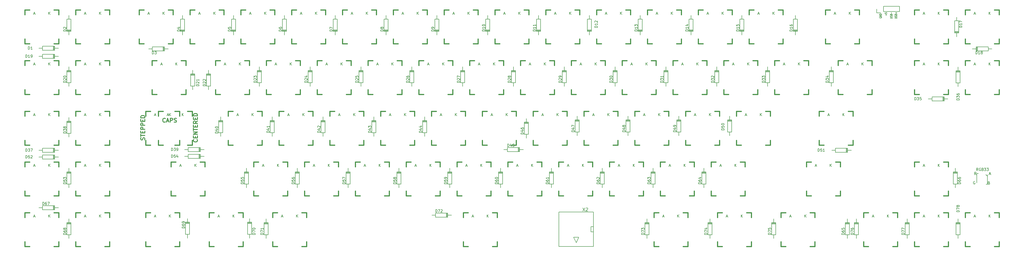
<source format=gto>
G04 #@! TF.FileFunction,Legend,Top*
%FSLAX46Y46*%
G04 Gerber Fmt 4.6, Leading zero omitted, Abs format (unit mm)*
G04 Created by KiCad (PCBNEW 4.0.3-stable) date Saturday, August 27, 2016 'PMt' 08:14:25 PM*
%MOMM*%
%LPD*%
G01*
G04 APERTURE LIST*
%ADD10C,0.150000*%
%ADD11C,0.300000*%
%ADD12C,0.381000*%
G04 APERTURE END LIST*
D10*
X352100000Y-24957142D02*
X352061905Y-25014285D01*
X352061905Y-25099999D01*
X352100000Y-25185714D01*
X352176190Y-25242856D01*
X352252381Y-25271428D01*
X352404762Y-25299999D01*
X352519048Y-25299999D01*
X352671429Y-25271428D01*
X352747619Y-25242856D01*
X352823810Y-25185714D01*
X352861905Y-25099999D01*
X352861905Y-25042856D01*
X352823810Y-24957142D01*
X352785714Y-24928571D01*
X352519048Y-24928571D01*
X352519048Y-25042856D01*
X352861905Y-24671428D02*
X352061905Y-24671428D01*
X352861905Y-24328571D01*
X352061905Y-24328571D01*
X352861905Y-24042857D02*
X352061905Y-24042857D01*
X352061905Y-23900000D01*
X352100000Y-23814285D01*
X352176190Y-23757143D01*
X352252381Y-23728571D01*
X352404762Y-23700000D01*
X352519048Y-23700000D01*
X352671429Y-23728571D01*
X352747619Y-23757143D01*
X352823810Y-23814285D01*
X352861905Y-23900000D01*
X352861905Y-24042857D01*
X357811905Y-25378571D02*
X358459524Y-25378571D01*
X358535714Y-25349999D01*
X358573810Y-25321428D01*
X358611905Y-25264285D01*
X358611905Y-25149999D01*
X358573810Y-25092857D01*
X358535714Y-25064285D01*
X358459524Y-25035714D01*
X357811905Y-25035714D01*
X358573810Y-24778571D02*
X358611905Y-24692857D01*
X358611905Y-24550000D01*
X358573810Y-24492857D01*
X358535714Y-24464286D01*
X358459524Y-24435714D01*
X358383333Y-24435714D01*
X358307143Y-24464286D01*
X358269048Y-24492857D01*
X358230952Y-24550000D01*
X358192857Y-24664286D01*
X358154762Y-24721428D01*
X358116667Y-24750000D01*
X358040476Y-24778571D01*
X357964286Y-24778571D01*
X357888095Y-24750000D01*
X357850000Y-24721428D01*
X357811905Y-24664286D01*
X357811905Y-24521428D01*
X357850000Y-24435714D01*
X358192857Y-23978571D02*
X358230952Y-23892857D01*
X358269048Y-23864285D01*
X358345238Y-23835714D01*
X358459524Y-23835714D01*
X358535714Y-23864285D01*
X358573810Y-23892857D01*
X358611905Y-23949999D01*
X358611905Y-24178571D01*
X357811905Y-24178571D01*
X357811905Y-23978571D01*
X357850000Y-23921428D01*
X357888095Y-23892857D01*
X357964286Y-23864285D01*
X358040476Y-23864285D01*
X358116667Y-23892857D01*
X358154762Y-23921428D01*
X358192857Y-23978571D01*
X358192857Y-24178571D01*
X358307143Y-23578571D02*
X358307143Y-23121428D01*
X358611905Y-23349999D02*
X358002381Y-23349999D01*
X356061905Y-25378571D02*
X356709524Y-25378571D01*
X356785714Y-25349999D01*
X356823810Y-25321428D01*
X356861905Y-25264285D01*
X356861905Y-25149999D01*
X356823810Y-25092857D01*
X356785714Y-25064285D01*
X356709524Y-25035714D01*
X356061905Y-25035714D01*
X356823810Y-24778571D02*
X356861905Y-24692857D01*
X356861905Y-24550000D01*
X356823810Y-24492857D01*
X356785714Y-24464286D01*
X356709524Y-24435714D01*
X356633333Y-24435714D01*
X356557143Y-24464286D01*
X356519048Y-24492857D01*
X356480952Y-24550000D01*
X356442857Y-24664286D01*
X356404762Y-24721428D01*
X356366667Y-24750000D01*
X356290476Y-24778571D01*
X356214286Y-24778571D01*
X356138095Y-24750000D01*
X356100000Y-24721428D01*
X356061905Y-24664286D01*
X356061905Y-24521428D01*
X356100000Y-24435714D01*
X356442857Y-23978571D02*
X356480952Y-23892857D01*
X356519048Y-23864285D01*
X356595238Y-23835714D01*
X356709524Y-23835714D01*
X356785714Y-23864285D01*
X356823810Y-23892857D01*
X356861905Y-23949999D01*
X356861905Y-24178571D01*
X356061905Y-24178571D01*
X356061905Y-23978571D01*
X356100000Y-23921428D01*
X356138095Y-23892857D01*
X356214286Y-23864285D01*
X356290476Y-23864285D01*
X356366667Y-23892857D01*
X356404762Y-23921428D01*
X356442857Y-23978571D01*
X356442857Y-24178571D01*
X356557143Y-23578571D02*
X356557143Y-23121428D01*
X354557143Y-24264286D02*
X354557143Y-23807143D01*
X354861905Y-24035714D02*
X354252381Y-24035714D01*
X354061905Y-23235715D02*
X354061905Y-23521429D01*
X354442857Y-23550000D01*
X354404762Y-23521429D01*
X354366667Y-23464286D01*
X354366667Y-23321429D01*
X354404762Y-23264286D01*
X354442857Y-23235715D01*
X354519048Y-23207143D01*
X354709524Y-23207143D01*
X354785714Y-23235715D01*
X354823810Y-23264286D01*
X354861905Y-23321429D01*
X354861905Y-23464286D01*
X354823810Y-23521429D01*
X354785714Y-23550000D01*
D11*
X84357144Y-64285714D02*
X84285715Y-64357143D01*
X84071429Y-64428571D01*
X83928572Y-64428571D01*
X83714287Y-64357143D01*
X83571429Y-64214286D01*
X83500001Y-64071429D01*
X83428572Y-63785714D01*
X83428572Y-63571429D01*
X83500001Y-63285714D01*
X83571429Y-63142857D01*
X83714287Y-63000000D01*
X83928572Y-62928571D01*
X84071429Y-62928571D01*
X84285715Y-63000000D01*
X84357144Y-63071429D01*
X84928572Y-64000000D02*
X85642858Y-64000000D01*
X84785715Y-64428571D02*
X85285715Y-62928571D01*
X85785715Y-64428571D01*
X86285715Y-64428571D02*
X86285715Y-62928571D01*
X86857143Y-62928571D01*
X87000001Y-63000000D01*
X87071429Y-63071429D01*
X87142858Y-63214286D01*
X87142858Y-63428571D01*
X87071429Y-63571429D01*
X87000001Y-63642857D01*
X86857143Y-63714286D01*
X86285715Y-63714286D01*
X87714286Y-64357143D02*
X87928572Y-64428571D01*
X88285715Y-64428571D01*
X88428572Y-64357143D01*
X88500001Y-64285714D01*
X88571429Y-64142857D01*
X88571429Y-64000000D01*
X88500001Y-63857143D01*
X88428572Y-63785714D01*
X88285715Y-63714286D01*
X88000001Y-63642857D01*
X87857143Y-63571429D01*
X87785715Y-63500000D01*
X87714286Y-63357143D01*
X87714286Y-63214286D01*
X87785715Y-63071429D01*
X87857143Y-63000000D01*
X88000001Y-62928571D01*
X88357143Y-62928571D01*
X88571429Y-63000000D01*
X96285714Y-70928571D02*
X96357143Y-71000000D01*
X96428571Y-71214286D01*
X96428571Y-71357143D01*
X96357143Y-71571428D01*
X96214286Y-71714286D01*
X96071429Y-71785714D01*
X95785714Y-71857143D01*
X95571429Y-71857143D01*
X95285714Y-71785714D01*
X95142857Y-71714286D01*
X95000000Y-71571428D01*
X94928571Y-71357143D01*
X94928571Y-71214286D01*
X95000000Y-71000000D01*
X95071429Y-70928571D01*
X95642857Y-70285714D02*
X95642857Y-69785714D01*
X96428571Y-69571428D02*
X96428571Y-70285714D01*
X94928571Y-70285714D01*
X94928571Y-69571428D01*
X96428571Y-68928571D02*
X94928571Y-68928571D01*
X96428571Y-68071428D01*
X94928571Y-68071428D01*
X94928571Y-67571428D02*
X94928571Y-66714285D01*
X96428571Y-67142856D02*
X94928571Y-67142856D01*
X95642857Y-66214285D02*
X95642857Y-65714285D01*
X96428571Y-65499999D02*
X96428571Y-66214285D01*
X94928571Y-66214285D01*
X94928571Y-65499999D01*
X96428571Y-63999999D02*
X95714286Y-64499999D01*
X96428571Y-64857142D02*
X94928571Y-64857142D01*
X94928571Y-64285714D01*
X95000000Y-64142856D01*
X95071429Y-64071428D01*
X95214286Y-63999999D01*
X95428571Y-63999999D01*
X95571429Y-64071428D01*
X95642857Y-64142856D01*
X95714286Y-64285714D01*
X95714286Y-64857142D01*
X95642857Y-63357142D02*
X95642857Y-62857142D01*
X96428571Y-62642856D02*
X96428571Y-63357142D01*
X94928571Y-63357142D01*
X94928571Y-62642856D01*
X96428571Y-61999999D02*
X94928571Y-61999999D01*
X94928571Y-61642856D01*
X95000000Y-61428571D01*
X95142857Y-61285713D01*
X95285714Y-61214285D01*
X95571429Y-61142856D01*
X95785714Y-61142856D01*
X96071429Y-61214285D01*
X96214286Y-61285713D01*
X96357143Y-61428571D01*
X96428571Y-61642856D01*
X96428571Y-61999999D01*
X76607143Y-71107143D02*
X76678571Y-70892857D01*
X76678571Y-70535714D01*
X76607143Y-70392857D01*
X76535714Y-70321428D01*
X76392857Y-70250000D01*
X76250000Y-70250000D01*
X76107143Y-70321428D01*
X76035714Y-70392857D01*
X75964286Y-70535714D01*
X75892857Y-70821428D01*
X75821429Y-70964286D01*
X75750000Y-71035714D01*
X75607143Y-71107143D01*
X75464286Y-71107143D01*
X75321429Y-71035714D01*
X75250000Y-70964286D01*
X75178571Y-70821428D01*
X75178571Y-70464286D01*
X75250000Y-70250000D01*
X75178571Y-69821429D02*
X75178571Y-68964286D01*
X76678571Y-69392857D02*
X75178571Y-69392857D01*
X75892857Y-68464286D02*
X75892857Y-67964286D01*
X76678571Y-67750000D02*
X76678571Y-68464286D01*
X75178571Y-68464286D01*
X75178571Y-67750000D01*
X76678571Y-67107143D02*
X75178571Y-67107143D01*
X75178571Y-66535715D01*
X75250000Y-66392857D01*
X75321429Y-66321429D01*
X75464286Y-66250000D01*
X75678571Y-66250000D01*
X75821429Y-66321429D01*
X75892857Y-66392857D01*
X75964286Y-66535715D01*
X75964286Y-67107143D01*
X76678571Y-65607143D02*
X75178571Y-65607143D01*
X75178571Y-65035715D01*
X75250000Y-64892857D01*
X75321429Y-64821429D01*
X75464286Y-64750000D01*
X75678571Y-64750000D01*
X75821429Y-64821429D01*
X75892857Y-64892857D01*
X75964286Y-65035715D01*
X75964286Y-65607143D01*
X75892857Y-64107143D02*
X75892857Y-63607143D01*
X76678571Y-63392857D02*
X76678571Y-64107143D01*
X75178571Y-64107143D01*
X75178571Y-63392857D01*
X76678571Y-62750000D02*
X75178571Y-62750000D01*
X75178571Y-62392857D01*
X75250000Y-62178572D01*
X75392857Y-62035714D01*
X75535714Y-61964286D01*
X75821429Y-61892857D01*
X76035714Y-61892857D01*
X76321429Y-61964286D01*
X76464286Y-62035714D01*
X76607143Y-62178572D01*
X76678571Y-62392857D01*
X76678571Y-62750000D01*
D10*
X219712540Y-68961000D02*
X219712540Y-70358000D01*
X219712540Y-64516000D02*
X219712540Y-62992000D01*
X220474540Y-64897000D02*
X218950540Y-64897000D01*
X220474540Y-64643000D02*
X218950540Y-64643000D01*
X219712540Y-64389000D02*
X218950540Y-64389000D01*
X218950540Y-64389000D02*
X218950540Y-68961000D01*
X218950540Y-68961000D02*
X220474540Y-68961000D01*
X220474540Y-68961000D02*
X220474540Y-64389000D01*
X220474540Y-64389000D02*
X219712540Y-64389000D01*
X243879000Y-105648000D02*
X244879000Y-105648000D01*
X243879000Y-103648000D02*
X243879000Y-105648000D01*
X243879000Y-103648000D02*
X244879000Y-103648000D01*
X239379000Y-107648000D02*
X238379000Y-109648000D01*
X237379000Y-107648000D02*
X239379000Y-107648000D01*
X238379000Y-109648000D02*
X237379000Y-107648000D01*
X244879000Y-98148000D02*
X231879000Y-98148000D01*
X244879000Y-111148000D02*
X244879000Y-98148000D01*
X231879000Y-111148000D02*
X244879000Y-111148000D01*
X231879000Y-98148000D02*
X231879000Y-111148000D01*
D12*
X89693750Y-73025000D02*
X87915750Y-73025000D01*
X78771750Y-73025000D02*
X76993750Y-73025000D01*
X76993750Y-73025000D02*
X76993750Y-71247000D01*
X76993750Y-62103000D02*
X76993750Y-60325000D01*
X76993750Y-60325000D02*
X78771750Y-60325000D01*
X87915750Y-60325000D02*
X89693750Y-60325000D01*
X89693750Y-60325000D02*
X89693750Y-62103000D01*
X89693750Y-71247000D02*
X89693750Y-73025000D01*
D10*
X90805000Y-25654000D02*
X90805000Y-24257000D01*
X90805000Y-30099000D02*
X90805000Y-31623000D01*
X90043000Y-29718000D02*
X91567000Y-29718000D01*
X90043000Y-29972000D02*
X91567000Y-29972000D01*
X90805000Y-30226000D02*
X91567000Y-30226000D01*
X91567000Y-30226000D02*
X91567000Y-25654000D01*
X91567000Y-25654000D02*
X90043000Y-25654000D01*
X90043000Y-25654000D02*
X90043000Y-30226000D01*
X90043000Y-30226000D02*
X90805000Y-30226000D01*
X381508000Y-106680000D02*
X381508000Y-108077000D01*
X381508000Y-102235000D02*
X381508000Y-100711000D01*
X382270000Y-102616000D02*
X380746000Y-102616000D01*
X382270000Y-102362000D02*
X380746000Y-102362000D01*
X381508000Y-102108000D02*
X380746000Y-102108000D01*
X380746000Y-102108000D02*
X380746000Y-106680000D01*
X380746000Y-106680000D02*
X382270000Y-106680000D01*
X382270000Y-106680000D02*
X382270000Y-102108000D01*
X382270000Y-102108000D02*
X381508000Y-102108000D01*
X38353480Y-36578540D02*
X36956480Y-36578540D01*
X42798480Y-36578540D02*
X44322480Y-36578540D01*
X42417480Y-37340540D02*
X42417480Y-35816540D01*
X42671480Y-37340540D02*
X42671480Y-35816540D01*
X42925480Y-36578540D02*
X42925480Y-35816540D01*
X42925480Y-35816540D02*
X38353480Y-35816540D01*
X38353480Y-35816540D02*
X38353480Y-37340540D01*
X38353480Y-37340540D02*
X42925480Y-37340540D01*
X42925480Y-37340540D02*
X42925480Y-36578540D01*
X48260000Y-25654000D02*
X48260000Y-24257000D01*
X48260000Y-30099000D02*
X48260000Y-31623000D01*
X47498000Y-29718000D02*
X49022000Y-29718000D01*
X47498000Y-29972000D02*
X49022000Y-29972000D01*
X48260000Y-30226000D02*
X49022000Y-30226000D01*
X49022000Y-30226000D02*
X49022000Y-25654000D01*
X49022000Y-25654000D02*
X47498000Y-25654000D01*
X47498000Y-25654000D02*
X47498000Y-30226000D01*
X47498000Y-30226000D02*
X48260000Y-30226000D01*
X79501480Y-36832540D02*
X78104480Y-36832540D01*
X83946480Y-36832540D02*
X85470480Y-36832540D01*
X83565480Y-37594540D02*
X83565480Y-36070540D01*
X83819480Y-37594540D02*
X83819480Y-36070540D01*
X84073480Y-36832540D02*
X84073480Y-36070540D01*
X84073480Y-36070540D02*
X79501480Y-36070540D01*
X79501480Y-36070540D02*
X79501480Y-37594540D01*
X79501480Y-37594540D02*
X84073480Y-37594540D01*
X84073480Y-37594540D02*
X84073480Y-36832540D01*
X109982000Y-25654000D02*
X109982000Y-24257000D01*
X109982000Y-30099000D02*
X109982000Y-31623000D01*
X109220000Y-29718000D02*
X110744000Y-29718000D01*
X109220000Y-29972000D02*
X110744000Y-29972000D01*
X109982000Y-30226000D02*
X110744000Y-30226000D01*
X110744000Y-30226000D02*
X110744000Y-25654000D01*
X110744000Y-25654000D02*
X109220000Y-25654000D01*
X109220000Y-25654000D02*
X109220000Y-30226000D01*
X109220000Y-30226000D02*
X109982000Y-30226000D01*
X129032000Y-25654000D02*
X129032000Y-24257000D01*
X129032000Y-30099000D02*
X129032000Y-31623000D01*
X128270000Y-29718000D02*
X129794000Y-29718000D01*
X128270000Y-29972000D02*
X129794000Y-29972000D01*
X129032000Y-30226000D02*
X129794000Y-30226000D01*
X129794000Y-30226000D02*
X129794000Y-25654000D01*
X129794000Y-25654000D02*
X128270000Y-25654000D01*
X128270000Y-25654000D02*
X128270000Y-30226000D01*
X128270000Y-30226000D02*
X129032000Y-30226000D01*
X148082000Y-25654000D02*
X148082000Y-24257000D01*
X148082000Y-30099000D02*
X148082000Y-31623000D01*
X147320000Y-29718000D02*
X148844000Y-29718000D01*
X147320000Y-29972000D02*
X148844000Y-29972000D01*
X148082000Y-30226000D02*
X148844000Y-30226000D01*
X148844000Y-30226000D02*
X148844000Y-25654000D01*
X148844000Y-25654000D02*
X147320000Y-25654000D01*
X147320000Y-25654000D02*
X147320000Y-30226000D01*
X147320000Y-30226000D02*
X148082000Y-30226000D01*
X167132000Y-25654000D02*
X167132000Y-24257000D01*
X167132000Y-30099000D02*
X167132000Y-31623000D01*
X166370000Y-29718000D02*
X167894000Y-29718000D01*
X166370000Y-29972000D02*
X167894000Y-29972000D01*
X167132000Y-30226000D02*
X167894000Y-30226000D01*
X167894000Y-30226000D02*
X167894000Y-25654000D01*
X167894000Y-25654000D02*
X166370000Y-25654000D01*
X166370000Y-25654000D02*
X166370000Y-30226000D01*
X166370000Y-30226000D02*
X167132000Y-30226000D01*
X186182000Y-25654000D02*
X186182000Y-24257000D01*
X186182000Y-30099000D02*
X186182000Y-31623000D01*
X185420000Y-29718000D02*
X186944000Y-29718000D01*
X185420000Y-29972000D02*
X186944000Y-29972000D01*
X186182000Y-30226000D02*
X186944000Y-30226000D01*
X186944000Y-30226000D02*
X186944000Y-25654000D01*
X186944000Y-25654000D02*
X185420000Y-25654000D01*
X185420000Y-25654000D02*
X185420000Y-30226000D01*
X185420000Y-30226000D02*
X186182000Y-30226000D01*
X205232000Y-25654000D02*
X205232000Y-24257000D01*
X205232000Y-30099000D02*
X205232000Y-31623000D01*
X204470000Y-29718000D02*
X205994000Y-29718000D01*
X204470000Y-29972000D02*
X205994000Y-29972000D01*
X205232000Y-30226000D02*
X205994000Y-30226000D01*
X205994000Y-30226000D02*
X205994000Y-25654000D01*
X205994000Y-25654000D02*
X204470000Y-25654000D01*
X204470000Y-25654000D02*
X204470000Y-30226000D01*
X204470000Y-30226000D02*
X205232000Y-30226000D01*
X224282000Y-25654000D02*
X224282000Y-24257000D01*
X224282000Y-30099000D02*
X224282000Y-31623000D01*
X223520000Y-29718000D02*
X225044000Y-29718000D01*
X223520000Y-29972000D02*
X225044000Y-29972000D01*
X224282000Y-30226000D02*
X225044000Y-30226000D01*
X225044000Y-30226000D02*
X225044000Y-25654000D01*
X225044000Y-25654000D02*
X223520000Y-25654000D01*
X223520000Y-25654000D02*
X223520000Y-30226000D01*
X223520000Y-30226000D02*
X224282000Y-30226000D01*
X243332000Y-25654000D02*
X243332000Y-24257000D01*
X243332000Y-30099000D02*
X243332000Y-31623000D01*
X242570000Y-29718000D02*
X244094000Y-29718000D01*
X242570000Y-29972000D02*
X244094000Y-29972000D01*
X243332000Y-30226000D02*
X244094000Y-30226000D01*
X244094000Y-30226000D02*
X244094000Y-25654000D01*
X244094000Y-25654000D02*
X242570000Y-25654000D01*
X242570000Y-25654000D02*
X242570000Y-30226000D01*
X242570000Y-30226000D02*
X243332000Y-30226000D01*
X262382000Y-25654000D02*
X262382000Y-24257000D01*
X262382000Y-30099000D02*
X262382000Y-31623000D01*
X261620000Y-29718000D02*
X263144000Y-29718000D01*
X261620000Y-29972000D02*
X263144000Y-29972000D01*
X262382000Y-30226000D02*
X263144000Y-30226000D01*
X263144000Y-30226000D02*
X263144000Y-25654000D01*
X263144000Y-25654000D02*
X261620000Y-25654000D01*
X261620000Y-25654000D02*
X261620000Y-30226000D01*
X261620000Y-30226000D02*
X262382000Y-30226000D01*
X281432000Y-25654000D02*
X281432000Y-24257000D01*
X281432000Y-30099000D02*
X281432000Y-31623000D01*
X280670000Y-29718000D02*
X282194000Y-29718000D01*
X280670000Y-29972000D02*
X282194000Y-29972000D01*
X281432000Y-30226000D02*
X282194000Y-30226000D01*
X282194000Y-30226000D02*
X282194000Y-25654000D01*
X282194000Y-25654000D02*
X280670000Y-25654000D01*
X280670000Y-25654000D02*
X280670000Y-30226000D01*
X280670000Y-30226000D02*
X281432000Y-30226000D01*
X300482000Y-25654000D02*
X300482000Y-24257000D01*
X300482000Y-30099000D02*
X300482000Y-31623000D01*
X299720000Y-29718000D02*
X301244000Y-29718000D01*
X299720000Y-29972000D02*
X301244000Y-29972000D01*
X300482000Y-30226000D02*
X301244000Y-30226000D01*
X301244000Y-30226000D02*
X301244000Y-25654000D01*
X301244000Y-25654000D02*
X299720000Y-25654000D01*
X299720000Y-25654000D02*
X299720000Y-30226000D01*
X299720000Y-30226000D02*
X300482000Y-30226000D01*
X320500000Y-25654000D02*
X320500000Y-24257000D01*
X320500000Y-30099000D02*
X320500000Y-31623000D01*
X319738000Y-29718000D02*
X321262000Y-29718000D01*
X319738000Y-29972000D02*
X321262000Y-29972000D01*
X320500000Y-30226000D02*
X321262000Y-30226000D01*
X321262000Y-30226000D02*
X321262000Y-25654000D01*
X321262000Y-25654000D02*
X319738000Y-25654000D01*
X319738000Y-25654000D02*
X319738000Y-30226000D01*
X319738000Y-30226000D02*
X320500000Y-30226000D01*
X380994920Y-26289000D02*
X380994920Y-24892000D01*
X380994920Y-30734000D02*
X380994920Y-32258000D01*
X380232920Y-30353000D02*
X381756920Y-30353000D01*
X380232920Y-30607000D02*
X381756920Y-30607000D01*
X380994920Y-30861000D02*
X381756920Y-30861000D01*
X381756920Y-30861000D02*
X381756920Y-26289000D01*
X381756920Y-26289000D02*
X380232920Y-26289000D01*
X380232920Y-26289000D02*
X380232920Y-30861000D01*
X380232920Y-30861000D02*
X380994920Y-30861000D01*
X392811000Y-36830000D02*
X394208000Y-36830000D01*
X388366000Y-36830000D02*
X386842000Y-36830000D01*
X388747000Y-36068000D02*
X388747000Y-37592000D01*
X388493000Y-36068000D02*
X388493000Y-37592000D01*
X388239000Y-36830000D02*
X388239000Y-37592000D01*
X388239000Y-37592000D02*
X392811000Y-37592000D01*
X392811000Y-37592000D02*
X392811000Y-36068000D01*
X392811000Y-36068000D02*
X388239000Y-36068000D01*
X388239000Y-36068000D02*
X388239000Y-36830000D01*
X38353480Y-39626540D02*
X36956480Y-39626540D01*
X42798480Y-39626540D02*
X44322480Y-39626540D01*
X42417480Y-40388540D02*
X42417480Y-38864540D01*
X42671480Y-40388540D02*
X42671480Y-38864540D01*
X42925480Y-39626540D02*
X42925480Y-38864540D01*
X42925480Y-38864540D02*
X38353480Y-38864540D01*
X38353480Y-38864540D02*
X38353480Y-40388540D01*
X38353480Y-40388540D02*
X42925480Y-40388540D01*
X42925480Y-40388540D02*
X42925480Y-39626540D01*
X48262540Y-49530520D02*
X48262540Y-50927520D01*
X48262540Y-45085520D02*
X48262540Y-43561520D01*
X49024540Y-45466520D02*
X47500540Y-45466520D01*
X49024540Y-45212520D02*
X47500540Y-45212520D01*
X48262540Y-44958520D02*
X47500540Y-44958520D01*
X47500540Y-44958520D02*
X47500540Y-49530520D01*
X47500540Y-49530520D02*
X49024540Y-49530520D01*
X49024540Y-49530520D02*
X49024540Y-44958520D01*
X49024540Y-44958520D02*
X48262540Y-44958520D01*
X94615000Y-50800000D02*
X94615000Y-52197000D01*
X94615000Y-46355000D02*
X94615000Y-44831000D01*
X95377000Y-46736000D02*
X93853000Y-46736000D01*
X95377000Y-46482000D02*
X93853000Y-46482000D01*
X94615000Y-46228000D02*
X93853000Y-46228000D01*
X93853000Y-46228000D02*
X93853000Y-50800000D01*
X93853000Y-50800000D02*
X95377000Y-50800000D01*
X95377000Y-50800000D02*
X95377000Y-46228000D01*
X95377000Y-46228000D02*
X94615000Y-46228000D01*
X100586540Y-50800000D02*
X100586540Y-52197000D01*
X100586540Y-46355000D02*
X100586540Y-44831000D01*
X101348540Y-46736000D02*
X99824540Y-46736000D01*
X101348540Y-46482000D02*
X99824540Y-46482000D01*
X100586540Y-46228000D02*
X99824540Y-46228000D01*
X99824540Y-46228000D02*
X99824540Y-50800000D01*
X99824540Y-50800000D02*
X101348540Y-50800000D01*
X101348540Y-50800000D02*
X101348540Y-46228000D01*
X101348540Y-46228000D02*
X100586540Y-46228000D01*
X119636540Y-49530520D02*
X119636540Y-50927520D01*
X119636540Y-45085520D02*
X119636540Y-43561520D01*
X120398540Y-45466520D02*
X118874540Y-45466520D01*
X120398540Y-45212520D02*
X118874540Y-45212520D01*
X119636540Y-44958520D02*
X118874540Y-44958520D01*
X118874540Y-44958520D02*
X118874540Y-49530520D01*
X118874540Y-49530520D02*
X120398540Y-49530520D01*
X120398540Y-49530520D02*
X120398540Y-44958520D01*
X120398540Y-44958520D02*
X119636540Y-44958520D01*
X138686540Y-49530520D02*
X138686540Y-50927520D01*
X138686540Y-45085520D02*
X138686540Y-43561520D01*
X139448540Y-45466520D02*
X137924540Y-45466520D01*
X139448540Y-45212520D02*
X137924540Y-45212520D01*
X138686540Y-44958520D02*
X137924540Y-44958520D01*
X137924540Y-44958520D02*
X137924540Y-49530520D01*
X137924540Y-49530520D02*
X139448540Y-49530520D01*
X139448540Y-49530520D02*
X139448540Y-44958520D01*
X139448540Y-44958520D02*
X138686540Y-44958520D01*
X157736540Y-49530520D02*
X157736540Y-50927520D01*
X157736540Y-45085520D02*
X157736540Y-43561520D01*
X158498540Y-45466520D02*
X156974540Y-45466520D01*
X158498540Y-45212520D02*
X156974540Y-45212520D01*
X157736540Y-44958520D02*
X156974540Y-44958520D01*
X156974540Y-44958520D02*
X156974540Y-49530520D01*
X156974540Y-49530520D02*
X158498540Y-49530520D01*
X158498540Y-49530520D02*
X158498540Y-44958520D01*
X158498540Y-44958520D02*
X157736540Y-44958520D01*
X176786540Y-49530520D02*
X176786540Y-50927520D01*
X176786540Y-45085520D02*
X176786540Y-43561520D01*
X177548540Y-45466520D02*
X176024540Y-45466520D01*
X177548540Y-45212520D02*
X176024540Y-45212520D01*
X176786540Y-44958520D02*
X176024540Y-44958520D01*
X176024540Y-44958520D02*
X176024540Y-49530520D01*
X176024540Y-49530520D02*
X177548540Y-49530520D01*
X177548540Y-49530520D02*
X177548540Y-44958520D01*
X177548540Y-44958520D02*
X176786540Y-44958520D01*
X195836540Y-49530520D02*
X195836540Y-50927520D01*
X195836540Y-45085520D02*
X195836540Y-43561520D01*
X196598540Y-45466520D02*
X195074540Y-45466520D01*
X196598540Y-45212520D02*
X195074540Y-45212520D01*
X195836540Y-44958520D02*
X195074540Y-44958520D01*
X195074540Y-44958520D02*
X195074540Y-49530520D01*
X195074540Y-49530520D02*
X196598540Y-49530520D01*
X196598540Y-49530520D02*
X196598540Y-44958520D01*
X196598540Y-44958520D02*
X195836540Y-44958520D01*
X214886540Y-49530520D02*
X214886540Y-50927520D01*
X214886540Y-45085520D02*
X214886540Y-43561520D01*
X215648540Y-45466520D02*
X214124540Y-45466520D01*
X215648540Y-45212520D02*
X214124540Y-45212520D01*
X214886540Y-44958520D02*
X214124540Y-44958520D01*
X214124540Y-44958520D02*
X214124540Y-49530520D01*
X214124540Y-49530520D02*
X215648540Y-49530520D01*
X215648540Y-49530520D02*
X215648540Y-44958520D01*
X215648540Y-44958520D02*
X214886540Y-44958520D01*
X233936540Y-49530520D02*
X233936540Y-50927520D01*
X233936540Y-45085520D02*
X233936540Y-43561520D01*
X234698540Y-45466520D02*
X233174540Y-45466520D01*
X234698540Y-45212520D02*
X233174540Y-45212520D01*
X233936540Y-44958520D02*
X233174540Y-44958520D01*
X233174540Y-44958520D02*
X233174540Y-49530520D01*
X233174540Y-49530520D02*
X234698540Y-49530520D01*
X234698540Y-49530520D02*
X234698540Y-44958520D01*
X234698540Y-44958520D02*
X233936540Y-44958520D01*
X252986540Y-49530520D02*
X252986540Y-50927520D01*
X252986540Y-45085520D02*
X252986540Y-43561520D01*
X253748540Y-45466520D02*
X252224540Y-45466520D01*
X253748540Y-45212520D02*
X252224540Y-45212520D01*
X252986540Y-44958520D02*
X252224540Y-44958520D01*
X252224540Y-44958520D02*
X252224540Y-49530520D01*
X252224540Y-49530520D02*
X253748540Y-49530520D01*
X253748540Y-49530520D02*
X253748540Y-44958520D01*
X253748540Y-44958520D02*
X252986540Y-44958520D01*
X272036540Y-49530520D02*
X272036540Y-50927520D01*
X272036540Y-45085520D02*
X272036540Y-43561520D01*
X272798540Y-45466520D02*
X271274540Y-45466520D01*
X272798540Y-45212520D02*
X271274540Y-45212520D01*
X272036540Y-44958520D02*
X271274540Y-44958520D01*
X271274540Y-44958520D02*
X271274540Y-49530520D01*
X271274540Y-49530520D02*
X272798540Y-49530520D01*
X272798540Y-49530520D02*
X272798540Y-44958520D01*
X272798540Y-44958520D02*
X272036540Y-44958520D01*
X291086540Y-49530520D02*
X291086540Y-50927520D01*
X291086540Y-45085520D02*
X291086540Y-43561520D01*
X291848540Y-45466520D02*
X290324540Y-45466520D01*
X291848540Y-45212520D02*
X290324540Y-45212520D01*
X291086540Y-44958520D02*
X290324540Y-44958520D01*
X290324540Y-44958520D02*
X290324540Y-49530520D01*
X290324540Y-49530520D02*
X291848540Y-49530520D01*
X291848540Y-49530520D02*
X291848540Y-44958520D01*
X291848540Y-44958520D02*
X291086540Y-44958520D01*
X310136540Y-49530520D02*
X310136540Y-50927520D01*
X310136540Y-45085520D02*
X310136540Y-43561520D01*
X310898540Y-45466520D02*
X309374540Y-45466520D01*
X310898540Y-45212520D02*
X309374540Y-45212520D01*
X310136540Y-44958520D02*
X309374540Y-44958520D01*
X309374540Y-44958520D02*
X309374540Y-49530520D01*
X309374540Y-49530520D02*
X310898540Y-49530520D01*
X310898540Y-49530520D02*
X310898540Y-44958520D01*
X310898540Y-44958520D02*
X310136540Y-44958520D01*
X334012540Y-49530520D02*
X334012540Y-50927520D01*
X334012540Y-45085520D02*
X334012540Y-43561520D01*
X334774540Y-45466520D02*
X333250540Y-45466520D01*
X334774540Y-45212520D02*
X333250540Y-45212520D01*
X334012540Y-44958520D02*
X333250540Y-44958520D01*
X333250540Y-44958520D02*
X333250540Y-49530520D01*
X333250540Y-49530520D02*
X334774540Y-49530520D01*
X334774540Y-49530520D02*
X334774540Y-44958520D01*
X334774540Y-44958520D02*
X334012540Y-44958520D01*
X371729000Y-55626000D02*
X370332000Y-55626000D01*
X376174000Y-55626000D02*
X377698000Y-55626000D01*
X375793000Y-56388000D02*
X375793000Y-54864000D01*
X376047000Y-56388000D02*
X376047000Y-54864000D01*
X376301000Y-55626000D02*
X376301000Y-54864000D01*
X376301000Y-54864000D02*
X371729000Y-54864000D01*
X371729000Y-54864000D02*
X371729000Y-56388000D01*
X371729000Y-56388000D02*
X376301000Y-56388000D01*
X376301000Y-56388000D02*
X376301000Y-55626000D01*
X381508000Y-49621000D02*
X381508000Y-51018000D01*
X381508000Y-45176000D02*
X381508000Y-43652000D01*
X382270000Y-45557000D02*
X380746000Y-45557000D01*
X382270000Y-45303000D02*
X380746000Y-45303000D01*
X381508000Y-45049000D02*
X380746000Y-45049000D01*
X380746000Y-45049000D02*
X380746000Y-49621000D01*
X380746000Y-49621000D02*
X382270000Y-49621000D01*
X382270000Y-49621000D02*
X382270000Y-45049000D01*
X382270000Y-45049000D02*
X381508000Y-45049000D01*
X38353480Y-74932540D02*
X36956480Y-74932540D01*
X42798480Y-74932540D02*
X44322480Y-74932540D01*
X42417480Y-75694540D02*
X42417480Y-74170540D01*
X42671480Y-75694540D02*
X42671480Y-74170540D01*
X42925480Y-74932540D02*
X42925480Y-74170540D01*
X42925480Y-74170540D02*
X38353480Y-74170540D01*
X38353480Y-74170540D02*
X38353480Y-75694540D01*
X38353480Y-75694540D02*
X42925480Y-75694540D01*
X42925480Y-75694540D02*
X42925480Y-74932540D01*
X48262540Y-68580520D02*
X48262540Y-69977520D01*
X48262540Y-64135520D02*
X48262540Y-62611520D01*
X49024540Y-64516520D02*
X47500540Y-64516520D01*
X49024540Y-64262520D02*
X47500540Y-64262520D01*
X48262540Y-64008520D02*
X47500540Y-64008520D01*
X47500540Y-64008520D02*
X47500540Y-68580520D01*
X47500540Y-68580520D02*
X49024540Y-68580520D01*
X49024540Y-68580520D02*
X49024540Y-64008520D01*
X49024540Y-64008520D02*
X48262540Y-64008520D01*
X92964000Y-74676000D02*
X91567000Y-74676000D01*
X97409000Y-74676000D02*
X98933000Y-74676000D01*
X97028000Y-75438000D02*
X97028000Y-73914000D01*
X97282000Y-75438000D02*
X97282000Y-73914000D01*
X97536000Y-74676000D02*
X97536000Y-73914000D01*
X97536000Y-73914000D02*
X92964000Y-73914000D01*
X92964000Y-73914000D02*
X92964000Y-75438000D01*
X92964000Y-75438000D02*
X97536000Y-75438000D01*
X97536000Y-75438000D02*
X97536000Y-74676000D01*
X105158540Y-68326520D02*
X105158540Y-69723520D01*
X105158540Y-63881520D02*
X105158540Y-62357520D01*
X105920540Y-64262520D02*
X104396540Y-64262520D01*
X105920540Y-64008520D02*
X104396540Y-64008520D01*
X105158540Y-63754520D02*
X104396540Y-63754520D01*
X104396540Y-63754520D02*
X104396540Y-68326520D01*
X104396540Y-68326520D02*
X105920540Y-68326520D01*
X105920540Y-68326520D02*
X105920540Y-63754520D01*
X105920540Y-63754520D02*
X105158540Y-63754520D01*
X124462540Y-68326520D02*
X124462540Y-69723520D01*
X124462540Y-63881520D02*
X124462540Y-62357520D01*
X125224540Y-64262520D02*
X123700540Y-64262520D01*
X125224540Y-64008520D02*
X123700540Y-64008520D01*
X124462540Y-63754520D02*
X123700540Y-63754520D01*
X123700540Y-63754520D02*
X123700540Y-68326520D01*
X123700540Y-68326520D02*
X125224540Y-68326520D01*
X125224540Y-68326520D02*
X125224540Y-63754520D01*
X125224540Y-63754520D02*
X124462540Y-63754520D01*
X143512540Y-68326520D02*
X143512540Y-69723520D01*
X143512540Y-63881520D02*
X143512540Y-62357520D01*
X144274540Y-64262520D02*
X142750540Y-64262520D01*
X144274540Y-64008520D02*
X142750540Y-64008520D01*
X143512540Y-63754520D02*
X142750540Y-63754520D01*
X142750540Y-63754520D02*
X142750540Y-68326520D01*
X142750540Y-68326520D02*
X144274540Y-68326520D01*
X144274540Y-68326520D02*
X144274540Y-63754520D01*
X144274540Y-63754520D02*
X143512540Y-63754520D01*
X162562540Y-68326520D02*
X162562540Y-69723520D01*
X162562540Y-63881520D02*
X162562540Y-62357520D01*
X163324540Y-64262520D02*
X161800540Y-64262520D01*
X163324540Y-64008520D02*
X161800540Y-64008520D01*
X162562540Y-63754520D02*
X161800540Y-63754520D01*
X161800540Y-63754520D02*
X161800540Y-68326520D01*
X161800540Y-68326520D02*
X163324540Y-68326520D01*
X163324540Y-68326520D02*
X163324540Y-63754520D01*
X163324540Y-63754520D02*
X162562540Y-63754520D01*
X181612540Y-68326520D02*
X181612540Y-69723520D01*
X181612540Y-63881520D02*
X181612540Y-62357520D01*
X182374540Y-64262520D02*
X180850540Y-64262520D01*
X182374540Y-64008520D02*
X180850540Y-64008520D01*
X181612540Y-63754520D02*
X180850540Y-63754520D01*
X180850540Y-63754520D02*
X180850540Y-68326520D01*
X180850540Y-68326520D02*
X182374540Y-68326520D01*
X182374540Y-68326520D02*
X182374540Y-63754520D01*
X182374540Y-63754520D02*
X181612540Y-63754520D01*
X212598000Y-74676000D02*
X211201000Y-74676000D01*
X217043000Y-74676000D02*
X218567000Y-74676000D01*
X216662000Y-75438000D02*
X216662000Y-73914000D01*
X216916000Y-75438000D02*
X216916000Y-73914000D01*
X217170000Y-74676000D02*
X217170000Y-73914000D01*
X217170000Y-73914000D02*
X212598000Y-73914000D01*
X212598000Y-73914000D02*
X212598000Y-75438000D01*
X212598000Y-75438000D02*
X217170000Y-75438000D01*
X217170000Y-75438000D02*
X217170000Y-74676000D01*
X238762540Y-68072520D02*
X238762540Y-69469520D01*
X238762540Y-63627520D02*
X238762540Y-62103520D01*
X239524540Y-64008520D02*
X238000540Y-64008520D01*
X239524540Y-63754520D02*
X238000540Y-63754520D01*
X238762540Y-63500520D02*
X238000540Y-63500520D01*
X238000540Y-63500520D02*
X238000540Y-68072520D01*
X238000540Y-68072520D02*
X239524540Y-68072520D01*
X239524540Y-68072520D02*
X239524540Y-63500520D01*
X239524540Y-63500520D02*
X238762540Y-63500520D01*
X257812540Y-68072520D02*
X257812540Y-69469520D01*
X257812540Y-63627520D02*
X257812540Y-62103520D01*
X258574540Y-64008520D02*
X257050540Y-64008520D01*
X258574540Y-63754520D02*
X257050540Y-63754520D01*
X257812540Y-63500520D02*
X257050540Y-63500520D01*
X257050540Y-63500520D02*
X257050540Y-68072520D01*
X257050540Y-68072520D02*
X258574540Y-68072520D01*
X258574540Y-68072520D02*
X258574540Y-63500520D01*
X258574540Y-63500520D02*
X257812540Y-63500520D01*
X276862540Y-68072520D02*
X276862540Y-69469520D01*
X276862540Y-63627520D02*
X276862540Y-62103520D01*
X277624540Y-64008520D02*
X276100540Y-64008520D01*
X277624540Y-63754520D02*
X276100540Y-63754520D01*
X276862540Y-63500520D02*
X276100540Y-63500520D01*
X276100540Y-63500520D02*
X276100540Y-68072520D01*
X276100540Y-68072520D02*
X277624540Y-68072520D01*
X277624540Y-68072520D02*
X277624540Y-63500520D01*
X277624540Y-63500520D02*
X276862540Y-63500520D01*
X295912540Y-68072520D02*
X295912540Y-69469520D01*
X295912540Y-63627520D02*
X295912540Y-62103520D01*
X296674540Y-64008520D02*
X295150540Y-64008520D01*
X296674540Y-63754520D02*
X295150540Y-63754520D01*
X295912540Y-63500520D02*
X295150540Y-63500520D01*
X295150540Y-63500520D02*
X295150540Y-68072520D01*
X295150540Y-68072520D02*
X296674540Y-68072520D01*
X296674540Y-68072520D02*
X296674540Y-63500520D01*
X296674540Y-63500520D02*
X295912540Y-63500520D01*
X335534000Y-74930000D02*
X334137000Y-74930000D01*
X339979000Y-74930000D02*
X341503000Y-74930000D01*
X339598000Y-75692000D02*
X339598000Y-74168000D01*
X339852000Y-75692000D02*
X339852000Y-74168000D01*
X340106000Y-74930000D02*
X340106000Y-74168000D01*
X340106000Y-74168000D02*
X335534000Y-74168000D01*
X335534000Y-74168000D02*
X335534000Y-75692000D01*
X335534000Y-75692000D02*
X340106000Y-75692000D01*
X340106000Y-75692000D02*
X340106000Y-74930000D01*
X38353480Y-77472540D02*
X36956480Y-77472540D01*
X42798480Y-77472540D02*
X44322480Y-77472540D01*
X42417480Y-78234540D02*
X42417480Y-76710540D01*
X42671480Y-78234540D02*
X42671480Y-76710540D01*
X42925480Y-77472540D02*
X42925480Y-76710540D01*
X42925480Y-76710540D02*
X38353480Y-76710540D01*
X38353480Y-76710540D02*
X38353480Y-78234540D01*
X38353480Y-78234540D02*
X42925480Y-78234540D01*
X42925480Y-78234540D02*
X42925480Y-77472540D01*
X48262540Y-87630520D02*
X48262540Y-89027520D01*
X48262540Y-83185520D02*
X48262540Y-81661520D01*
X49024540Y-83566520D02*
X47500540Y-83566520D01*
X49024540Y-83312520D02*
X47500540Y-83312520D01*
X48262540Y-83058520D02*
X47500540Y-83058520D01*
X47500540Y-83058520D02*
X47500540Y-87630520D01*
X47500540Y-87630520D02*
X49024540Y-87630520D01*
X49024540Y-87630520D02*
X49024540Y-83058520D01*
X49024540Y-83058520D02*
X48262540Y-83058520D01*
X92964000Y-77216000D02*
X91567000Y-77216000D01*
X97409000Y-77216000D02*
X98933000Y-77216000D01*
X97028000Y-77978000D02*
X97028000Y-76454000D01*
X97282000Y-77978000D02*
X97282000Y-76454000D01*
X97536000Y-77216000D02*
X97536000Y-76454000D01*
X97536000Y-76454000D02*
X92964000Y-76454000D01*
X92964000Y-76454000D02*
X92964000Y-77978000D01*
X92964000Y-77978000D02*
X97536000Y-77978000D01*
X97536000Y-77978000D02*
X97536000Y-77216000D01*
X114810540Y-87630520D02*
X114810540Y-89027520D01*
X114810540Y-83185520D02*
X114810540Y-81661520D01*
X115572540Y-83566520D02*
X114048540Y-83566520D01*
X115572540Y-83312520D02*
X114048540Y-83312520D01*
X114810540Y-83058520D02*
X114048540Y-83058520D01*
X114048540Y-83058520D02*
X114048540Y-87630520D01*
X114048540Y-87630520D02*
X115572540Y-87630520D01*
X115572540Y-87630520D02*
X115572540Y-83058520D01*
X115572540Y-83058520D02*
X114810540Y-83058520D01*
X133860540Y-87630520D02*
X133860540Y-89027520D01*
X133860540Y-83185520D02*
X133860540Y-81661520D01*
X134622540Y-83566520D02*
X133098540Y-83566520D01*
X134622540Y-83312520D02*
X133098540Y-83312520D01*
X133860540Y-83058520D02*
X133098540Y-83058520D01*
X133098540Y-83058520D02*
X133098540Y-87630520D01*
X133098540Y-87630520D02*
X134622540Y-87630520D01*
X134622540Y-87630520D02*
X134622540Y-83058520D01*
X134622540Y-83058520D02*
X133860540Y-83058520D01*
X152910540Y-87630520D02*
X152910540Y-89027520D01*
X152910540Y-83185520D02*
X152910540Y-81661520D01*
X153672540Y-83566520D02*
X152148540Y-83566520D01*
X153672540Y-83312520D02*
X152148540Y-83312520D01*
X152910540Y-83058520D02*
X152148540Y-83058520D01*
X152148540Y-83058520D02*
X152148540Y-87630520D01*
X152148540Y-87630520D02*
X153672540Y-87630520D01*
X153672540Y-87630520D02*
X153672540Y-83058520D01*
X153672540Y-83058520D02*
X152910540Y-83058520D01*
X171960540Y-87630520D02*
X171960540Y-89027520D01*
X171960540Y-83185520D02*
X171960540Y-81661520D01*
X172722540Y-83566520D02*
X171198540Y-83566520D01*
X172722540Y-83312520D02*
X171198540Y-83312520D01*
X171960540Y-83058520D02*
X171198540Y-83058520D01*
X171198540Y-83058520D02*
X171198540Y-87630520D01*
X171198540Y-87630520D02*
X172722540Y-87630520D01*
X172722540Y-87630520D02*
X172722540Y-83058520D01*
X172722540Y-83058520D02*
X171960540Y-83058520D01*
X191010540Y-87630520D02*
X191010540Y-89027520D01*
X191010540Y-83185520D02*
X191010540Y-81661520D01*
X191772540Y-83566520D02*
X190248540Y-83566520D01*
X191772540Y-83312520D02*
X190248540Y-83312520D01*
X191010540Y-83058520D02*
X190248540Y-83058520D01*
X190248540Y-83058520D02*
X190248540Y-87630520D01*
X190248540Y-87630520D02*
X191772540Y-87630520D01*
X191772540Y-87630520D02*
X191772540Y-83058520D01*
X191772540Y-83058520D02*
X191010540Y-83058520D01*
X210060540Y-87630520D02*
X210060540Y-89027520D01*
X210060540Y-83185520D02*
X210060540Y-81661520D01*
X210822540Y-83566520D02*
X209298540Y-83566520D01*
X210822540Y-83312520D02*
X209298540Y-83312520D01*
X210060540Y-83058520D02*
X209298540Y-83058520D01*
X209298540Y-83058520D02*
X209298540Y-87630520D01*
X209298540Y-87630520D02*
X210822540Y-87630520D01*
X210822540Y-87630520D02*
X210822540Y-83058520D01*
X210822540Y-83058520D02*
X210060540Y-83058520D01*
X229110540Y-87630520D02*
X229110540Y-89027520D01*
X229110540Y-83185520D02*
X229110540Y-81661520D01*
X229872540Y-83566520D02*
X228348540Y-83566520D01*
X229872540Y-83312520D02*
X228348540Y-83312520D01*
X229110540Y-83058520D02*
X228348540Y-83058520D01*
X228348540Y-83058520D02*
X228348540Y-87630520D01*
X228348540Y-87630520D02*
X229872540Y-87630520D01*
X229872540Y-87630520D02*
X229872540Y-83058520D01*
X229872540Y-83058520D02*
X229110540Y-83058520D01*
X248160540Y-87630520D02*
X248160540Y-89027520D01*
X248160540Y-83185520D02*
X248160540Y-81661520D01*
X248922540Y-83566520D02*
X247398540Y-83566520D01*
X248922540Y-83312520D02*
X247398540Y-83312520D01*
X248160540Y-83058520D02*
X247398540Y-83058520D01*
X247398540Y-83058520D02*
X247398540Y-87630520D01*
X247398540Y-87630520D02*
X248922540Y-87630520D01*
X248922540Y-87630520D02*
X248922540Y-83058520D01*
X248922540Y-83058520D02*
X248160540Y-83058520D01*
X267210540Y-87630520D02*
X267210540Y-89027520D01*
X267210540Y-83185520D02*
X267210540Y-81661520D01*
X267972540Y-83566520D02*
X266448540Y-83566520D01*
X267972540Y-83312520D02*
X266448540Y-83312520D01*
X267210540Y-83058520D02*
X266448540Y-83058520D01*
X266448540Y-83058520D02*
X266448540Y-87630520D01*
X266448540Y-87630520D02*
X267972540Y-87630520D01*
X267972540Y-87630520D02*
X267972540Y-83058520D01*
X267972540Y-83058520D02*
X267210540Y-83058520D01*
X286260540Y-87630520D02*
X286260540Y-89027520D01*
X286260540Y-83185520D02*
X286260540Y-81661520D01*
X287022540Y-83566520D02*
X285498540Y-83566520D01*
X287022540Y-83312520D02*
X285498540Y-83312520D01*
X286260540Y-83058520D02*
X285498540Y-83058520D01*
X285498540Y-83058520D02*
X285498540Y-87630520D01*
X285498540Y-87630520D02*
X287022540Y-87630520D01*
X287022540Y-87630520D02*
X287022540Y-83058520D01*
X287022540Y-83058520D02*
X286260540Y-83058520D01*
X340000000Y-106680520D02*
X340000000Y-108077520D01*
X340000000Y-102235520D02*
X340000000Y-100711520D01*
X340762000Y-102616520D02*
X339238000Y-102616520D01*
X340762000Y-102362520D02*
X339238000Y-102362520D01*
X340000000Y-102108520D02*
X339238000Y-102108520D01*
X339238000Y-102108520D02*
X339238000Y-106680520D01*
X339238000Y-106680520D02*
X340762000Y-106680520D01*
X340762000Y-106680520D02*
X340762000Y-102108520D01*
X340762000Y-102108520D02*
X340000000Y-102108520D01*
X380494540Y-87630520D02*
X380494540Y-89027520D01*
X380494540Y-83185520D02*
X380494540Y-81661520D01*
X381256540Y-83566520D02*
X379732540Y-83566520D01*
X381256540Y-83312520D02*
X379732540Y-83312520D01*
X380494540Y-83058520D02*
X379732540Y-83058520D01*
X379732540Y-83058520D02*
X379732540Y-87630520D01*
X379732540Y-87630520D02*
X381256540Y-87630520D01*
X381256540Y-87630520D02*
X381256540Y-83058520D01*
X381256540Y-83058520D02*
X380494540Y-83058520D01*
X38353480Y-96522540D02*
X36956480Y-96522540D01*
X42798480Y-96522540D02*
X44322480Y-96522540D01*
X42417480Y-97284540D02*
X42417480Y-95760540D01*
X42671480Y-97284540D02*
X42671480Y-95760540D01*
X42925480Y-96522540D02*
X42925480Y-95760540D01*
X42925480Y-95760540D02*
X38353480Y-95760540D01*
X38353480Y-95760540D02*
X38353480Y-97284540D01*
X38353480Y-97284540D02*
X42925480Y-97284540D01*
X42925480Y-97284540D02*
X42925480Y-96522540D01*
X48262540Y-106680520D02*
X48262540Y-108077520D01*
X48262540Y-102235520D02*
X48262540Y-100711520D01*
X49024540Y-102616520D02*
X47500540Y-102616520D01*
X49024540Y-102362520D02*
X47500540Y-102362520D01*
X48262540Y-102108520D02*
X47500540Y-102108520D01*
X47500540Y-102108520D02*
X47500540Y-106680520D01*
X47500540Y-106680520D02*
X49024540Y-106680520D01*
X49024540Y-106680520D02*
X49024540Y-102108520D01*
X49024540Y-102108520D02*
X48262540Y-102108520D01*
X92712540Y-106553000D02*
X92712540Y-107950000D01*
X92712540Y-102108000D02*
X92712540Y-100584000D01*
X93474540Y-102489000D02*
X91950540Y-102489000D01*
X93474540Y-102235000D02*
X91950540Y-102235000D01*
X92712540Y-101981000D02*
X91950540Y-101981000D01*
X91950540Y-101981000D02*
X91950540Y-106553000D01*
X91950540Y-106553000D02*
X93474540Y-106553000D01*
X93474540Y-106553000D02*
X93474540Y-101981000D01*
X93474540Y-101981000D02*
X92712540Y-101981000D01*
X115951000Y-106553000D02*
X115951000Y-107950000D01*
X115951000Y-102108000D02*
X115951000Y-100584000D01*
X116713000Y-102489000D02*
X115189000Y-102489000D01*
X116713000Y-102235000D02*
X115189000Y-102235000D01*
X115951000Y-101981000D02*
X115189000Y-101981000D01*
X115189000Y-101981000D02*
X115189000Y-106553000D01*
X115189000Y-106553000D02*
X116713000Y-106553000D01*
X116713000Y-106553000D02*
X116713000Y-101981000D01*
X116713000Y-101981000D02*
X115951000Y-101981000D01*
X122176540Y-106680520D02*
X122176540Y-108077520D01*
X122176540Y-102235520D02*
X122176540Y-100711520D01*
X122938540Y-102616520D02*
X121414540Y-102616520D01*
X122938540Y-102362520D02*
X121414540Y-102362520D01*
X122176540Y-102108520D02*
X121414540Y-102108520D01*
X121414540Y-102108520D02*
X121414540Y-106680520D01*
X121414540Y-106680520D02*
X122938540Y-106680520D01*
X122938540Y-106680520D02*
X122938540Y-102108520D01*
X122938540Y-102108520D02*
X122176540Y-102108520D01*
X185674000Y-99314000D02*
X184277000Y-99314000D01*
X190119000Y-99314000D02*
X191643000Y-99314000D01*
X189738000Y-100076000D02*
X189738000Y-98552000D01*
X189992000Y-100076000D02*
X189992000Y-98552000D01*
X190246000Y-99314000D02*
X190246000Y-98552000D01*
X190246000Y-98552000D02*
X185674000Y-98552000D01*
X185674000Y-98552000D02*
X185674000Y-100076000D01*
X185674000Y-100076000D02*
X190246000Y-100076000D01*
X190246000Y-100076000D02*
X190246000Y-99314000D01*
X264924540Y-106680520D02*
X264924540Y-108077520D01*
X264924540Y-102235520D02*
X264924540Y-100711520D01*
X265686540Y-102616520D02*
X264162540Y-102616520D01*
X265686540Y-102362520D02*
X264162540Y-102362520D01*
X264924540Y-102108520D02*
X264162540Y-102108520D01*
X264162540Y-102108520D02*
X264162540Y-106680520D01*
X264162540Y-106680520D02*
X265686540Y-106680520D01*
X265686540Y-106680520D02*
X265686540Y-102108520D01*
X265686540Y-102108520D02*
X264924540Y-102108520D01*
X288546540Y-106680520D02*
X288546540Y-108077520D01*
X288546540Y-102235520D02*
X288546540Y-100711520D01*
X289308540Y-102616520D02*
X287784540Y-102616520D01*
X289308540Y-102362520D02*
X287784540Y-102362520D01*
X288546540Y-102108520D02*
X287784540Y-102108520D01*
X287784540Y-102108520D02*
X287784540Y-106680520D01*
X287784540Y-106680520D02*
X289308540Y-106680520D01*
X289308540Y-106680520D02*
X289308540Y-102108520D01*
X289308540Y-102108520D02*
X288546540Y-102108520D01*
X312422540Y-106680520D02*
X312422540Y-108077520D01*
X312422540Y-102235520D02*
X312422540Y-100711520D01*
X313184540Y-102616520D02*
X311660540Y-102616520D01*
X313184540Y-102362520D02*
X311660540Y-102362520D01*
X312422540Y-102108520D02*
X311660540Y-102108520D01*
X311660540Y-102108520D02*
X311660540Y-106680520D01*
X311660540Y-106680520D02*
X313184540Y-106680520D01*
X313184540Y-106680520D02*
X313184540Y-102108520D01*
X313184540Y-102108520D02*
X312422540Y-102108520D01*
X343410540Y-106680520D02*
X343410540Y-108077520D01*
X343410540Y-102235520D02*
X343410540Y-100711520D01*
X344172540Y-102616520D02*
X342648540Y-102616520D01*
X344172540Y-102362520D02*
X342648540Y-102362520D01*
X343410540Y-102108520D02*
X342648540Y-102108520D01*
X342648540Y-102108520D02*
X342648540Y-106680520D01*
X342648540Y-106680520D02*
X344172540Y-106680520D01*
X344172540Y-106680520D02*
X344172540Y-102108520D01*
X344172540Y-102108520D02*
X343410540Y-102108520D01*
X362460540Y-106680520D02*
X362460540Y-108077520D01*
X362460540Y-102235520D02*
X362460540Y-100711520D01*
X363222540Y-102616520D02*
X361698540Y-102616520D01*
X363222540Y-102362520D02*
X361698540Y-102362520D01*
X362460540Y-102108520D02*
X361698540Y-102108520D01*
X361698540Y-102108520D02*
X361698540Y-106680520D01*
X361698540Y-106680520D02*
X363222540Y-106680520D01*
X363222540Y-106680520D02*
X363222540Y-102108520D01*
X363222540Y-102108520D02*
X362460540Y-102108520D01*
D12*
X337343750Y-92075000D02*
X335565750Y-92075000D01*
X326421750Y-92075000D02*
X324643750Y-92075000D01*
X324643750Y-92075000D02*
X324643750Y-90297000D01*
X324643750Y-81153000D02*
X324643750Y-79375000D01*
X324643750Y-79375000D02*
X326421750Y-79375000D01*
X335565750Y-79375000D02*
X337343750Y-79375000D01*
X337343750Y-79375000D02*
X337343750Y-81153000D01*
X337343750Y-90297000D02*
X337343750Y-92075000D01*
X396875000Y-111125000D02*
X395097000Y-111125000D01*
X385953000Y-111125000D02*
X384175000Y-111125000D01*
X384175000Y-111125000D02*
X384175000Y-109347000D01*
X384175000Y-100203000D02*
X384175000Y-98425000D01*
X384175000Y-98425000D02*
X385953000Y-98425000D01*
X395097000Y-98425000D02*
X396875000Y-98425000D01*
X396875000Y-98425000D02*
X396875000Y-100203000D01*
X396875000Y-109347000D02*
X396875000Y-111125000D01*
X377825000Y-111125000D02*
X376047000Y-111125000D01*
X366903000Y-111125000D02*
X365125000Y-111125000D01*
X365125000Y-111125000D02*
X365125000Y-109347000D01*
X365125000Y-100203000D02*
X365125000Y-98425000D01*
X365125000Y-98425000D02*
X366903000Y-98425000D01*
X376047000Y-98425000D02*
X377825000Y-98425000D01*
X377825000Y-98425000D02*
X377825000Y-100203000D01*
X377825000Y-109347000D02*
X377825000Y-111125000D01*
X358775000Y-111125000D02*
X356997000Y-111125000D01*
X347853000Y-111125000D02*
X346075000Y-111125000D01*
X346075000Y-111125000D02*
X346075000Y-109347000D01*
X346075000Y-100203000D02*
X346075000Y-98425000D01*
X346075000Y-98425000D02*
X347853000Y-98425000D01*
X356997000Y-98425000D02*
X358775000Y-98425000D01*
X358775000Y-98425000D02*
X358775000Y-100203000D01*
X358775000Y-109347000D02*
X358775000Y-111125000D01*
X327818750Y-111125000D02*
X326040750Y-111125000D01*
X316896750Y-111125000D02*
X315118750Y-111125000D01*
X315118750Y-111125000D02*
X315118750Y-109347000D01*
X315118750Y-100203000D02*
X315118750Y-98425000D01*
X315118750Y-98425000D02*
X316896750Y-98425000D01*
X326040750Y-98425000D02*
X327818750Y-98425000D01*
X327818750Y-98425000D02*
X327818750Y-100203000D01*
X327818750Y-109347000D02*
X327818750Y-111125000D01*
X304006250Y-111125000D02*
X302228250Y-111125000D01*
X293084250Y-111125000D02*
X291306250Y-111125000D01*
X291306250Y-111125000D02*
X291306250Y-109347000D01*
X291306250Y-100203000D02*
X291306250Y-98425000D01*
X291306250Y-98425000D02*
X293084250Y-98425000D01*
X302228250Y-98425000D02*
X304006250Y-98425000D01*
X304006250Y-98425000D02*
X304006250Y-100203000D01*
X304006250Y-109347000D02*
X304006250Y-111125000D01*
X280193750Y-111125000D02*
X278415750Y-111125000D01*
X269271750Y-111125000D02*
X267493750Y-111125000D01*
X267493750Y-111125000D02*
X267493750Y-109347000D01*
X267493750Y-100203000D02*
X267493750Y-98425000D01*
X267493750Y-98425000D02*
X269271750Y-98425000D01*
X278415750Y-98425000D02*
X280193750Y-98425000D01*
X280193750Y-98425000D02*
X280193750Y-100203000D01*
X280193750Y-109347000D02*
X280193750Y-111125000D01*
X208756250Y-111125000D02*
X206978250Y-111125000D01*
X197834250Y-111125000D02*
X196056250Y-111125000D01*
X196056250Y-111125000D02*
X196056250Y-109347000D01*
X196056250Y-100203000D02*
X196056250Y-98425000D01*
X196056250Y-98425000D02*
X197834250Y-98425000D01*
X206978250Y-98425000D02*
X208756250Y-98425000D01*
X208756250Y-98425000D02*
X208756250Y-100203000D01*
X208756250Y-109347000D02*
X208756250Y-111125000D01*
X137318750Y-111125000D02*
X135540750Y-111125000D01*
X126396750Y-111125000D02*
X124618750Y-111125000D01*
X124618750Y-111125000D02*
X124618750Y-109347000D01*
X124618750Y-100203000D02*
X124618750Y-98425000D01*
X124618750Y-98425000D02*
X126396750Y-98425000D01*
X135540750Y-98425000D02*
X137318750Y-98425000D01*
X137318750Y-98425000D02*
X137318750Y-100203000D01*
X137318750Y-109347000D02*
X137318750Y-111125000D01*
X113506250Y-111125000D02*
X111728250Y-111125000D01*
X102584250Y-111125000D02*
X100806250Y-111125000D01*
X100806250Y-111125000D02*
X100806250Y-109347000D01*
X100806250Y-100203000D02*
X100806250Y-98425000D01*
X100806250Y-98425000D02*
X102584250Y-98425000D01*
X111728250Y-98425000D02*
X113506250Y-98425000D01*
X113506250Y-98425000D02*
X113506250Y-100203000D01*
X113506250Y-109347000D02*
X113506250Y-111125000D01*
X89693750Y-111125000D02*
X87915750Y-111125000D01*
X78771750Y-111125000D02*
X76993750Y-111125000D01*
X76993750Y-111125000D02*
X76993750Y-109347000D01*
X76993750Y-100203000D02*
X76993750Y-98425000D01*
X76993750Y-98425000D02*
X78771750Y-98425000D01*
X87915750Y-98425000D02*
X89693750Y-98425000D01*
X89693750Y-98425000D02*
X89693750Y-100203000D01*
X89693750Y-109347000D02*
X89693750Y-111125000D01*
X63500000Y-111125000D02*
X61722000Y-111125000D01*
X52578000Y-111125000D02*
X50800000Y-111125000D01*
X50800000Y-111125000D02*
X50800000Y-109347000D01*
X50800000Y-100203000D02*
X50800000Y-98425000D01*
X50800000Y-98425000D02*
X52578000Y-98425000D01*
X61722000Y-98425000D02*
X63500000Y-98425000D01*
X63500000Y-98425000D02*
X63500000Y-100203000D01*
X63500000Y-109347000D02*
X63500000Y-111125000D01*
X44450000Y-111125000D02*
X42672000Y-111125000D01*
X33528000Y-111125000D02*
X31750000Y-111125000D01*
X31750000Y-111125000D02*
X31750000Y-109347000D01*
X31750000Y-100203000D02*
X31750000Y-98425000D01*
X31750000Y-98425000D02*
X33528000Y-98425000D01*
X42672000Y-98425000D02*
X44450000Y-98425000D01*
X44450000Y-98425000D02*
X44450000Y-100203000D01*
X44450000Y-109347000D02*
X44450000Y-111125000D01*
X377825000Y-92075000D02*
X376047000Y-92075000D01*
X366903000Y-92075000D02*
X365125000Y-92075000D01*
X365125000Y-92075000D02*
X365125000Y-90297000D01*
X365125000Y-81153000D02*
X365125000Y-79375000D01*
X365125000Y-79375000D02*
X366903000Y-79375000D01*
X376047000Y-79375000D02*
X377825000Y-79375000D01*
X377825000Y-79375000D02*
X377825000Y-81153000D01*
X377825000Y-90297000D02*
X377825000Y-92075000D01*
X301625000Y-92075000D02*
X299847000Y-92075000D01*
X290703000Y-92075000D02*
X288925000Y-92075000D01*
X288925000Y-92075000D02*
X288925000Y-90297000D01*
X288925000Y-81153000D02*
X288925000Y-79375000D01*
X288925000Y-79375000D02*
X290703000Y-79375000D01*
X299847000Y-79375000D02*
X301625000Y-79375000D01*
X301625000Y-79375000D02*
X301625000Y-81153000D01*
X301625000Y-90297000D02*
X301625000Y-92075000D01*
X282575000Y-92075000D02*
X280797000Y-92075000D01*
X271653000Y-92075000D02*
X269875000Y-92075000D01*
X269875000Y-92075000D02*
X269875000Y-90297000D01*
X269875000Y-81153000D02*
X269875000Y-79375000D01*
X269875000Y-79375000D02*
X271653000Y-79375000D01*
X280797000Y-79375000D02*
X282575000Y-79375000D01*
X282575000Y-79375000D02*
X282575000Y-81153000D01*
X282575000Y-90297000D02*
X282575000Y-92075000D01*
X263525000Y-92075000D02*
X261747000Y-92075000D01*
X252603000Y-92075000D02*
X250825000Y-92075000D01*
X250825000Y-92075000D02*
X250825000Y-90297000D01*
X250825000Y-81153000D02*
X250825000Y-79375000D01*
X250825000Y-79375000D02*
X252603000Y-79375000D01*
X261747000Y-79375000D02*
X263525000Y-79375000D01*
X263525000Y-79375000D02*
X263525000Y-81153000D01*
X263525000Y-90297000D02*
X263525000Y-92075000D01*
X244475000Y-92075000D02*
X242697000Y-92075000D01*
X233553000Y-92075000D02*
X231775000Y-92075000D01*
X231775000Y-92075000D02*
X231775000Y-90297000D01*
X231775000Y-81153000D02*
X231775000Y-79375000D01*
X231775000Y-79375000D02*
X233553000Y-79375000D01*
X242697000Y-79375000D02*
X244475000Y-79375000D01*
X244475000Y-79375000D02*
X244475000Y-81153000D01*
X244475000Y-90297000D02*
X244475000Y-92075000D01*
X225425000Y-92075000D02*
X223647000Y-92075000D01*
X214503000Y-92075000D02*
X212725000Y-92075000D01*
X212725000Y-92075000D02*
X212725000Y-90297000D01*
X212725000Y-81153000D02*
X212725000Y-79375000D01*
X212725000Y-79375000D02*
X214503000Y-79375000D01*
X223647000Y-79375000D02*
X225425000Y-79375000D01*
X225425000Y-79375000D02*
X225425000Y-81153000D01*
X225425000Y-90297000D02*
X225425000Y-92075000D01*
X206375000Y-92075000D02*
X204597000Y-92075000D01*
X195453000Y-92075000D02*
X193675000Y-92075000D01*
X193675000Y-92075000D02*
X193675000Y-90297000D01*
X193675000Y-81153000D02*
X193675000Y-79375000D01*
X193675000Y-79375000D02*
X195453000Y-79375000D01*
X204597000Y-79375000D02*
X206375000Y-79375000D01*
X206375000Y-79375000D02*
X206375000Y-81153000D01*
X206375000Y-90297000D02*
X206375000Y-92075000D01*
X187325000Y-92075000D02*
X185547000Y-92075000D01*
X176403000Y-92075000D02*
X174625000Y-92075000D01*
X174625000Y-92075000D02*
X174625000Y-90297000D01*
X174625000Y-81153000D02*
X174625000Y-79375000D01*
X174625000Y-79375000D02*
X176403000Y-79375000D01*
X185547000Y-79375000D02*
X187325000Y-79375000D01*
X187325000Y-79375000D02*
X187325000Y-81153000D01*
X187325000Y-90297000D02*
X187325000Y-92075000D01*
X168275000Y-92075000D02*
X166497000Y-92075000D01*
X157353000Y-92075000D02*
X155575000Y-92075000D01*
X155575000Y-92075000D02*
X155575000Y-90297000D01*
X155575000Y-81153000D02*
X155575000Y-79375000D01*
X155575000Y-79375000D02*
X157353000Y-79375000D01*
X166497000Y-79375000D02*
X168275000Y-79375000D01*
X168275000Y-79375000D02*
X168275000Y-81153000D01*
X168275000Y-90297000D02*
X168275000Y-92075000D01*
X149225000Y-92075000D02*
X147447000Y-92075000D01*
X138303000Y-92075000D02*
X136525000Y-92075000D01*
X136525000Y-92075000D02*
X136525000Y-90297000D01*
X136525000Y-81153000D02*
X136525000Y-79375000D01*
X136525000Y-79375000D02*
X138303000Y-79375000D01*
X147447000Y-79375000D02*
X149225000Y-79375000D01*
X149225000Y-79375000D02*
X149225000Y-81153000D01*
X149225000Y-90297000D02*
X149225000Y-92075000D01*
X130175000Y-92075000D02*
X128397000Y-92075000D01*
X119253000Y-92075000D02*
X117475000Y-92075000D01*
X117475000Y-92075000D02*
X117475000Y-90297000D01*
X117475000Y-81153000D02*
X117475000Y-79375000D01*
X117475000Y-79375000D02*
X119253000Y-79375000D01*
X128397000Y-79375000D02*
X130175000Y-79375000D01*
X130175000Y-79375000D02*
X130175000Y-81153000D01*
X130175000Y-90297000D02*
X130175000Y-92075000D01*
X99218750Y-92075000D02*
X97440750Y-92075000D01*
X88296750Y-92075000D02*
X86518750Y-92075000D01*
X86518750Y-92075000D02*
X86518750Y-90297000D01*
X86518750Y-81153000D02*
X86518750Y-79375000D01*
X86518750Y-79375000D02*
X88296750Y-79375000D01*
X97440750Y-79375000D02*
X99218750Y-79375000D01*
X99218750Y-79375000D02*
X99218750Y-81153000D01*
X99218750Y-90297000D02*
X99218750Y-92075000D01*
X63500000Y-92075000D02*
X61722000Y-92075000D01*
X52578000Y-92075000D02*
X50800000Y-92075000D01*
X50800000Y-92075000D02*
X50800000Y-90297000D01*
X50800000Y-81153000D02*
X50800000Y-79375000D01*
X50800000Y-79375000D02*
X52578000Y-79375000D01*
X61722000Y-79375000D02*
X63500000Y-79375000D01*
X63500000Y-79375000D02*
X63500000Y-81153000D01*
X63500000Y-90297000D02*
X63500000Y-92075000D01*
X44450000Y-92075000D02*
X42672000Y-92075000D01*
X33528000Y-92075000D02*
X31750000Y-92075000D01*
X31750000Y-92075000D02*
X31750000Y-90297000D01*
X31750000Y-81153000D02*
X31750000Y-79375000D01*
X31750000Y-79375000D02*
X33528000Y-79375000D01*
X42672000Y-79375000D02*
X44450000Y-79375000D01*
X44450000Y-79375000D02*
X44450000Y-81153000D01*
X44450000Y-90297000D02*
X44450000Y-92075000D01*
X342106250Y-73025000D02*
X340328250Y-73025000D01*
X331184250Y-73025000D02*
X329406250Y-73025000D01*
X329406250Y-73025000D02*
X329406250Y-71247000D01*
X329406250Y-62103000D02*
X329406250Y-60325000D01*
X329406250Y-60325000D02*
X331184250Y-60325000D01*
X340328250Y-60325000D02*
X342106250Y-60325000D01*
X342106250Y-60325000D02*
X342106250Y-62103000D01*
X342106250Y-71247000D02*
X342106250Y-73025000D01*
X311150000Y-73025000D02*
X309372000Y-73025000D01*
X300228000Y-73025000D02*
X298450000Y-73025000D01*
X298450000Y-73025000D02*
X298450000Y-71247000D01*
X298450000Y-62103000D02*
X298450000Y-60325000D01*
X298450000Y-60325000D02*
X300228000Y-60325000D01*
X309372000Y-60325000D02*
X311150000Y-60325000D01*
X311150000Y-60325000D02*
X311150000Y-62103000D01*
X311150000Y-71247000D02*
X311150000Y-73025000D01*
X292100000Y-73025000D02*
X290322000Y-73025000D01*
X281178000Y-73025000D02*
X279400000Y-73025000D01*
X279400000Y-73025000D02*
X279400000Y-71247000D01*
X279400000Y-62103000D02*
X279400000Y-60325000D01*
X279400000Y-60325000D02*
X281178000Y-60325000D01*
X290322000Y-60325000D02*
X292100000Y-60325000D01*
X292100000Y-60325000D02*
X292100000Y-62103000D01*
X292100000Y-71247000D02*
X292100000Y-73025000D01*
X273050000Y-73025000D02*
X271272000Y-73025000D01*
X262128000Y-73025000D02*
X260350000Y-73025000D01*
X260350000Y-73025000D02*
X260350000Y-71247000D01*
X260350000Y-62103000D02*
X260350000Y-60325000D01*
X260350000Y-60325000D02*
X262128000Y-60325000D01*
X271272000Y-60325000D02*
X273050000Y-60325000D01*
X273050000Y-60325000D02*
X273050000Y-62103000D01*
X273050000Y-71247000D02*
X273050000Y-73025000D01*
X254000000Y-73025000D02*
X252222000Y-73025000D01*
X243078000Y-73025000D02*
X241300000Y-73025000D01*
X241300000Y-73025000D02*
X241300000Y-71247000D01*
X241300000Y-62103000D02*
X241300000Y-60325000D01*
X241300000Y-60325000D02*
X243078000Y-60325000D01*
X252222000Y-60325000D02*
X254000000Y-60325000D01*
X254000000Y-60325000D02*
X254000000Y-62103000D01*
X254000000Y-71247000D02*
X254000000Y-73025000D01*
X234950000Y-73025000D02*
X233172000Y-73025000D01*
X224028000Y-73025000D02*
X222250000Y-73025000D01*
X222250000Y-73025000D02*
X222250000Y-71247000D01*
X222250000Y-62103000D02*
X222250000Y-60325000D01*
X222250000Y-60325000D02*
X224028000Y-60325000D01*
X233172000Y-60325000D02*
X234950000Y-60325000D01*
X234950000Y-60325000D02*
X234950000Y-62103000D01*
X234950000Y-71247000D02*
X234950000Y-73025000D01*
X215900000Y-73025000D02*
X214122000Y-73025000D01*
X204978000Y-73025000D02*
X203200000Y-73025000D01*
X203200000Y-73025000D02*
X203200000Y-71247000D01*
X203200000Y-62103000D02*
X203200000Y-60325000D01*
X203200000Y-60325000D02*
X204978000Y-60325000D01*
X214122000Y-60325000D02*
X215900000Y-60325000D01*
X215900000Y-60325000D02*
X215900000Y-62103000D01*
X215900000Y-71247000D02*
X215900000Y-73025000D01*
X196850000Y-73025000D02*
X195072000Y-73025000D01*
X185928000Y-73025000D02*
X184150000Y-73025000D01*
X184150000Y-73025000D02*
X184150000Y-71247000D01*
X184150000Y-62103000D02*
X184150000Y-60325000D01*
X184150000Y-60325000D02*
X185928000Y-60325000D01*
X195072000Y-60325000D02*
X196850000Y-60325000D01*
X196850000Y-60325000D02*
X196850000Y-62103000D01*
X196850000Y-71247000D02*
X196850000Y-73025000D01*
X177800000Y-73025000D02*
X176022000Y-73025000D01*
X166878000Y-73025000D02*
X165100000Y-73025000D01*
X165100000Y-73025000D02*
X165100000Y-71247000D01*
X165100000Y-62103000D02*
X165100000Y-60325000D01*
X165100000Y-60325000D02*
X166878000Y-60325000D01*
X176022000Y-60325000D02*
X177800000Y-60325000D01*
X177800000Y-60325000D02*
X177800000Y-62103000D01*
X177800000Y-71247000D02*
X177800000Y-73025000D01*
X158750000Y-73025000D02*
X156972000Y-73025000D01*
X147828000Y-73025000D02*
X146050000Y-73025000D01*
X146050000Y-73025000D02*
X146050000Y-71247000D01*
X146050000Y-62103000D02*
X146050000Y-60325000D01*
X146050000Y-60325000D02*
X147828000Y-60325000D01*
X156972000Y-60325000D02*
X158750000Y-60325000D01*
X158750000Y-60325000D02*
X158750000Y-62103000D01*
X158750000Y-71247000D02*
X158750000Y-73025000D01*
X139700000Y-73025000D02*
X137922000Y-73025000D01*
X128778000Y-73025000D02*
X127000000Y-73025000D01*
X127000000Y-73025000D02*
X127000000Y-71247000D01*
X127000000Y-62103000D02*
X127000000Y-60325000D01*
X127000000Y-60325000D02*
X128778000Y-60325000D01*
X137922000Y-60325000D02*
X139700000Y-60325000D01*
X139700000Y-60325000D02*
X139700000Y-62103000D01*
X139700000Y-71247000D02*
X139700000Y-73025000D01*
X120650000Y-73025000D02*
X118872000Y-73025000D01*
X109728000Y-73025000D02*
X107950000Y-73025000D01*
X107950000Y-73025000D02*
X107950000Y-71247000D01*
X107950000Y-62103000D02*
X107950000Y-60325000D01*
X107950000Y-60325000D02*
X109728000Y-60325000D01*
X118872000Y-60325000D02*
X120650000Y-60325000D01*
X120650000Y-60325000D02*
X120650000Y-62103000D01*
X120650000Y-71247000D02*
X120650000Y-73025000D01*
X94456250Y-73025000D02*
X92678250Y-73025000D01*
X83534250Y-73025000D02*
X81756250Y-73025000D01*
X81756250Y-73025000D02*
X81756250Y-71247000D01*
X81756250Y-62103000D02*
X81756250Y-60325000D01*
X81756250Y-60325000D02*
X83534250Y-60325000D01*
X92678250Y-60325000D02*
X94456250Y-60325000D01*
X94456250Y-60325000D02*
X94456250Y-62103000D01*
X94456250Y-71247000D02*
X94456250Y-73025000D01*
X63500000Y-73025000D02*
X61722000Y-73025000D01*
X52578000Y-73025000D02*
X50800000Y-73025000D01*
X50800000Y-73025000D02*
X50800000Y-71247000D01*
X50800000Y-62103000D02*
X50800000Y-60325000D01*
X50800000Y-60325000D02*
X52578000Y-60325000D01*
X61722000Y-60325000D02*
X63500000Y-60325000D01*
X63500000Y-60325000D02*
X63500000Y-62103000D01*
X63500000Y-71247000D02*
X63500000Y-73025000D01*
X44450000Y-73025000D02*
X42672000Y-73025000D01*
X33528000Y-73025000D02*
X31750000Y-73025000D01*
X31750000Y-73025000D02*
X31750000Y-71247000D01*
X31750000Y-62103000D02*
X31750000Y-60325000D01*
X31750000Y-60325000D02*
X33528000Y-60325000D01*
X42672000Y-60325000D02*
X44450000Y-60325000D01*
X44450000Y-60325000D02*
X44450000Y-62103000D01*
X44450000Y-71247000D02*
X44450000Y-73025000D01*
X396875000Y-53975000D02*
X395097000Y-53975000D01*
X385953000Y-53975000D02*
X384175000Y-53975000D01*
X384175000Y-53975000D02*
X384175000Y-52197000D01*
X384175000Y-43053000D02*
X384175000Y-41275000D01*
X384175000Y-41275000D02*
X385953000Y-41275000D01*
X395097000Y-41275000D02*
X396875000Y-41275000D01*
X396875000Y-41275000D02*
X396875000Y-43053000D01*
X396875000Y-52197000D02*
X396875000Y-53975000D01*
X377825000Y-53975000D02*
X376047000Y-53975000D01*
X366903000Y-53975000D02*
X365125000Y-53975000D01*
X365125000Y-53975000D02*
X365125000Y-52197000D01*
X365125000Y-43053000D02*
X365125000Y-41275000D01*
X365125000Y-41275000D02*
X366903000Y-41275000D01*
X376047000Y-41275000D02*
X377825000Y-41275000D01*
X377825000Y-41275000D02*
X377825000Y-43053000D01*
X377825000Y-52197000D02*
X377825000Y-53975000D01*
X349250000Y-53975000D02*
X347472000Y-53975000D01*
X338328000Y-53975000D02*
X336550000Y-53975000D01*
X336550000Y-53975000D02*
X336550000Y-52197000D01*
X336550000Y-43053000D02*
X336550000Y-41275000D01*
X336550000Y-41275000D02*
X338328000Y-41275000D01*
X347472000Y-41275000D02*
X349250000Y-41275000D01*
X349250000Y-41275000D02*
X349250000Y-43053000D01*
X349250000Y-52197000D02*
X349250000Y-53975000D01*
X325437500Y-53975000D02*
X323659500Y-53975000D01*
X314515500Y-53975000D02*
X312737500Y-53975000D01*
X312737500Y-53975000D02*
X312737500Y-52197000D01*
X312737500Y-43053000D02*
X312737500Y-41275000D01*
X312737500Y-41275000D02*
X314515500Y-41275000D01*
X323659500Y-41275000D02*
X325437500Y-41275000D01*
X325437500Y-41275000D02*
X325437500Y-43053000D01*
X325437500Y-52197000D02*
X325437500Y-53975000D01*
X306387500Y-53975000D02*
X304609500Y-53975000D01*
X295465500Y-53975000D02*
X293687500Y-53975000D01*
X293687500Y-53975000D02*
X293687500Y-52197000D01*
X293687500Y-43053000D02*
X293687500Y-41275000D01*
X293687500Y-41275000D02*
X295465500Y-41275000D01*
X304609500Y-41275000D02*
X306387500Y-41275000D01*
X306387500Y-41275000D02*
X306387500Y-43053000D01*
X306387500Y-52197000D02*
X306387500Y-53975000D01*
X287337500Y-53975000D02*
X285559500Y-53975000D01*
X276415500Y-53975000D02*
X274637500Y-53975000D01*
X274637500Y-53975000D02*
X274637500Y-52197000D01*
X274637500Y-43053000D02*
X274637500Y-41275000D01*
X274637500Y-41275000D02*
X276415500Y-41275000D01*
X285559500Y-41275000D02*
X287337500Y-41275000D01*
X287337500Y-41275000D02*
X287337500Y-43053000D01*
X287337500Y-52197000D02*
X287337500Y-53975000D01*
X268287500Y-53975000D02*
X266509500Y-53975000D01*
X257365500Y-53975000D02*
X255587500Y-53975000D01*
X255587500Y-53975000D02*
X255587500Y-52197000D01*
X255587500Y-43053000D02*
X255587500Y-41275000D01*
X255587500Y-41275000D02*
X257365500Y-41275000D01*
X266509500Y-41275000D02*
X268287500Y-41275000D01*
X268287500Y-41275000D02*
X268287500Y-43053000D01*
X268287500Y-52197000D02*
X268287500Y-53975000D01*
X249237500Y-53975000D02*
X247459500Y-53975000D01*
X238315500Y-53975000D02*
X236537500Y-53975000D01*
X236537500Y-53975000D02*
X236537500Y-52197000D01*
X236537500Y-43053000D02*
X236537500Y-41275000D01*
X236537500Y-41275000D02*
X238315500Y-41275000D01*
X247459500Y-41275000D02*
X249237500Y-41275000D01*
X249237500Y-41275000D02*
X249237500Y-43053000D01*
X249237500Y-52197000D02*
X249237500Y-53975000D01*
X230187500Y-53975000D02*
X228409500Y-53975000D01*
X219265500Y-53975000D02*
X217487500Y-53975000D01*
X217487500Y-53975000D02*
X217487500Y-52197000D01*
X217487500Y-43053000D02*
X217487500Y-41275000D01*
X217487500Y-41275000D02*
X219265500Y-41275000D01*
X228409500Y-41275000D02*
X230187500Y-41275000D01*
X230187500Y-41275000D02*
X230187500Y-43053000D01*
X230187500Y-52197000D02*
X230187500Y-53975000D01*
X211137500Y-53975000D02*
X209359500Y-53975000D01*
X200215500Y-53975000D02*
X198437500Y-53975000D01*
X198437500Y-53975000D02*
X198437500Y-52197000D01*
X198437500Y-43053000D02*
X198437500Y-41275000D01*
X198437500Y-41275000D02*
X200215500Y-41275000D01*
X209359500Y-41275000D02*
X211137500Y-41275000D01*
X211137500Y-41275000D02*
X211137500Y-43053000D01*
X211137500Y-52197000D02*
X211137500Y-53975000D01*
X192087500Y-53975000D02*
X190309500Y-53975000D01*
X181165500Y-53975000D02*
X179387500Y-53975000D01*
X179387500Y-53975000D02*
X179387500Y-52197000D01*
X179387500Y-43053000D02*
X179387500Y-41275000D01*
X179387500Y-41275000D02*
X181165500Y-41275000D01*
X190309500Y-41275000D02*
X192087500Y-41275000D01*
X192087500Y-41275000D02*
X192087500Y-43053000D01*
X192087500Y-52197000D02*
X192087500Y-53975000D01*
X173037500Y-53975000D02*
X171259500Y-53975000D01*
X162115500Y-53975000D02*
X160337500Y-53975000D01*
X160337500Y-53975000D02*
X160337500Y-52197000D01*
X160337500Y-43053000D02*
X160337500Y-41275000D01*
X160337500Y-41275000D02*
X162115500Y-41275000D01*
X171259500Y-41275000D02*
X173037500Y-41275000D01*
X173037500Y-41275000D02*
X173037500Y-43053000D01*
X173037500Y-52197000D02*
X173037500Y-53975000D01*
X153987500Y-53975000D02*
X152209500Y-53975000D01*
X143065500Y-53975000D02*
X141287500Y-53975000D01*
X141287500Y-53975000D02*
X141287500Y-52197000D01*
X141287500Y-43053000D02*
X141287500Y-41275000D01*
X141287500Y-41275000D02*
X143065500Y-41275000D01*
X152209500Y-41275000D02*
X153987500Y-41275000D01*
X153987500Y-41275000D02*
X153987500Y-43053000D01*
X153987500Y-52197000D02*
X153987500Y-53975000D01*
X134937500Y-53975000D02*
X133159500Y-53975000D01*
X124015500Y-53975000D02*
X122237500Y-53975000D01*
X122237500Y-53975000D02*
X122237500Y-52197000D01*
X122237500Y-43053000D02*
X122237500Y-41275000D01*
X122237500Y-41275000D02*
X124015500Y-41275000D01*
X133159500Y-41275000D02*
X134937500Y-41275000D01*
X134937500Y-41275000D02*
X134937500Y-43053000D01*
X134937500Y-52197000D02*
X134937500Y-53975000D01*
X115887500Y-53975000D02*
X114109500Y-53975000D01*
X104965500Y-53975000D02*
X103187500Y-53975000D01*
X103187500Y-53975000D02*
X103187500Y-52197000D01*
X103187500Y-43053000D02*
X103187500Y-41275000D01*
X103187500Y-41275000D02*
X104965500Y-41275000D01*
X114109500Y-41275000D02*
X115887500Y-41275000D01*
X115887500Y-41275000D02*
X115887500Y-43053000D01*
X115887500Y-52197000D02*
X115887500Y-53975000D01*
X92075000Y-53975000D02*
X90297000Y-53975000D01*
X81153000Y-53975000D02*
X79375000Y-53975000D01*
X79375000Y-53975000D02*
X79375000Y-52197000D01*
X79375000Y-43053000D02*
X79375000Y-41275000D01*
X79375000Y-41275000D02*
X81153000Y-41275000D01*
X90297000Y-41275000D02*
X92075000Y-41275000D01*
X92075000Y-41275000D02*
X92075000Y-43053000D01*
X92075000Y-52197000D02*
X92075000Y-53975000D01*
X63500000Y-53975000D02*
X61722000Y-53975000D01*
X52578000Y-53975000D02*
X50800000Y-53975000D01*
X50800000Y-53975000D02*
X50800000Y-52197000D01*
X50800000Y-43053000D02*
X50800000Y-41275000D01*
X50800000Y-41275000D02*
X52578000Y-41275000D01*
X61722000Y-41275000D02*
X63500000Y-41275000D01*
X63500000Y-41275000D02*
X63500000Y-43053000D01*
X63500000Y-52197000D02*
X63500000Y-53975000D01*
X44450000Y-53975000D02*
X42672000Y-53975000D01*
X33528000Y-53975000D02*
X31750000Y-53975000D01*
X31750000Y-53975000D02*
X31750000Y-52197000D01*
X31750000Y-43053000D02*
X31750000Y-41275000D01*
X31750000Y-41275000D02*
X33528000Y-41275000D01*
X42672000Y-41275000D02*
X44450000Y-41275000D01*
X44450000Y-41275000D02*
X44450000Y-43053000D01*
X44450000Y-52197000D02*
X44450000Y-53975000D01*
X396875000Y-34925000D02*
X395097000Y-34925000D01*
X385953000Y-34925000D02*
X384175000Y-34925000D01*
X384175000Y-34925000D02*
X384175000Y-33147000D01*
X384175000Y-24003000D02*
X384175000Y-22225000D01*
X384175000Y-22225000D02*
X385953000Y-22225000D01*
X395097000Y-22225000D02*
X396875000Y-22225000D01*
X396875000Y-22225000D02*
X396875000Y-24003000D01*
X396875000Y-33147000D02*
X396875000Y-34925000D01*
X377825000Y-34925000D02*
X376047000Y-34925000D01*
X366903000Y-34925000D02*
X365125000Y-34925000D01*
X365125000Y-34925000D02*
X365125000Y-33147000D01*
X365125000Y-24003000D02*
X365125000Y-22225000D01*
X365125000Y-22225000D02*
X366903000Y-22225000D01*
X376047000Y-22225000D02*
X377825000Y-22225000D01*
X377825000Y-22225000D02*
X377825000Y-24003000D01*
X377825000Y-33147000D02*
X377825000Y-34925000D01*
X344487500Y-34925000D02*
X342709500Y-34925000D01*
X333565500Y-34925000D02*
X331787500Y-34925000D01*
X331787500Y-34925000D02*
X331787500Y-33147000D01*
X331787500Y-24003000D02*
X331787500Y-22225000D01*
X331787500Y-22225000D02*
X333565500Y-22225000D01*
X342709500Y-22225000D02*
X344487500Y-22225000D01*
X344487500Y-22225000D02*
X344487500Y-24003000D01*
X344487500Y-33147000D02*
X344487500Y-34925000D01*
X315912500Y-34925000D02*
X314134500Y-34925000D01*
X304990500Y-34925000D02*
X303212500Y-34925000D01*
X303212500Y-34925000D02*
X303212500Y-33147000D01*
X303212500Y-24003000D02*
X303212500Y-22225000D01*
X303212500Y-22225000D02*
X304990500Y-22225000D01*
X314134500Y-22225000D02*
X315912500Y-22225000D01*
X315912500Y-22225000D02*
X315912500Y-24003000D01*
X315912500Y-33147000D02*
X315912500Y-34925000D01*
X296862500Y-34925000D02*
X295084500Y-34925000D01*
X285940500Y-34925000D02*
X284162500Y-34925000D01*
X284162500Y-34925000D02*
X284162500Y-33147000D01*
X284162500Y-24003000D02*
X284162500Y-22225000D01*
X284162500Y-22225000D02*
X285940500Y-22225000D01*
X295084500Y-22225000D02*
X296862500Y-22225000D01*
X296862500Y-22225000D02*
X296862500Y-24003000D01*
X296862500Y-33147000D02*
X296862500Y-34925000D01*
X277812500Y-34925000D02*
X276034500Y-34925000D01*
X266890500Y-34925000D02*
X265112500Y-34925000D01*
X265112500Y-34925000D02*
X265112500Y-33147000D01*
X265112500Y-24003000D02*
X265112500Y-22225000D01*
X265112500Y-22225000D02*
X266890500Y-22225000D01*
X276034500Y-22225000D02*
X277812500Y-22225000D01*
X277812500Y-22225000D02*
X277812500Y-24003000D01*
X277812500Y-33147000D02*
X277812500Y-34925000D01*
X258762500Y-34925000D02*
X256984500Y-34925000D01*
X247840500Y-34925000D02*
X246062500Y-34925000D01*
X246062500Y-34925000D02*
X246062500Y-33147000D01*
X246062500Y-24003000D02*
X246062500Y-22225000D01*
X246062500Y-22225000D02*
X247840500Y-22225000D01*
X256984500Y-22225000D02*
X258762500Y-22225000D01*
X258762500Y-22225000D02*
X258762500Y-24003000D01*
X258762500Y-33147000D02*
X258762500Y-34925000D01*
X239712500Y-34925000D02*
X237934500Y-34925000D01*
X228790500Y-34925000D02*
X227012500Y-34925000D01*
X227012500Y-34925000D02*
X227012500Y-33147000D01*
X227012500Y-24003000D02*
X227012500Y-22225000D01*
X227012500Y-22225000D02*
X228790500Y-22225000D01*
X237934500Y-22225000D02*
X239712500Y-22225000D01*
X239712500Y-22225000D02*
X239712500Y-24003000D01*
X239712500Y-33147000D02*
X239712500Y-34925000D01*
X220662500Y-34925000D02*
X218884500Y-34925000D01*
X209740500Y-34925000D02*
X207962500Y-34925000D01*
X207962500Y-34925000D02*
X207962500Y-33147000D01*
X207962500Y-24003000D02*
X207962500Y-22225000D01*
X207962500Y-22225000D02*
X209740500Y-22225000D01*
X218884500Y-22225000D02*
X220662500Y-22225000D01*
X220662500Y-22225000D02*
X220662500Y-24003000D01*
X220662500Y-33147000D02*
X220662500Y-34925000D01*
X201612500Y-34925000D02*
X199834500Y-34925000D01*
X190690500Y-34925000D02*
X188912500Y-34925000D01*
X188912500Y-34925000D02*
X188912500Y-33147000D01*
X188912500Y-24003000D02*
X188912500Y-22225000D01*
X188912500Y-22225000D02*
X190690500Y-22225000D01*
X199834500Y-22225000D02*
X201612500Y-22225000D01*
X201612500Y-22225000D02*
X201612500Y-24003000D01*
X201612500Y-33147000D02*
X201612500Y-34925000D01*
X182562500Y-34925000D02*
X180784500Y-34925000D01*
X171640500Y-34925000D02*
X169862500Y-34925000D01*
X169862500Y-34925000D02*
X169862500Y-33147000D01*
X169862500Y-24003000D02*
X169862500Y-22225000D01*
X169862500Y-22225000D02*
X171640500Y-22225000D01*
X180784500Y-22225000D02*
X182562500Y-22225000D01*
X182562500Y-22225000D02*
X182562500Y-24003000D01*
X182562500Y-33147000D02*
X182562500Y-34925000D01*
X163512500Y-34925000D02*
X161734500Y-34925000D01*
X152590500Y-34925000D02*
X150812500Y-34925000D01*
X150812500Y-34925000D02*
X150812500Y-33147000D01*
X150812500Y-24003000D02*
X150812500Y-22225000D01*
X150812500Y-22225000D02*
X152590500Y-22225000D01*
X161734500Y-22225000D02*
X163512500Y-22225000D01*
X163512500Y-22225000D02*
X163512500Y-24003000D01*
X163512500Y-33147000D02*
X163512500Y-34925000D01*
X144462500Y-34925000D02*
X142684500Y-34925000D01*
X133540500Y-34925000D02*
X131762500Y-34925000D01*
X131762500Y-34925000D02*
X131762500Y-33147000D01*
X131762500Y-24003000D02*
X131762500Y-22225000D01*
X131762500Y-22225000D02*
X133540500Y-22225000D01*
X142684500Y-22225000D02*
X144462500Y-22225000D01*
X144462500Y-22225000D02*
X144462500Y-24003000D01*
X144462500Y-33147000D02*
X144462500Y-34925000D01*
X125412500Y-34925000D02*
X123634500Y-34925000D01*
X114490500Y-34925000D02*
X112712500Y-34925000D01*
X112712500Y-34925000D02*
X112712500Y-33147000D01*
X112712500Y-24003000D02*
X112712500Y-22225000D01*
X112712500Y-22225000D02*
X114490500Y-22225000D01*
X123634500Y-22225000D02*
X125412500Y-22225000D01*
X125412500Y-22225000D02*
X125412500Y-24003000D01*
X125412500Y-33147000D02*
X125412500Y-34925000D01*
X106362500Y-34925000D02*
X104584500Y-34925000D01*
X95440500Y-34925000D02*
X93662500Y-34925000D01*
X93662500Y-34925000D02*
X93662500Y-33147000D01*
X93662500Y-24003000D02*
X93662500Y-22225000D01*
X93662500Y-22225000D02*
X95440500Y-22225000D01*
X104584500Y-22225000D02*
X106362500Y-22225000D01*
X106362500Y-22225000D02*
X106362500Y-24003000D01*
X106362500Y-33147000D02*
X106362500Y-34925000D01*
X87312500Y-34925000D02*
X85534500Y-34925000D01*
X76390500Y-34925000D02*
X74612500Y-34925000D01*
X74612500Y-34925000D02*
X74612500Y-33147000D01*
X74612500Y-24003000D02*
X74612500Y-22225000D01*
X74612500Y-22225000D02*
X76390500Y-22225000D01*
X85534500Y-22225000D02*
X87312500Y-22225000D01*
X87312500Y-22225000D02*
X87312500Y-24003000D01*
X87312500Y-33147000D02*
X87312500Y-34925000D01*
X63500000Y-34925000D02*
X61722000Y-34925000D01*
X52578000Y-34925000D02*
X50800000Y-34925000D01*
X50800000Y-34925000D02*
X50800000Y-33147000D01*
X50800000Y-24003000D02*
X50800000Y-22225000D01*
X50800000Y-22225000D02*
X52578000Y-22225000D01*
X61722000Y-22225000D02*
X63500000Y-22225000D01*
X63500000Y-22225000D02*
X63500000Y-24003000D01*
X63500000Y-33147000D02*
X63500000Y-34925000D01*
X44450000Y-34925000D02*
X42672000Y-34925000D01*
X33528000Y-34925000D02*
X31750000Y-34925000D01*
X31750000Y-34925000D02*
X31750000Y-33147000D01*
X31750000Y-24003000D02*
X31750000Y-22225000D01*
X31750000Y-22225000D02*
X33528000Y-22225000D01*
X42672000Y-22225000D02*
X44450000Y-22225000D01*
X44450000Y-22225000D02*
X44450000Y-24003000D01*
X44450000Y-33147000D02*
X44450000Y-34925000D01*
D10*
X388525000Y-86725000D02*
X388525000Y-87125000D01*
X392525000Y-87725000D02*
X392025000Y-87725000D01*
X392525000Y-86725000D02*
X392525000Y-87725000D01*
X388525000Y-83725000D02*
X389125000Y-83725000D01*
X388525000Y-83725000D02*
X388525000Y-84125000D01*
X391925000Y-84125000D02*
X392525000Y-84725000D01*
X392525000Y-86725000D02*
X392525000Y-84125000D01*
X388525000Y-84125000D02*
X388525000Y-86725000D01*
X353549920Y-22851160D02*
X353549920Y-20851160D01*
X353549920Y-20851160D02*
X359549920Y-20851160D01*
X359549920Y-20851160D02*
X359549920Y-22851160D01*
X359549920Y-22851160D02*
X353549920Y-22851160D01*
X352549920Y-23351160D02*
X351049920Y-23351160D01*
X351049920Y-23351160D02*
X351049920Y-21851160D01*
X218638381Y-68904766D02*
X217638381Y-68904766D01*
X217638381Y-68666671D01*
X217686000Y-68523813D01*
X217781238Y-68428575D01*
X217876476Y-68380956D01*
X218066952Y-68333337D01*
X218209810Y-68333337D01*
X218400286Y-68380956D01*
X218495524Y-68428575D01*
X218590762Y-68523813D01*
X218638381Y-68666671D01*
X218638381Y-68904766D01*
X217971714Y-67476194D02*
X218638381Y-67476194D01*
X217590762Y-67714290D02*
X218305048Y-67952385D01*
X218305048Y-67333337D01*
X217638381Y-66523813D02*
X217638381Y-66714290D01*
X217686000Y-66809528D01*
X217733619Y-66857147D01*
X217876476Y-66952385D01*
X218066952Y-67000004D01*
X218447905Y-67000004D01*
X218543143Y-66952385D01*
X218590762Y-66904766D01*
X218638381Y-66809528D01*
X218638381Y-66619051D01*
X218590762Y-66523813D01*
X218543143Y-66476194D01*
X218447905Y-66428575D01*
X218209810Y-66428575D01*
X218114571Y-66476194D01*
X218066952Y-66523813D01*
X218019333Y-66619051D01*
X218019333Y-66809528D01*
X218066952Y-66904766D01*
X218114571Y-66952385D01*
X218209810Y-67000004D01*
X240836572Y-96624857D02*
X241636572Y-97824857D01*
X241636572Y-96624857D02*
X240836572Y-97824857D01*
X242036571Y-96739143D02*
X242093714Y-96682000D01*
X242208000Y-96624857D01*
X242493714Y-96624857D01*
X242608000Y-96682000D01*
X242665143Y-96739143D01*
X242722286Y-96853429D01*
X242722286Y-96967714D01*
X242665143Y-97139143D01*
X241979429Y-97824857D01*
X242722286Y-97824857D01*
X80311655Y-61761667D02*
X80787846Y-61761667D01*
X80216417Y-62047381D02*
X80549750Y-61047381D01*
X80883084Y-62047381D01*
X85875845Y-62047381D02*
X85875845Y-61047381D01*
X86447274Y-62047381D02*
X86018702Y-61475952D01*
X86447274Y-61047381D02*
X85875845Y-61618810D01*
X89860381Y-30202095D02*
X88860381Y-30202095D01*
X88860381Y-29964000D01*
X88908000Y-29821142D01*
X89003238Y-29725904D01*
X89098476Y-29678285D01*
X89288952Y-29630666D01*
X89431810Y-29630666D01*
X89622286Y-29678285D01*
X89717524Y-29725904D01*
X89812762Y-29821142D01*
X89860381Y-29964000D01*
X89860381Y-30202095D01*
X89193714Y-28773523D02*
X89860381Y-28773523D01*
X88812762Y-29011619D02*
X89527048Y-29249714D01*
X89527048Y-28630666D01*
X381960381Y-98115286D02*
X380960381Y-98115286D01*
X380960381Y-97877191D01*
X381008000Y-97734333D01*
X381103238Y-97639095D01*
X381198476Y-97591476D01*
X381388952Y-97543857D01*
X381531810Y-97543857D01*
X381722286Y-97591476D01*
X381817524Y-97639095D01*
X381912762Y-97734333D01*
X381960381Y-97877191D01*
X381960381Y-98115286D01*
X380960381Y-97210524D02*
X380960381Y-96543857D01*
X381960381Y-96972429D01*
X381388952Y-96020048D02*
X381341333Y-96115286D01*
X381293714Y-96162905D01*
X381198476Y-96210524D01*
X381150857Y-96210524D01*
X381055619Y-96162905D01*
X381008000Y-96115286D01*
X380960381Y-96020048D01*
X380960381Y-95829571D01*
X381008000Y-95734333D01*
X381055619Y-95686714D01*
X381150857Y-95639095D01*
X381198476Y-95639095D01*
X381293714Y-95686714D01*
X381341333Y-95734333D01*
X381388952Y-95829571D01*
X381388952Y-96020048D01*
X381436571Y-96115286D01*
X381484190Y-96162905D01*
X381579429Y-96210524D01*
X381769905Y-96210524D01*
X381865143Y-96162905D01*
X381912762Y-96115286D01*
X381960381Y-96020048D01*
X381960381Y-95829571D01*
X381912762Y-95734333D01*
X381865143Y-95686714D01*
X381769905Y-95639095D01*
X381579429Y-95639095D01*
X381484190Y-95686714D01*
X381436571Y-95734333D01*
X381388952Y-95829571D01*
X33043905Y-37028381D02*
X33043905Y-36028381D01*
X33282000Y-36028381D01*
X33424858Y-36076000D01*
X33520096Y-36171238D01*
X33567715Y-36266476D01*
X33615334Y-36456952D01*
X33615334Y-36599810D01*
X33567715Y-36790286D01*
X33520096Y-36885524D01*
X33424858Y-36980762D01*
X33282000Y-37028381D01*
X33043905Y-37028381D01*
X34567715Y-37028381D02*
X33996286Y-37028381D01*
X34282000Y-37028381D02*
X34282000Y-36028381D01*
X34186762Y-36171238D01*
X34091524Y-36266476D01*
X33996286Y-36314095D01*
X47188381Y-30202095D02*
X46188381Y-30202095D01*
X46188381Y-29964000D01*
X46236000Y-29821142D01*
X46331238Y-29725904D01*
X46426476Y-29678285D01*
X46616952Y-29630666D01*
X46759810Y-29630666D01*
X46950286Y-29678285D01*
X47045524Y-29725904D01*
X47140762Y-29821142D01*
X47188381Y-29964000D01*
X47188381Y-30202095D01*
X46283619Y-29249714D02*
X46236000Y-29202095D01*
X46188381Y-29106857D01*
X46188381Y-28868761D01*
X46236000Y-28773523D01*
X46283619Y-28725904D01*
X46378857Y-28678285D01*
X46474095Y-28678285D01*
X46616952Y-28725904D01*
X47188381Y-29297333D01*
X47188381Y-28678285D01*
X79525905Y-38806381D02*
X79525905Y-37806381D01*
X79764000Y-37806381D01*
X79906858Y-37854000D01*
X80002096Y-37949238D01*
X80049715Y-38044476D01*
X80097334Y-38234952D01*
X80097334Y-38377810D01*
X80049715Y-38568286D01*
X80002096Y-38663524D01*
X79906858Y-38758762D01*
X79764000Y-38806381D01*
X79525905Y-38806381D01*
X80430667Y-37806381D02*
X81049715Y-37806381D01*
X80716381Y-38187333D01*
X80859239Y-38187333D01*
X80954477Y-38234952D01*
X81002096Y-38282571D01*
X81049715Y-38377810D01*
X81049715Y-38615905D01*
X81002096Y-38711143D01*
X80954477Y-38758762D01*
X80859239Y-38806381D01*
X80573524Y-38806381D01*
X80478286Y-38758762D01*
X80430667Y-38711143D01*
X108910381Y-30202095D02*
X107910381Y-30202095D01*
X107910381Y-29964000D01*
X107958000Y-29821142D01*
X108053238Y-29725904D01*
X108148476Y-29678285D01*
X108338952Y-29630666D01*
X108481810Y-29630666D01*
X108672286Y-29678285D01*
X108767524Y-29725904D01*
X108862762Y-29821142D01*
X108910381Y-29964000D01*
X108910381Y-30202095D01*
X107910381Y-28725904D02*
X107910381Y-29202095D01*
X108386571Y-29249714D01*
X108338952Y-29202095D01*
X108291333Y-29106857D01*
X108291333Y-28868761D01*
X108338952Y-28773523D01*
X108386571Y-28725904D01*
X108481810Y-28678285D01*
X108719905Y-28678285D01*
X108815143Y-28725904D01*
X108862762Y-28773523D01*
X108910381Y-28868761D01*
X108910381Y-29106857D01*
X108862762Y-29202095D01*
X108815143Y-29249714D01*
X127960381Y-30202095D02*
X126960381Y-30202095D01*
X126960381Y-29964000D01*
X127008000Y-29821142D01*
X127103238Y-29725904D01*
X127198476Y-29678285D01*
X127388952Y-29630666D01*
X127531810Y-29630666D01*
X127722286Y-29678285D01*
X127817524Y-29725904D01*
X127912762Y-29821142D01*
X127960381Y-29964000D01*
X127960381Y-30202095D01*
X126960381Y-28773523D02*
X126960381Y-28964000D01*
X127008000Y-29059238D01*
X127055619Y-29106857D01*
X127198476Y-29202095D01*
X127388952Y-29249714D01*
X127769905Y-29249714D01*
X127865143Y-29202095D01*
X127912762Y-29154476D01*
X127960381Y-29059238D01*
X127960381Y-28868761D01*
X127912762Y-28773523D01*
X127865143Y-28725904D01*
X127769905Y-28678285D01*
X127531810Y-28678285D01*
X127436571Y-28725904D01*
X127388952Y-28773523D01*
X127341333Y-28868761D01*
X127341333Y-29059238D01*
X127388952Y-29154476D01*
X127436571Y-29202095D01*
X127531810Y-29249714D01*
X147010381Y-30202095D02*
X146010381Y-30202095D01*
X146010381Y-29964000D01*
X146058000Y-29821142D01*
X146153238Y-29725904D01*
X146248476Y-29678285D01*
X146438952Y-29630666D01*
X146581810Y-29630666D01*
X146772286Y-29678285D01*
X146867524Y-29725904D01*
X146962762Y-29821142D01*
X147010381Y-29964000D01*
X147010381Y-30202095D01*
X146010381Y-29297333D02*
X146010381Y-28630666D01*
X147010381Y-29059238D01*
X166060381Y-30202095D02*
X165060381Y-30202095D01*
X165060381Y-29964000D01*
X165108000Y-29821142D01*
X165203238Y-29725904D01*
X165298476Y-29678285D01*
X165488952Y-29630666D01*
X165631810Y-29630666D01*
X165822286Y-29678285D01*
X165917524Y-29725904D01*
X166012762Y-29821142D01*
X166060381Y-29964000D01*
X166060381Y-30202095D01*
X165488952Y-29059238D02*
X165441333Y-29154476D01*
X165393714Y-29202095D01*
X165298476Y-29249714D01*
X165250857Y-29249714D01*
X165155619Y-29202095D01*
X165108000Y-29154476D01*
X165060381Y-29059238D01*
X165060381Y-28868761D01*
X165108000Y-28773523D01*
X165155619Y-28725904D01*
X165250857Y-28678285D01*
X165298476Y-28678285D01*
X165393714Y-28725904D01*
X165441333Y-28773523D01*
X165488952Y-28868761D01*
X165488952Y-29059238D01*
X165536571Y-29154476D01*
X165584190Y-29202095D01*
X165679429Y-29249714D01*
X165869905Y-29249714D01*
X165965143Y-29202095D01*
X166012762Y-29154476D01*
X166060381Y-29059238D01*
X166060381Y-28868761D01*
X166012762Y-28773523D01*
X165965143Y-28725904D01*
X165869905Y-28678285D01*
X165679429Y-28678285D01*
X165584190Y-28725904D01*
X165536571Y-28773523D01*
X165488952Y-28868761D01*
X185110381Y-30202095D02*
X184110381Y-30202095D01*
X184110381Y-29964000D01*
X184158000Y-29821142D01*
X184253238Y-29725904D01*
X184348476Y-29678285D01*
X184538952Y-29630666D01*
X184681810Y-29630666D01*
X184872286Y-29678285D01*
X184967524Y-29725904D01*
X185062762Y-29821142D01*
X185110381Y-29964000D01*
X185110381Y-30202095D01*
X185110381Y-29154476D02*
X185110381Y-28964000D01*
X185062762Y-28868761D01*
X185015143Y-28821142D01*
X184872286Y-28725904D01*
X184681810Y-28678285D01*
X184300857Y-28678285D01*
X184205619Y-28725904D01*
X184158000Y-28773523D01*
X184110381Y-28868761D01*
X184110381Y-29059238D01*
X184158000Y-29154476D01*
X184205619Y-29202095D01*
X184300857Y-29249714D01*
X184538952Y-29249714D01*
X184634190Y-29202095D01*
X184681810Y-29154476D01*
X184729429Y-29059238D01*
X184729429Y-28868761D01*
X184681810Y-28773523D01*
X184634190Y-28725904D01*
X184538952Y-28678285D01*
X204160381Y-30170286D02*
X203160381Y-30170286D01*
X203160381Y-29932191D01*
X203208000Y-29789333D01*
X203303238Y-29694095D01*
X203398476Y-29646476D01*
X203588952Y-29598857D01*
X203731810Y-29598857D01*
X203922286Y-29646476D01*
X204017524Y-29694095D01*
X204112762Y-29789333D01*
X204160381Y-29932191D01*
X204160381Y-30170286D01*
X204160381Y-28646476D02*
X204160381Y-29217905D01*
X204160381Y-28932191D02*
X203160381Y-28932191D01*
X203303238Y-29027429D01*
X203398476Y-29122667D01*
X203446095Y-29217905D01*
X203160381Y-28027429D02*
X203160381Y-27932190D01*
X203208000Y-27836952D01*
X203255619Y-27789333D01*
X203350857Y-27741714D01*
X203541333Y-27694095D01*
X203779429Y-27694095D01*
X203969905Y-27741714D01*
X204065143Y-27789333D01*
X204112762Y-27836952D01*
X204160381Y-27932190D01*
X204160381Y-28027429D01*
X204112762Y-28122667D01*
X204065143Y-28170286D01*
X203969905Y-28217905D01*
X203779429Y-28265524D01*
X203541333Y-28265524D01*
X203350857Y-28217905D01*
X203255619Y-28170286D01*
X203208000Y-28122667D01*
X203160381Y-28027429D01*
X223210381Y-30170286D02*
X222210381Y-30170286D01*
X222210381Y-29932191D01*
X222258000Y-29789333D01*
X222353238Y-29694095D01*
X222448476Y-29646476D01*
X222638952Y-29598857D01*
X222781810Y-29598857D01*
X222972286Y-29646476D01*
X223067524Y-29694095D01*
X223162762Y-29789333D01*
X223210381Y-29932191D01*
X223210381Y-30170286D01*
X223210381Y-28646476D02*
X223210381Y-29217905D01*
X223210381Y-28932191D02*
X222210381Y-28932191D01*
X222353238Y-29027429D01*
X222448476Y-29122667D01*
X222496095Y-29217905D01*
X223210381Y-27694095D02*
X223210381Y-28265524D01*
X223210381Y-27979810D02*
X222210381Y-27979810D01*
X222353238Y-28075048D01*
X222448476Y-28170286D01*
X222496095Y-28265524D01*
X246324381Y-28804286D02*
X245324381Y-28804286D01*
X245324381Y-28566191D01*
X245372000Y-28423333D01*
X245467238Y-28328095D01*
X245562476Y-28280476D01*
X245752952Y-28232857D01*
X245895810Y-28232857D01*
X246086286Y-28280476D01*
X246181524Y-28328095D01*
X246276762Y-28423333D01*
X246324381Y-28566191D01*
X246324381Y-28804286D01*
X246324381Y-27280476D02*
X246324381Y-27851905D01*
X246324381Y-27566191D02*
X245324381Y-27566191D01*
X245467238Y-27661429D01*
X245562476Y-27756667D01*
X245610095Y-27851905D01*
X245419619Y-26899524D02*
X245372000Y-26851905D01*
X245324381Y-26756667D01*
X245324381Y-26518571D01*
X245372000Y-26423333D01*
X245419619Y-26375714D01*
X245514857Y-26328095D01*
X245610095Y-26328095D01*
X245752952Y-26375714D01*
X246324381Y-26947143D01*
X246324381Y-26328095D01*
X261310381Y-30170286D02*
X260310381Y-30170286D01*
X260310381Y-29932191D01*
X260358000Y-29789333D01*
X260453238Y-29694095D01*
X260548476Y-29646476D01*
X260738952Y-29598857D01*
X260881810Y-29598857D01*
X261072286Y-29646476D01*
X261167524Y-29694095D01*
X261262762Y-29789333D01*
X261310381Y-29932191D01*
X261310381Y-30170286D01*
X261310381Y-28646476D02*
X261310381Y-29217905D01*
X261310381Y-28932191D02*
X260310381Y-28932191D01*
X260453238Y-29027429D01*
X260548476Y-29122667D01*
X260596095Y-29217905D01*
X260310381Y-28313143D02*
X260310381Y-27694095D01*
X260691333Y-28027429D01*
X260691333Y-27884571D01*
X260738952Y-27789333D01*
X260786571Y-27741714D01*
X260881810Y-27694095D01*
X261119905Y-27694095D01*
X261215143Y-27741714D01*
X261262762Y-27789333D01*
X261310381Y-27884571D01*
X261310381Y-28170286D01*
X261262762Y-28265524D01*
X261215143Y-28313143D01*
X280360381Y-30170286D02*
X279360381Y-30170286D01*
X279360381Y-29932191D01*
X279408000Y-29789333D01*
X279503238Y-29694095D01*
X279598476Y-29646476D01*
X279788952Y-29598857D01*
X279931810Y-29598857D01*
X280122286Y-29646476D01*
X280217524Y-29694095D01*
X280312762Y-29789333D01*
X280360381Y-29932191D01*
X280360381Y-30170286D01*
X280360381Y-28646476D02*
X280360381Y-29217905D01*
X280360381Y-28932191D02*
X279360381Y-28932191D01*
X279503238Y-29027429D01*
X279598476Y-29122667D01*
X279646095Y-29217905D01*
X279693714Y-27789333D02*
X280360381Y-27789333D01*
X279312762Y-28027429D02*
X280027048Y-28265524D01*
X280027048Y-27646476D01*
X299410381Y-30170286D02*
X298410381Y-30170286D01*
X298410381Y-29932191D01*
X298458000Y-29789333D01*
X298553238Y-29694095D01*
X298648476Y-29646476D01*
X298838952Y-29598857D01*
X298981810Y-29598857D01*
X299172286Y-29646476D01*
X299267524Y-29694095D01*
X299362762Y-29789333D01*
X299410381Y-29932191D01*
X299410381Y-30170286D01*
X299410381Y-28646476D02*
X299410381Y-29217905D01*
X299410381Y-28932191D02*
X298410381Y-28932191D01*
X298553238Y-29027429D01*
X298648476Y-29122667D01*
X298696095Y-29217905D01*
X298410381Y-27741714D02*
X298410381Y-28217905D01*
X298886571Y-28265524D01*
X298838952Y-28217905D01*
X298791333Y-28122667D01*
X298791333Y-27884571D01*
X298838952Y-27789333D01*
X298886571Y-27741714D01*
X298981810Y-27694095D01*
X299219905Y-27694095D01*
X299315143Y-27741714D01*
X299362762Y-27789333D01*
X299410381Y-27884571D01*
X299410381Y-28122667D01*
X299362762Y-28217905D01*
X299315143Y-28265524D01*
X319428381Y-30170286D02*
X318428381Y-30170286D01*
X318428381Y-29932191D01*
X318476000Y-29789333D01*
X318571238Y-29694095D01*
X318666476Y-29646476D01*
X318856952Y-29598857D01*
X318999810Y-29598857D01*
X319190286Y-29646476D01*
X319285524Y-29694095D01*
X319380762Y-29789333D01*
X319428381Y-29932191D01*
X319428381Y-30170286D01*
X319428381Y-28646476D02*
X319428381Y-29217905D01*
X319428381Y-28932191D02*
X318428381Y-28932191D01*
X318571238Y-29027429D01*
X318666476Y-29122667D01*
X318714095Y-29217905D01*
X318428381Y-27789333D02*
X318428381Y-27979810D01*
X318476000Y-28075048D01*
X318523619Y-28122667D01*
X318666476Y-28217905D01*
X318856952Y-28265524D01*
X319237905Y-28265524D01*
X319333143Y-28217905D01*
X319380762Y-28170286D01*
X319428381Y-28075048D01*
X319428381Y-27884571D01*
X319380762Y-27789333D01*
X319333143Y-27741714D01*
X319237905Y-27694095D01*
X318999810Y-27694095D01*
X318904571Y-27741714D01*
X318856952Y-27789333D01*
X318809333Y-27884571D01*
X318809333Y-28075048D01*
X318856952Y-28170286D01*
X318904571Y-28217905D01*
X318999810Y-28265524D01*
X382973841Y-28773806D02*
X381973841Y-28773806D01*
X381973841Y-28535711D01*
X382021460Y-28392853D01*
X382116698Y-28297615D01*
X382211936Y-28249996D01*
X382402412Y-28202377D01*
X382545270Y-28202377D01*
X382735746Y-28249996D01*
X382830984Y-28297615D01*
X382926222Y-28392853D01*
X382973841Y-28535711D01*
X382973841Y-28773806D01*
X382973841Y-27249996D02*
X382973841Y-27821425D01*
X382973841Y-27535711D02*
X381973841Y-27535711D01*
X382116698Y-27630949D01*
X382211936Y-27726187D01*
X382259555Y-27821425D01*
X381973841Y-26916663D02*
X381973841Y-26249996D01*
X382973841Y-26678568D01*
X388167714Y-38806381D02*
X388167714Y-37806381D01*
X388405809Y-37806381D01*
X388548667Y-37854000D01*
X388643905Y-37949238D01*
X388691524Y-38044476D01*
X388739143Y-38234952D01*
X388739143Y-38377810D01*
X388691524Y-38568286D01*
X388643905Y-38663524D01*
X388548667Y-38758762D01*
X388405809Y-38806381D01*
X388167714Y-38806381D01*
X389691524Y-38806381D02*
X389120095Y-38806381D01*
X389405809Y-38806381D02*
X389405809Y-37806381D01*
X389310571Y-37949238D01*
X389215333Y-38044476D01*
X389120095Y-38092095D01*
X390262952Y-38234952D02*
X390167714Y-38187333D01*
X390120095Y-38139714D01*
X390072476Y-38044476D01*
X390072476Y-37996857D01*
X390120095Y-37901619D01*
X390167714Y-37854000D01*
X390262952Y-37806381D01*
X390453429Y-37806381D01*
X390548667Y-37854000D01*
X390596286Y-37901619D01*
X390643905Y-37996857D01*
X390643905Y-38044476D01*
X390596286Y-38139714D01*
X390548667Y-38187333D01*
X390453429Y-38234952D01*
X390262952Y-38234952D01*
X390167714Y-38282571D01*
X390120095Y-38330190D01*
X390072476Y-38425429D01*
X390072476Y-38615905D01*
X390120095Y-38711143D01*
X390167714Y-38758762D01*
X390262952Y-38806381D01*
X390453429Y-38806381D01*
X390548667Y-38758762D01*
X390596286Y-38711143D01*
X390643905Y-38615905D01*
X390643905Y-38425429D01*
X390596286Y-38330190D01*
X390548667Y-38282571D01*
X390453429Y-38234952D01*
X32059714Y-40076381D02*
X32059714Y-39076381D01*
X32297809Y-39076381D01*
X32440667Y-39124000D01*
X32535905Y-39219238D01*
X32583524Y-39314476D01*
X32631143Y-39504952D01*
X32631143Y-39647810D01*
X32583524Y-39838286D01*
X32535905Y-39933524D01*
X32440667Y-40028762D01*
X32297809Y-40076381D01*
X32059714Y-40076381D01*
X33583524Y-40076381D02*
X33012095Y-40076381D01*
X33297809Y-40076381D02*
X33297809Y-39076381D01*
X33202571Y-39219238D01*
X33107333Y-39314476D01*
X33012095Y-39362095D01*
X34059714Y-40076381D02*
X34250190Y-40076381D01*
X34345429Y-40028762D01*
X34393048Y-39981143D01*
X34488286Y-39838286D01*
X34535905Y-39647810D01*
X34535905Y-39266857D01*
X34488286Y-39171619D01*
X34440667Y-39124000D01*
X34345429Y-39076381D01*
X34154952Y-39076381D01*
X34059714Y-39124000D01*
X34012095Y-39171619D01*
X33964476Y-39266857D01*
X33964476Y-39504952D01*
X34012095Y-39600190D01*
X34059714Y-39647810D01*
X34154952Y-39695429D01*
X34345429Y-39695429D01*
X34440667Y-39647810D01*
X34488286Y-39600190D01*
X34535905Y-39504952D01*
X47188381Y-49474286D02*
X46188381Y-49474286D01*
X46188381Y-49236191D01*
X46236000Y-49093333D01*
X46331238Y-48998095D01*
X46426476Y-48950476D01*
X46616952Y-48902857D01*
X46759810Y-48902857D01*
X46950286Y-48950476D01*
X47045524Y-48998095D01*
X47140762Y-49093333D01*
X47188381Y-49236191D01*
X47188381Y-49474286D01*
X46283619Y-48521905D02*
X46236000Y-48474286D01*
X46188381Y-48379048D01*
X46188381Y-48140952D01*
X46236000Y-48045714D01*
X46283619Y-47998095D01*
X46378857Y-47950476D01*
X46474095Y-47950476D01*
X46616952Y-47998095D01*
X47188381Y-48569524D01*
X47188381Y-47950476D01*
X46188381Y-47331429D02*
X46188381Y-47236190D01*
X46236000Y-47140952D01*
X46283619Y-47093333D01*
X46378857Y-47045714D01*
X46569333Y-46998095D01*
X46807429Y-46998095D01*
X46997905Y-47045714D01*
X47093143Y-47093333D01*
X47140762Y-47140952D01*
X47188381Y-47236190D01*
X47188381Y-47331429D01*
X47140762Y-47426667D01*
X47093143Y-47474286D01*
X46997905Y-47521905D01*
X46807429Y-47569524D01*
X46569333Y-47569524D01*
X46378857Y-47521905D01*
X46283619Y-47474286D01*
X46236000Y-47426667D01*
X46188381Y-47331429D01*
X96972381Y-50743766D02*
X95972381Y-50743766D01*
X95972381Y-50505671D01*
X96020000Y-50362813D01*
X96115238Y-50267575D01*
X96210476Y-50219956D01*
X96400952Y-50172337D01*
X96543810Y-50172337D01*
X96734286Y-50219956D01*
X96829524Y-50267575D01*
X96924762Y-50362813D01*
X96972381Y-50505671D01*
X96972381Y-50743766D01*
X96067619Y-49791385D02*
X96020000Y-49743766D01*
X95972381Y-49648528D01*
X95972381Y-49410432D01*
X96020000Y-49315194D01*
X96067619Y-49267575D01*
X96162857Y-49219956D01*
X96258095Y-49219956D01*
X96400952Y-49267575D01*
X96972381Y-49839004D01*
X96972381Y-49219956D01*
X96972381Y-48267575D02*
X96972381Y-48839004D01*
X96972381Y-48553290D02*
X95972381Y-48553290D01*
X96115238Y-48648528D01*
X96210476Y-48743766D01*
X96258095Y-48839004D01*
X99512381Y-50743766D02*
X98512381Y-50743766D01*
X98512381Y-50505671D01*
X98560000Y-50362813D01*
X98655238Y-50267575D01*
X98750476Y-50219956D01*
X98940952Y-50172337D01*
X99083810Y-50172337D01*
X99274286Y-50219956D01*
X99369524Y-50267575D01*
X99464762Y-50362813D01*
X99512381Y-50505671D01*
X99512381Y-50743766D01*
X98607619Y-49791385D02*
X98560000Y-49743766D01*
X98512381Y-49648528D01*
X98512381Y-49410432D01*
X98560000Y-49315194D01*
X98607619Y-49267575D01*
X98702857Y-49219956D01*
X98798095Y-49219956D01*
X98940952Y-49267575D01*
X99512381Y-49839004D01*
X99512381Y-49219956D01*
X98607619Y-48839004D02*
X98560000Y-48791385D01*
X98512381Y-48696147D01*
X98512381Y-48458051D01*
X98560000Y-48362813D01*
X98607619Y-48315194D01*
X98702857Y-48267575D01*
X98798095Y-48267575D01*
X98940952Y-48315194D01*
X99512381Y-48886623D01*
X99512381Y-48267575D01*
X118562381Y-49474286D02*
X117562381Y-49474286D01*
X117562381Y-49236191D01*
X117610000Y-49093333D01*
X117705238Y-48998095D01*
X117800476Y-48950476D01*
X117990952Y-48902857D01*
X118133810Y-48902857D01*
X118324286Y-48950476D01*
X118419524Y-48998095D01*
X118514762Y-49093333D01*
X118562381Y-49236191D01*
X118562381Y-49474286D01*
X117657619Y-48521905D02*
X117610000Y-48474286D01*
X117562381Y-48379048D01*
X117562381Y-48140952D01*
X117610000Y-48045714D01*
X117657619Y-47998095D01*
X117752857Y-47950476D01*
X117848095Y-47950476D01*
X117990952Y-47998095D01*
X118562381Y-48569524D01*
X118562381Y-47950476D01*
X117562381Y-47617143D02*
X117562381Y-46998095D01*
X117943333Y-47331429D01*
X117943333Y-47188571D01*
X117990952Y-47093333D01*
X118038571Y-47045714D01*
X118133810Y-46998095D01*
X118371905Y-46998095D01*
X118467143Y-47045714D01*
X118514762Y-47093333D01*
X118562381Y-47188571D01*
X118562381Y-47474286D01*
X118514762Y-47569524D01*
X118467143Y-47617143D01*
X137612381Y-49474286D02*
X136612381Y-49474286D01*
X136612381Y-49236191D01*
X136660000Y-49093333D01*
X136755238Y-48998095D01*
X136850476Y-48950476D01*
X137040952Y-48902857D01*
X137183810Y-48902857D01*
X137374286Y-48950476D01*
X137469524Y-48998095D01*
X137564762Y-49093333D01*
X137612381Y-49236191D01*
X137612381Y-49474286D01*
X136707619Y-48521905D02*
X136660000Y-48474286D01*
X136612381Y-48379048D01*
X136612381Y-48140952D01*
X136660000Y-48045714D01*
X136707619Y-47998095D01*
X136802857Y-47950476D01*
X136898095Y-47950476D01*
X137040952Y-47998095D01*
X137612381Y-48569524D01*
X137612381Y-47950476D01*
X136945714Y-47093333D02*
X137612381Y-47093333D01*
X136564762Y-47331429D02*
X137279048Y-47569524D01*
X137279048Y-46950476D01*
X156662381Y-49474286D02*
X155662381Y-49474286D01*
X155662381Y-49236191D01*
X155710000Y-49093333D01*
X155805238Y-48998095D01*
X155900476Y-48950476D01*
X156090952Y-48902857D01*
X156233810Y-48902857D01*
X156424286Y-48950476D01*
X156519524Y-48998095D01*
X156614762Y-49093333D01*
X156662381Y-49236191D01*
X156662381Y-49474286D01*
X155757619Y-48521905D02*
X155710000Y-48474286D01*
X155662381Y-48379048D01*
X155662381Y-48140952D01*
X155710000Y-48045714D01*
X155757619Y-47998095D01*
X155852857Y-47950476D01*
X155948095Y-47950476D01*
X156090952Y-47998095D01*
X156662381Y-48569524D01*
X156662381Y-47950476D01*
X155662381Y-47045714D02*
X155662381Y-47521905D01*
X156138571Y-47569524D01*
X156090952Y-47521905D01*
X156043333Y-47426667D01*
X156043333Y-47188571D01*
X156090952Y-47093333D01*
X156138571Y-47045714D01*
X156233810Y-46998095D01*
X156471905Y-46998095D01*
X156567143Y-47045714D01*
X156614762Y-47093333D01*
X156662381Y-47188571D01*
X156662381Y-47426667D01*
X156614762Y-47521905D01*
X156567143Y-47569524D01*
X175712381Y-49474286D02*
X174712381Y-49474286D01*
X174712381Y-49236191D01*
X174760000Y-49093333D01*
X174855238Y-48998095D01*
X174950476Y-48950476D01*
X175140952Y-48902857D01*
X175283810Y-48902857D01*
X175474286Y-48950476D01*
X175569524Y-48998095D01*
X175664762Y-49093333D01*
X175712381Y-49236191D01*
X175712381Y-49474286D01*
X174807619Y-48521905D02*
X174760000Y-48474286D01*
X174712381Y-48379048D01*
X174712381Y-48140952D01*
X174760000Y-48045714D01*
X174807619Y-47998095D01*
X174902857Y-47950476D01*
X174998095Y-47950476D01*
X175140952Y-47998095D01*
X175712381Y-48569524D01*
X175712381Y-47950476D01*
X174712381Y-47093333D02*
X174712381Y-47283810D01*
X174760000Y-47379048D01*
X174807619Y-47426667D01*
X174950476Y-47521905D01*
X175140952Y-47569524D01*
X175521905Y-47569524D01*
X175617143Y-47521905D01*
X175664762Y-47474286D01*
X175712381Y-47379048D01*
X175712381Y-47188571D01*
X175664762Y-47093333D01*
X175617143Y-47045714D01*
X175521905Y-46998095D01*
X175283810Y-46998095D01*
X175188571Y-47045714D01*
X175140952Y-47093333D01*
X175093333Y-47188571D01*
X175093333Y-47379048D01*
X175140952Y-47474286D01*
X175188571Y-47521905D01*
X175283810Y-47569524D01*
X194762381Y-49474286D02*
X193762381Y-49474286D01*
X193762381Y-49236191D01*
X193810000Y-49093333D01*
X193905238Y-48998095D01*
X194000476Y-48950476D01*
X194190952Y-48902857D01*
X194333810Y-48902857D01*
X194524286Y-48950476D01*
X194619524Y-48998095D01*
X194714762Y-49093333D01*
X194762381Y-49236191D01*
X194762381Y-49474286D01*
X193857619Y-48521905D02*
X193810000Y-48474286D01*
X193762381Y-48379048D01*
X193762381Y-48140952D01*
X193810000Y-48045714D01*
X193857619Y-47998095D01*
X193952857Y-47950476D01*
X194048095Y-47950476D01*
X194190952Y-47998095D01*
X194762381Y-48569524D01*
X194762381Y-47950476D01*
X193762381Y-47617143D02*
X193762381Y-46950476D01*
X194762381Y-47379048D01*
X213812381Y-49474286D02*
X212812381Y-49474286D01*
X212812381Y-49236191D01*
X212860000Y-49093333D01*
X212955238Y-48998095D01*
X213050476Y-48950476D01*
X213240952Y-48902857D01*
X213383810Y-48902857D01*
X213574286Y-48950476D01*
X213669524Y-48998095D01*
X213764762Y-49093333D01*
X213812381Y-49236191D01*
X213812381Y-49474286D01*
X212907619Y-48521905D02*
X212860000Y-48474286D01*
X212812381Y-48379048D01*
X212812381Y-48140952D01*
X212860000Y-48045714D01*
X212907619Y-47998095D01*
X213002857Y-47950476D01*
X213098095Y-47950476D01*
X213240952Y-47998095D01*
X213812381Y-48569524D01*
X213812381Y-47950476D01*
X213240952Y-47379048D02*
X213193333Y-47474286D01*
X213145714Y-47521905D01*
X213050476Y-47569524D01*
X213002857Y-47569524D01*
X212907619Y-47521905D01*
X212860000Y-47474286D01*
X212812381Y-47379048D01*
X212812381Y-47188571D01*
X212860000Y-47093333D01*
X212907619Y-47045714D01*
X213002857Y-46998095D01*
X213050476Y-46998095D01*
X213145714Y-47045714D01*
X213193333Y-47093333D01*
X213240952Y-47188571D01*
X213240952Y-47379048D01*
X213288571Y-47474286D01*
X213336190Y-47521905D01*
X213431429Y-47569524D01*
X213621905Y-47569524D01*
X213717143Y-47521905D01*
X213764762Y-47474286D01*
X213812381Y-47379048D01*
X213812381Y-47188571D01*
X213764762Y-47093333D01*
X213717143Y-47045714D01*
X213621905Y-46998095D01*
X213431429Y-46998095D01*
X213336190Y-47045714D01*
X213288571Y-47093333D01*
X213240952Y-47188571D01*
X232862381Y-49474286D02*
X231862381Y-49474286D01*
X231862381Y-49236191D01*
X231910000Y-49093333D01*
X232005238Y-48998095D01*
X232100476Y-48950476D01*
X232290952Y-48902857D01*
X232433810Y-48902857D01*
X232624286Y-48950476D01*
X232719524Y-48998095D01*
X232814762Y-49093333D01*
X232862381Y-49236191D01*
X232862381Y-49474286D01*
X231957619Y-48521905D02*
X231910000Y-48474286D01*
X231862381Y-48379048D01*
X231862381Y-48140952D01*
X231910000Y-48045714D01*
X231957619Y-47998095D01*
X232052857Y-47950476D01*
X232148095Y-47950476D01*
X232290952Y-47998095D01*
X232862381Y-48569524D01*
X232862381Y-47950476D01*
X232862381Y-47474286D02*
X232862381Y-47283810D01*
X232814762Y-47188571D01*
X232767143Y-47140952D01*
X232624286Y-47045714D01*
X232433810Y-46998095D01*
X232052857Y-46998095D01*
X231957619Y-47045714D01*
X231910000Y-47093333D01*
X231862381Y-47188571D01*
X231862381Y-47379048D01*
X231910000Y-47474286D01*
X231957619Y-47521905D01*
X232052857Y-47569524D01*
X232290952Y-47569524D01*
X232386190Y-47521905D01*
X232433810Y-47474286D01*
X232481429Y-47379048D01*
X232481429Y-47188571D01*
X232433810Y-47093333D01*
X232386190Y-47045714D01*
X232290952Y-46998095D01*
X251912381Y-49474286D02*
X250912381Y-49474286D01*
X250912381Y-49236191D01*
X250960000Y-49093333D01*
X251055238Y-48998095D01*
X251150476Y-48950476D01*
X251340952Y-48902857D01*
X251483810Y-48902857D01*
X251674286Y-48950476D01*
X251769524Y-48998095D01*
X251864762Y-49093333D01*
X251912381Y-49236191D01*
X251912381Y-49474286D01*
X250912381Y-48569524D02*
X250912381Y-47950476D01*
X251293333Y-48283810D01*
X251293333Y-48140952D01*
X251340952Y-48045714D01*
X251388571Y-47998095D01*
X251483810Y-47950476D01*
X251721905Y-47950476D01*
X251817143Y-47998095D01*
X251864762Y-48045714D01*
X251912381Y-48140952D01*
X251912381Y-48426667D01*
X251864762Y-48521905D01*
X251817143Y-48569524D01*
X250912381Y-47331429D02*
X250912381Y-47236190D01*
X250960000Y-47140952D01*
X251007619Y-47093333D01*
X251102857Y-47045714D01*
X251293333Y-46998095D01*
X251531429Y-46998095D01*
X251721905Y-47045714D01*
X251817143Y-47093333D01*
X251864762Y-47140952D01*
X251912381Y-47236190D01*
X251912381Y-47331429D01*
X251864762Y-47426667D01*
X251817143Y-47474286D01*
X251721905Y-47521905D01*
X251531429Y-47569524D01*
X251293333Y-47569524D01*
X251102857Y-47521905D01*
X251007619Y-47474286D01*
X250960000Y-47426667D01*
X250912381Y-47331429D01*
X270962381Y-49474286D02*
X269962381Y-49474286D01*
X269962381Y-49236191D01*
X270010000Y-49093333D01*
X270105238Y-48998095D01*
X270200476Y-48950476D01*
X270390952Y-48902857D01*
X270533810Y-48902857D01*
X270724286Y-48950476D01*
X270819524Y-48998095D01*
X270914762Y-49093333D01*
X270962381Y-49236191D01*
X270962381Y-49474286D01*
X269962381Y-48569524D02*
X269962381Y-47950476D01*
X270343333Y-48283810D01*
X270343333Y-48140952D01*
X270390952Y-48045714D01*
X270438571Y-47998095D01*
X270533810Y-47950476D01*
X270771905Y-47950476D01*
X270867143Y-47998095D01*
X270914762Y-48045714D01*
X270962381Y-48140952D01*
X270962381Y-48426667D01*
X270914762Y-48521905D01*
X270867143Y-48569524D01*
X270962381Y-46998095D02*
X270962381Y-47569524D01*
X270962381Y-47283810D02*
X269962381Y-47283810D01*
X270105238Y-47379048D01*
X270200476Y-47474286D01*
X270248095Y-47569524D01*
X290012381Y-49474286D02*
X289012381Y-49474286D01*
X289012381Y-49236191D01*
X289060000Y-49093333D01*
X289155238Y-48998095D01*
X289250476Y-48950476D01*
X289440952Y-48902857D01*
X289583810Y-48902857D01*
X289774286Y-48950476D01*
X289869524Y-48998095D01*
X289964762Y-49093333D01*
X290012381Y-49236191D01*
X290012381Y-49474286D01*
X289012381Y-48569524D02*
X289012381Y-47950476D01*
X289393333Y-48283810D01*
X289393333Y-48140952D01*
X289440952Y-48045714D01*
X289488571Y-47998095D01*
X289583810Y-47950476D01*
X289821905Y-47950476D01*
X289917143Y-47998095D01*
X289964762Y-48045714D01*
X290012381Y-48140952D01*
X290012381Y-48426667D01*
X289964762Y-48521905D01*
X289917143Y-48569524D01*
X289107619Y-47569524D02*
X289060000Y-47521905D01*
X289012381Y-47426667D01*
X289012381Y-47188571D01*
X289060000Y-47093333D01*
X289107619Y-47045714D01*
X289202857Y-46998095D01*
X289298095Y-46998095D01*
X289440952Y-47045714D01*
X290012381Y-47617143D01*
X290012381Y-46998095D01*
X309062381Y-49474286D02*
X308062381Y-49474286D01*
X308062381Y-49236191D01*
X308110000Y-49093333D01*
X308205238Y-48998095D01*
X308300476Y-48950476D01*
X308490952Y-48902857D01*
X308633810Y-48902857D01*
X308824286Y-48950476D01*
X308919524Y-48998095D01*
X309014762Y-49093333D01*
X309062381Y-49236191D01*
X309062381Y-49474286D01*
X308062381Y-48569524D02*
X308062381Y-47950476D01*
X308443333Y-48283810D01*
X308443333Y-48140952D01*
X308490952Y-48045714D01*
X308538571Y-47998095D01*
X308633810Y-47950476D01*
X308871905Y-47950476D01*
X308967143Y-47998095D01*
X309014762Y-48045714D01*
X309062381Y-48140952D01*
X309062381Y-48426667D01*
X309014762Y-48521905D01*
X308967143Y-48569524D01*
X308062381Y-47617143D02*
X308062381Y-46998095D01*
X308443333Y-47331429D01*
X308443333Y-47188571D01*
X308490952Y-47093333D01*
X308538571Y-47045714D01*
X308633810Y-46998095D01*
X308871905Y-46998095D01*
X308967143Y-47045714D01*
X309014762Y-47093333D01*
X309062381Y-47188571D01*
X309062381Y-47474286D01*
X309014762Y-47569524D01*
X308967143Y-47617143D01*
X332938381Y-49474286D02*
X331938381Y-49474286D01*
X331938381Y-49236191D01*
X331986000Y-49093333D01*
X332081238Y-48998095D01*
X332176476Y-48950476D01*
X332366952Y-48902857D01*
X332509810Y-48902857D01*
X332700286Y-48950476D01*
X332795524Y-48998095D01*
X332890762Y-49093333D01*
X332938381Y-49236191D01*
X332938381Y-49474286D01*
X331938381Y-48569524D02*
X331938381Y-47950476D01*
X332319333Y-48283810D01*
X332319333Y-48140952D01*
X332366952Y-48045714D01*
X332414571Y-47998095D01*
X332509810Y-47950476D01*
X332747905Y-47950476D01*
X332843143Y-47998095D01*
X332890762Y-48045714D01*
X332938381Y-48140952D01*
X332938381Y-48426667D01*
X332890762Y-48521905D01*
X332843143Y-48569524D01*
X332271714Y-47093333D02*
X332938381Y-47093333D01*
X331890762Y-47331429D02*
X332605048Y-47569524D01*
X332605048Y-46950476D01*
X365271714Y-56078381D02*
X365271714Y-55078381D01*
X365509809Y-55078381D01*
X365652667Y-55126000D01*
X365747905Y-55221238D01*
X365795524Y-55316476D01*
X365843143Y-55506952D01*
X365843143Y-55649810D01*
X365795524Y-55840286D01*
X365747905Y-55935524D01*
X365652667Y-56030762D01*
X365509809Y-56078381D01*
X365271714Y-56078381D01*
X366176476Y-55078381D02*
X366795524Y-55078381D01*
X366462190Y-55459333D01*
X366605048Y-55459333D01*
X366700286Y-55506952D01*
X366747905Y-55554571D01*
X366795524Y-55649810D01*
X366795524Y-55887905D01*
X366747905Y-55983143D01*
X366700286Y-56030762D01*
X366605048Y-56078381D01*
X366319333Y-56078381D01*
X366224095Y-56030762D01*
X366176476Y-55983143D01*
X367700286Y-55078381D02*
X367224095Y-55078381D01*
X367176476Y-55554571D01*
X367224095Y-55506952D01*
X367319333Y-55459333D01*
X367557429Y-55459333D01*
X367652667Y-55506952D01*
X367700286Y-55554571D01*
X367747905Y-55649810D01*
X367747905Y-55887905D01*
X367700286Y-55983143D01*
X367652667Y-56030762D01*
X367557429Y-56078381D01*
X367319333Y-56078381D01*
X367224095Y-56030762D01*
X367176476Y-55983143D01*
X381960381Y-56078286D02*
X380960381Y-56078286D01*
X380960381Y-55840191D01*
X381008000Y-55697333D01*
X381103238Y-55602095D01*
X381198476Y-55554476D01*
X381388952Y-55506857D01*
X381531810Y-55506857D01*
X381722286Y-55554476D01*
X381817524Y-55602095D01*
X381912762Y-55697333D01*
X381960381Y-55840191D01*
X381960381Y-56078286D01*
X380960381Y-55173524D02*
X380960381Y-54554476D01*
X381341333Y-54887810D01*
X381341333Y-54744952D01*
X381388952Y-54649714D01*
X381436571Y-54602095D01*
X381531810Y-54554476D01*
X381769905Y-54554476D01*
X381865143Y-54602095D01*
X381912762Y-54649714D01*
X381960381Y-54744952D01*
X381960381Y-55030667D01*
X381912762Y-55125905D01*
X381865143Y-55173524D01*
X380960381Y-53697333D02*
X380960381Y-53887810D01*
X381008000Y-53983048D01*
X381055619Y-54030667D01*
X381198476Y-54125905D01*
X381388952Y-54173524D01*
X381769905Y-54173524D01*
X381865143Y-54125905D01*
X381912762Y-54078286D01*
X381960381Y-53983048D01*
X381960381Y-53792571D01*
X381912762Y-53697333D01*
X381865143Y-53649714D01*
X381769905Y-53602095D01*
X381531810Y-53602095D01*
X381436571Y-53649714D01*
X381388952Y-53697333D01*
X381341333Y-53792571D01*
X381341333Y-53983048D01*
X381388952Y-54078286D01*
X381436571Y-54125905D01*
X381531810Y-54173524D01*
X32059714Y-75382381D02*
X32059714Y-74382381D01*
X32297809Y-74382381D01*
X32440667Y-74430000D01*
X32535905Y-74525238D01*
X32583524Y-74620476D01*
X32631143Y-74810952D01*
X32631143Y-74953810D01*
X32583524Y-75144286D01*
X32535905Y-75239524D01*
X32440667Y-75334762D01*
X32297809Y-75382381D01*
X32059714Y-75382381D01*
X32964476Y-74382381D02*
X33583524Y-74382381D01*
X33250190Y-74763333D01*
X33393048Y-74763333D01*
X33488286Y-74810952D01*
X33535905Y-74858571D01*
X33583524Y-74953810D01*
X33583524Y-75191905D01*
X33535905Y-75287143D01*
X33488286Y-75334762D01*
X33393048Y-75382381D01*
X33107333Y-75382381D01*
X33012095Y-75334762D01*
X32964476Y-75287143D01*
X33916857Y-74382381D02*
X34583524Y-74382381D01*
X34154952Y-75382381D01*
X47188381Y-68524286D02*
X46188381Y-68524286D01*
X46188381Y-68286191D01*
X46236000Y-68143333D01*
X46331238Y-68048095D01*
X46426476Y-68000476D01*
X46616952Y-67952857D01*
X46759810Y-67952857D01*
X46950286Y-68000476D01*
X47045524Y-68048095D01*
X47140762Y-68143333D01*
X47188381Y-68286191D01*
X47188381Y-68524286D01*
X46188381Y-67619524D02*
X46188381Y-67000476D01*
X46569333Y-67333810D01*
X46569333Y-67190952D01*
X46616952Y-67095714D01*
X46664571Y-67048095D01*
X46759810Y-67000476D01*
X46997905Y-67000476D01*
X47093143Y-67048095D01*
X47140762Y-67095714D01*
X47188381Y-67190952D01*
X47188381Y-67476667D01*
X47140762Y-67571905D01*
X47093143Y-67619524D01*
X46616952Y-66429048D02*
X46569333Y-66524286D01*
X46521714Y-66571905D01*
X46426476Y-66619524D01*
X46378857Y-66619524D01*
X46283619Y-66571905D01*
X46236000Y-66524286D01*
X46188381Y-66429048D01*
X46188381Y-66238571D01*
X46236000Y-66143333D01*
X46283619Y-66095714D01*
X46378857Y-66048095D01*
X46426476Y-66048095D01*
X46521714Y-66095714D01*
X46569333Y-66143333D01*
X46616952Y-66238571D01*
X46616952Y-66429048D01*
X46664571Y-66524286D01*
X46712190Y-66571905D01*
X46807429Y-66619524D01*
X46997905Y-66619524D01*
X47093143Y-66571905D01*
X47140762Y-66524286D01*
X47188381Y-66429048D01*
X47188381Y-66238571D01*
X47140762Y-66143333D01*
X47093143Y-66095714D01*
X46997905Y-66048095D01*
X46807429Y-66048095D01*
X46712190Y-66095714D01*
X46664571Y-66143333D01*
X46616952Y-66238571D01*
X86669714Y-75128381D02*
X86669714Y-74128381D01*
X86907809Y-74128381D01*
X87050667Y-74176000D01*
X87145905Y-74271238D01*
X87193524Y-74366476D01*
X87241143Y-74556952D01*
X87241143Y-74699810D01*
X87193524Y-74890286D01*
X87145905Y-74985524D01*
X87050667Y-75080762D01*
X86907809Y-75128381D01*
X86669714Y-75128381D01*
X87574476Y-74128381D02*
X88193524Y-74128381D01*
X87860190Y-74509333D01*
X88003048Y-74509333D01*
X88098286Y-74556952D01*
X88145905Y-74604571D01*
X88193524Y-74699810D01*
X88193524Y-74937905D01*
X88145905Y-75033143D01*
X88098286Y-75080762D01*
X88003048Y-75128381D01*
X87717333Y-75128381D01*
X87622095Y-75080762D01*
X87574476Y-75033143D01*
X88669714Y-75128381D02*
X88860190Y-75128381D01*
X88955429Y-75080762D01*
X89003048Y-75033143D01*
X89098286Y-74890286D01*
X89145905Y-74699810D01*
X89145905Y-74318857D01*
X89098286Y-74223619D01*
X89050667Y-74176000D01*
X88955429Y-74128381D01*
X88764952Y-74128381D01*
X88669714Y-74176000D01*
X88622095Y-74223619D01*
X88574476Y-74318857D01*
X88574476Y-74556952D01*
X88622095Y-74652190D01*
X88669714Y-74699810D01*
X88764952Y-74747429D01*
X88955429Y-74747429D01*
X89050667Y-74699810D01*
X89098286Y-74652190D01*
X89145905Y-74556952D01*
X104084381Y-68524286D02*
X103084381Y-68524286D01*
X103084381Y-68286191D01*
X103132000Y-68143333D01*
X103227238Y-68048095D01*
X103322476Y-68000476D01*
X103512952Y-67952857D01*
X103655810Y-67952857D01*
X103846286Y-68000476D01*
X103941524Y-68048095D01*
X104036762Y-68143333D01*
X104084381Y-68286191D01*
X104084381Y-68524286D01*
X103417714Y-67095714D02*
X104084381Y-67095714D01*
X103036762Y-67333810D02*
X103751048Y-67571905D01*
X103751048Y-66952857D01*
X103084381Y-66381429D02*
X103084381Y-66286190D01*
X103132000Y-66190952D01*
X103179619Y-66143333D01*
X103274857Y-66095714D01*
X103465333Y-66048095D01*
X103703429Y-66048095D01*
X103893905Y-66095714D01*
X103989143Y-66143333D01*
X104036762Y-66190952D01*
X104084381Y-66286190D01*
X104084381Y-66381429D01*
X104036762Y-66476667D01*
X103989143Y-66524286D01*
X103893905Y-66571905D01*
X103703429Y-66619524D01*
X103465333Y-66619524D01*
X103274857Y-66571905D01*
X103179619Y-66524286D01*
X103132000Y-66476667D01*
X103084381Y-66381429D01*
X123388381Y-68270286D02*
X122388381Y-68270286D01*
X122388381Y-68032191D01*
X122436000Y-67889333D01*
X122531238Y-67794095D01*
X122626476Y-67746476D01*
X122816952Y-67698857D01*
X122959810Y-67698857D01*
X123150286Y-67746476D01*
X123245524Y-67794095D01*
X123340762Y-67889333D01*
X123388381Y-68032191D01*
X123388381Y-68270286D01*
X122721714Y-66841714D02*
X123388381Y-66841714D01*
X122340762Y-67079810D02*
X123055048Y-67317905D01*
X123055048Y-66698857D01*
X123388381Y-65794095D02*
X123388381Y-66365524D01*
X123388381Y-66079810D02*
X122388381Y-66079810D01*
X122531238Y-66175048D01*
X122626476Y-66270286D01*
X122674095Y-66365524D01*
X142438381Y-68270286D02*
X141438381Y-68270286D01*
X141438381Y-68032191D01*
X141486000Y-67889333D01*
X141581238Y-67794095D01*
X141676476Y-67746476D01*
X141866952Y-67698857D01*
X142009810Y-67698857D01*
X142200286Y-67746476D01*
X142295524Y-67794095D01*
X142390762Y-67889333D01*
X142438381Y-68032191D01*
X142438381Y-68270286D01*
X141771714Y-66841714D02*
X142438381Y-66841714D01*
X141390762Y-67079810D02*
X142105048Y-67317905D01*
X142105048Y-66698857D01*
X141533619Y-66365524D02*
X141486000Y-66317905D01*
X141438381Y-66222667D01*
X141438381Y-65984571D01*
X141486000Y-65889333D01*
X141533619Y-65841714D01*
X141628857Y-65794095D01*
X141724095Y-65794095D01*
X141866952Y-65841714D01*
X142438381Y-66413143D01*
X142438381Y-65794095D01*
X161488381Y-68270286D02*
X160488381Y-68270286D01*
X160488381Y-68032191D01*
X160536000Y-67889333D01*
X160631238Y-67794095D01*
X160726476Y-67746476D01*
X160916952Y-67698857D01*
X161059810Y-67698857D01*
X161250286Y-67746476D01*
X161345524Y-67794095D01*
X161440762Y-67889333D01*
X161488381Y-68032191D01*
X161488381Y-68270286D01*
X160821714Y-66841714D02*
X161488381Y-66841714D01*
X160440762Y-67079810D02*
X161155048Y-67317905D01*
X161155048Y-66698857D01*
X160488381Y-66413143D02*
X160488381Y-65794095D01*
X160869333Y-66127429D01*
X160869333Y-65984571D01*
X160916952Y-65889333D01*
X160964571Y-65841714D01*
X161059810Y-65794095D01*
X161297905Y-65794095D01*
X161393143Y-65841714D01*
X161440762Y-65889333D01*
X161488381Y-65984571D01*
X161488381Y-66270286D01*
X161440762Y-66365524D01*
X161393143Y-66413143D01*
X180538381Y-68270286D02*
X179538381Y-68270286D01*
X179538381Y-68032191D01*
X179586000Y-67889333D01*
X179681238Y-67794095D01*
X179776476Y-67746476D01*
X179966952Y-67698857D01*
X180109810Y-67698857D01*
X180300286Y-67746476D01*
X180395524Y-67794095D01*
X180490762Y-67889333D01*
X180538381Y-68032191D01*
X180538381Y-68270286D01*
X179871714Y-66841714D02*
X180538381Y-66841714D01*
X179490762Y-67079810D02*
X180205048Y-67317905D01*
X180205048Y-66698857D01*
X179871714Y-65889333D02*
X180538381Y-65889333D01*
X179490762Y-66127429D02*
X180205048Y-66365524D01*
X180205048Y-65746476D01*
X212654234Y-73601841D02*
X212654234Y-72601841D01*
X212892329Y-72601841D01*
X213035187Y-72649460D01*
X213130425Y-72744698D01*
X213178044Y-72839936D01*
X213225663Y-73030412D01*
X213225663Y-73173270D01*
X213178044Y-73363746D01*
X213130425Y-73458984D01*
X213035187Y-73554222D01*
X212892329Y-73601841D01*
X212654234Y-73601841D01*
X214082806Y-72935174D02*
X214082806Y-73601841D01*
X213844710Y-72554222D02*
X213606615Y-73268508D01*
X214225663Y-73268508D01*
X215082806Y-72601841D02*
X214606615Y-72601841D01*
X214558996Y-73078031D01*
X214606615Y-73030412D01*
X214701853Y-72982793D01*
X214939949Y-72982793D01*
X215035187Y-73030412D01*
X215082806Y-73078031D01*
X215130425Y-73173270D01*
X215130425Y-73411365D01*
X215082806Y-73506603D01*
X215035187Y-73554222D01*
X214939949Y-73601841D01*
X214701853Y-73601841D01*
X214606615Y-73554222D01*
X214558996Y-73506603D01*
X237688381Y-68016286D02*
X236688381Y-68016286D01*
X236688381Y-67778191D01*
X236736000Y-67635333D01*
X236831238Y-67540095D01*
X236926476Y-67492476D01*
X237116952Y-67444857D01*
X237259810Y-67444857D01*
X237450286Y-67492476D01*
X237545524Y-67540095D01*
X237640762Y-67635333D01*
X237688381Y-67778191D01*
X237688381Y-68016286D01*
X237021714Y-66587714D02*
X237688381Y-66587714D01*
X236640762Y-66825810D02*
X237355048Y-67063905D01*
X237355048Y-66444857D01*
X236688381Y-66159143D02*
X236688381Y-65492476D01*
X237688381Y-65921048D01*
X256738381Y-68016286D02*
X255738381Y-68016286D01*
X255738381Y-67778191D01*
X255786000Y-67635333D01*
X255881238Y-67540095D01*
X255976476Y-67492476D01*
X256166952Y-67444857D01*
X256309810Y-67444857D01*
X256500286Y-67492476D01*
X256595524Y-67540095D01*
X256690762Y-67635333D01*
X256738381Y-67778191D01*
X256738381Y-68016286D01*
X256071714Y-66587714D02*
X256738381Y-66587714D01*
X255690762Y-66825810D02*
X256405048Y-67063905D01*
X256405048Y-66444857D01*
X256166952Y-65921048D02*
X256119333Y-66016286D01*
X256071714Y-66063905D01*
X255976476Y-66111524D01*
X255928857Y-66111524D01*
X255833619Y-66063905D01*
X255786000Y-66016286D01*
X255738381Y-65921048D01*
X255738381Y-65730571D01*
X255786000Y-65635333D01*
X255833619Y-65587714D01*
X255928857Y-65540095D01*
X255976476Y-65540095D01*
X256071714Y-65587714D01*
X256119333Y-65635333D01*
X256166952Y-65730571D01*
X256166952Y-65921048D01*
X256214571Y-66016286D01*
X256262190Y-66063905D01*
X256357429Y-66111524D01*
X256547905Y-66111524D01*
X256643143Y-66063905D01*
X256690762Y-66016286D01*
X256738381Y-65921048D01*
X256738381Y-65730571D01*
X256690762Y-65635333D01*
X256643143Y-65587714D01*
X256547905Y-65540095D01*
X256357429Y-65540095D01*
X256262190Y-65587714D01*
X256214571Y-65635333D01*
X256166952Y-65730571D01*
X275788381Y-68016286D02*
X274788381Y-68016286D01*
X274788381Y-67778191D01*
X274836000Y-67635333D01*
X274931238Y-67540095D01*
X275026476Y-67492476D01*
X275216952Y-67444857D01*
X275359810Y-67444857D01*
X275550286Y-67492476D01*
X275645524Y-67540095D01*
X275740762Y-67635333D01*
X275788381Y-67778191D01*
X275788381Y-68016286D01*
X275121714Y-66587714D02*
X275788381Y-66587714D01*
X274740762Y-66825810D02*
X275455048Y-67063905D01*
X275455048Y-66444857D01*
X275788381Y-66016286D02*
X275788381Y-65825810D01*
X275740762Y-65730571D01*
X275693143Y-65682952D01*
X275550286Y-65587714D01*
X275359810Y-65540095D01*
X274978857Y-65540095D01*
X274883619Y-65587714D01*
X274836000Y-65635333D01*
X274788381Y-65730571D01*
X274788381Y-65921048D01*
X274836000Y-66016286D01*
X274883619Y-66063905D01*
X274978857Y-66111524D01*
X275216952Y-66111524D01*
X275312190Y-66063905D01*
X275359810Y-66016286D01*
X275407429Y-65921048D01*
X275407429Y-65730571D01*
X275359810Y-65635333D01*
X275312190Y-65587714D01*
X275216952Y-65540095D01*
X293824921Y-67350806D02*
X292824921Y-67350806D01*
X292824921Y-67112711D01*
X292872540Y-66969853D01*
X292967778Y-66874615D01*
X293063016Y-66826996D01*
X293253492Y-66779377D01*
X293396350Y-66779377D01*
X293586826Y-66826996D01*
X293682064Y-66874615D01*
X293777302Y-66969853D01*
X293824921Y-67112711D01*
X293824921Y-67350806D01*
X292824921Y-65874615D02*
X292824921Y-66350806D01*
X293301111Y-66398425D01*
X293253492Y-66350806D01*
X293205873Y-66255568D01*
X293205873Y-66017472D01*
X293253492Y-65922234D01*
X293301111Y-65874615D01*
X293396350Y-65826996D01*
X293634445Y-65826996D01*
X293729683Y-65874615D01*
X293777302Y-65922234D01*
X293824921Y-66017472D01*
X293824921Y-66255568D01*
X293777302Y-66350806D01*
X293729683Y-66398425D01*
X292824921Y-65207949D02*
X292824921Y-65112710D01*
X292872540Y-65017472D01*
X292920159Y-64969853D01*
X293015397Y-64922234D01*
X293205873Y-64874615D01*
X293443969Y-64874615D01*
X293634445Y-64922234D01*
X293729683Y-64969853D01*
X293777302Y-65017472D01*
X293824921Y-65112710D01*
X293824921Y-65207949D01*
X293777302Y-65303187D01*
X293729683Y-65350806D01*
X293634445Y-65398425D01*
X293443969Y-65446044D01*
X293205873Y-65446044D01*
X293015397Y-65398425D01*
X292920159Y-65350806D01*
X292872540Y-65303187D01*
X292824921Y-65207949D01*
X328985714Y-75382381D02*
X328985714Y-74382381D01*
X329223809Y-74382381D01*
X329366667Y-74430000D01*
X329461905Y-74525238D01*
X329509524Y-74620476D01*
X329557143Y-74810952D01*
X329557143Y-74953810D01*
X329509524Y-75144286D01*
X329461905Y-75239524D01*
X329366667Y-75334762D01*
X329223809Y-75382381D01*
X328985714Y-75382381D01*
X330461905Y-74382381D02*
X329985714Y-74382381D01*
X329938095Y-74858571D01*
X329985714Y-74810952D01*
X330080952Y-74763333D01*
X330319048Y-74763333D01*
X330414286Y-74810952D01*
X330461905Y-74858571D01*
X330509524Y-74953810D01*
X330509524Y-75191905D01*
X330461905Y-75287143D01*
X330414286Y-75334762D01*
X330319048Y-75382381D01*
X330080952Y-75382381D01*
X329985714Y-75334762D01*
X329938095Y-75287143D01*
X331461905Y-75382381D02*
X330890476Y-75382381D01*
X331176190Y-75382381D02*
X331176190Y-74382381D01*
X331080952Y-74525238D01*
X330985714Y-74620476D01*
X330890476Y-74668095D01*
X32059714Y-77922381D02*
X32059714Y-76922381D01*
X32297809Y-76922381D01*
X32440667Y-76970000D01*
X32535905Y-77065238D01*
X32583524Y-77160476D01*
X32631143Y-77350952D01*
X32631143Y-77493810D01*
X32583524Y-77684286D01*
X32535905Y-77779524D01*
X32440667Y-77874762D01*
X32297809Y-77922381D01*
X32059714Y-77922381D01*
X33535905Y-76922381D02*
X33059714Y-76922381D01*
X33012095Y-77398571D01*
X33059714Y-77350952D01*
X33154952Y-77303333D01*
X33393048Y-77303333D01*
X33488286Y-77350952D01*
X33535905Y-77398571D01*
X33583524Y-77493810D01*
X33583524Y-77731905D01*
X33535905Y-77827143D01*
X33488286Y-77874762D01*
X33393048Y-77922381D01*
X33154952Y-77922381D01*
X33059714Y-77874762D01*
X33012095Y-77827143D01*
X33964476Y-77017619D02*
X34012095Y-76970000D01*
X34107333Y-76922381D01*
X34345429Y-76922381D01*
X34440667Y-76970000D01*
X34488286Y-77017619D01*
X34535905Y-77112857D01*
X34535905Y-77208095D01*
X34488286Y-77350952D01*
X33916857Y-77922381D01*
X34535905Y-77922381D01*
X47188381Y-87574286D02*
X46188381Y-87574286D01*
X46188381Y-87336191D01*
X46236000Y-87193333D01*
X46331238Y-87098095D01*
X46426476Y-87050476D01*
X46616952Y-87002857D01*
X46759810Y-87002857D01*
X46950286Y-87050476D01*
X47045524Y-87098095D01*
X47140762Y-87193333D01*
X47188381Y-87336191D01*
X47188381Y-87574286D01*
X46188381Y-86098095D02*
X46188381Y-86574286D01*
X46664571Y-86621905D01*
X46616952Y-86574286D01*
X46569333Y-86479048D01*
X46569333Y-86240952D01*
X46616952Y-86145714D01*
X46664571Y-86098095D01*
X46759810Y-86050476D01*
X46997905Y-86050476D01*
X47093143Y-86098095D01*
X47140762Y-86145714D01*
X47188381Y-86240952D01*
X47188381Y-86479048D01*
X47140762Y-86574286D01*
X47093143Y-86621905D01*
X46188381Y-85717143D02*
X46188381Y-85098095D01*
X46569333Y-85431429D01*
X46569333Y-85288571D01*
X46616952Y-85193333D01*
X46664571Y-85145714D01*
X46759810Y-85098095D01*
X46997905Y-85098095D01*
X47093143Y-85145714D01*
X47140762Y-85193333D01*
X47188381Y-85288571D01*
X47188381Y-85574286D01*
X47140762Y-85669524D01*
X47093143Y-85717143D01*
X86669714Y-77668381D02*
X86669714Y-76668381D01*
X86907809Y-76668381D01*
X87050667Y-76716000D01*
X87145905Y-76811238D01*
X87193524Y-76906476D01*
X87241143Y-77096952D01*
X87241143Y-77239810D01*
X87193524Y-77430286D01*
X87145905Y-77525524D01*
X87050667Y-77620762D01*
X86907809Y-77668381D01*
X86669714Y-77668381D01*
X88145905Y-76668381D02*
X87669714Y-76668381D01*
X87622095Y-77144571D01*
X87669714Y-77096952D01*
X87764952Y-77049333D01*
X88003048Y-77049333D01*
X88098286Y-77096952D01*
X88145905Y-77144571D01*
X88193524Y-77239810D01*
X88193524Y-77477905D01*
X88145905Y-77573143D01*
X88098286Y-77620762D01*
X88003048Y-77668381D01*
X87764952Y-77668381D01*
X87669714Y-77620762D01*
X87622095Y-77573143D01*
X89050667Y-77001714D02*
X89050667Y-77668381D01*
X88812571Y-76620762D02*
X88574476Y-77335048D01*
X89193524Y-77335048D01*
X113736381Y-87574286D02*
X112736381Y-87574286D01*
X112736381Y-87336191D01*
X112784000Y-87193333D01*
X112879238Y-87098095D01*
X112974476Y-87050476D01*
X113164952Y-87002857D01*
X113307810Y-87002857D01*
X113498286Y-87050476D01*
X113593524Y-87098095D01*
X113688762Y-87193333D01*
X113736381Y-87336191D01*
X113736381Y-87574286D01*
X112736381Y-86098095D02*
X112736381Y-86574286D01*
X113212571Y-86621905D01*
X113164952Y-86574286D01*
X113117333Y-86479048D01*
X113117333Y-86240952D01*
X113164952Y-86145714D01*
X113212571Y-86098095D01*
X113307810Y-86050476D01*
X113545905Y-86050476D01*
X113641143Y-86098095D01*
X113688762Y-86145714D01*
X113736381Y-86240952D01*
X113736381Y-86479048D01*
X113688762Y-86574286D01*
X113641143Y-86621905D01*
X112736381Y-85145714D02*
X112736381Y-85621905D01*
X113212571Y-85669524D01*
X113164952Y-85621905D01*
X113117333Y-85526667D01*
X113117333Y-85288571D01*
X113164952Y-85193333D01*
X113212571Y-85145714D01*
X113307810Y-85098095D01*
X113545905Y-85098095D01*
X113641143Y-85145714D01*
X113688762Y-85193333D01*
X113736381Y-85288571D01*
X113736381Y-85526667D01*
X113688762Y-85621905D01*
X113641143Y-85669524D01*
X132786381Y-87574286D02*
X131786381Y-87574286D01*
X131786381Y-87336191D01*
X131834000Y-87193333D01*
X131929238Y-87098095D01*
X132024476Y-87050476D01*
X132214952Y-87002857D01*
X132357810Y-87002857D01*
X132548286Y-87050476D01*
X132643524Y-87098095D01*
X132738762Y-87193333D01*
X132786381Y-87336191D01*
X132786381Y-87574286D01*
X131786381Y-86098095D02*
X131786381Y-86574286D01*
X132262571Y-86621905D01*
X132214952Y-86574286D01*
X132167333Y-86479048D01*
X132167333Y-86240952D01*
X132214952Y-86145714D01*
X132262571Y-86098095D01*
X132357810Y-86050476D01*
X132595905Y-86050476D01*
X132691143Y-86098095D01*
X132738762Y-86145714D01*
X132786381Y-86240952D01*
X132786381Y-86479048D01*
X132738762Y-86574286D01*
X132691143Y-86621905D01*
X131786381Y-85193333D02*
X131786381Y-85383810D01*
X131834000Y-85479048D01*
X131881619Y-85526667D01*
X132024476Y-85621905D01*
X132214952Y-85669524D01*
X132595905Y-85669524D01*
X132691143Y-85621905D01*
X132738762Y-85574286D01*
X132786381Y-85479048D01*
X132786381Y-85288571D01*
X132738762Y-85193333D01*
X132691143Y-85145714D01*
X132595905Y-85098095D01*
X132357810Y-85098095D01*
X132262571Y-85145714D01*
X132214952Y-85193333D01*
X132167333Y-85288571D01*
X132167333Y-85479048D01*
X132214952Y-85574286D01*
X132262571Y-85621905D01*
X132357810Y-85669524D01*
X151836381Y-87574286D02*
X150836381Y-87574286D01*
X150836381Y-87336191D01*
X150884000Y-87193333D01*
X150979238Y-87098095D01*
X151074476Y-87050476D01*
X151264952Y-87002857D01*
X151407810Y-87002857D01*
X151598286Y-87050476D01*
X151693524Y-87098095D01*
X151788762Y-87193333D01*
X151836381Y-87336191D01*
X151836381Y-87574286D01*
X150836381Y-86098095D02*
X150836381Y-86574286D01*
X151312571Y-86621905D01*
X151264952Y-86574286D01*
X151217333Y-86479048D01*
X151217333Y-86240952D01*
X151264952Y-86145714D01*
X151312571Y-86098095D01*
X151407810Y-86050476D01*
X151645905Y-86050476D01*
X151741143Y-86098095D01*
X151788762Y-86145714D01*
X151836381Y-86240952D01*
X151836381Y-86479048D01*
X151788762Y-86574286D01*
X151741143Y-86621905D01*
X150836381Y-85717143D02*
X150836381Y-85050476D01*
X151836381Y-85479048D01*
X170886381Y-87574286D02*
X169886381Y-87574286D01*
X169886381Y-87336191D01*
X169934000Y-87193333D01*
X170029238Y-87098095D01*
X170124476Y-87050476D01*
X170314952Y-87002857D01*
X170457810Y-87002857D01*
X170648286Y-87050476D01*
X170743524Y-87098095D01*
X170838762Y-87193333D01*
X170886381Y-87336191D01*
X170886381Y-87574286D01*
X169886381Y-86098095D02*
X169886381Y-86574286D01*
X170362571Y-86621905D01*
X170314952Y-86574286D01*
X170267333Y-86479048D01*
X170267333Y-86240952D01*
X170314952Y-86145714D01*
X170362571Y-86098095D01*
X170457810Y-86050476D01*
X170695905Y-86050476D01*
X170791143Y-86098095D01*
X170838762Y-86145714D01*
X170886381Y-86240952D01*
X170886381Y-86479048D01*
X170838762Y-86574286D01*
X170791143Y-86621905D01*
X170314952Y-85479048D02*
X170267333Y-85574286D01*
X170219714Y-85621905D01*
X170124476Y-85669524D01*
X170076857Y-85669524D01*
X169981619Y-85621905D01*
X169934000Y-85574286D01*
X169886381Y-85479048D01*
X169886381Y-85288571D01*
X169934000Y-85193333D01*
X169981619Y-85145714D01*
X170076857Y-85098095D01*
X170124476Y-85098095D01*
X170219714Y-85145714D01*
X170267333Y-85193333D01*
X170314952Y-85288571D01*
X170314952Y-85479048D01*
X170362571Y-85574286D01*
X170410190Y-85621905D01*
X170505429Y-85669524D01*
X170695905Y-85669524D01*
X170791143Y-85621905D01*
X170838762Y-85574286D01*
X170886381Y-85479048D01*
X170886381Y-85288571D01*
X170838762Y-85193333D01*
X170791143Y-85145714D01*
X170695905Y-85098095D01*
X170505429Y-85098095D01*
X170410190Y-85145714D01*
X170362571Y-85193333D01*
X170314952Y-85288571D01*
X189936381Y-87574286D02*
X188936381Y-87574286D01*
X188936381Y-87336191D01*
X188984000Y-87193333D01*
X189079238Y-87098095D01*
X189174476Y-87050476D01*
X189364952Y-87002857D01*
X189507810Y-87002857D01*
X189698286Y-87050476D01*
X189793524Y-87098095D01*
X189888762Y-87193333D01*
X189936381Y-87336191D01*
X189936381Y-87574286D01*
X188936381Y-86098095D02*
X188936381Y-86574286D01*
X189412571Y-86621905D01*
X189364952Y-86574286D01*
X189317333Y-86479048D01*
X189317333Y-86240952D01*
X189364952Y-86145714D01*
X189412571Y-86098095D01*
X189507810Y-86050476D01*
X189745905Y-86050476D01*
X189841143Y-86098095D01*
X189888762Y-86145714D01*
X189936381Y-86240952D01*
X189936381Y-86479048D01*
X189888762Y-86574286D01*
X189841143Y-86621905D01*
X189936381Y-85574286D02*
X189936381Y-85383810D01*
X189888762Y-85288571D01*
X189841143Y-85240952D01*
X189698286Y-85145714D01*
X189507810Y-85098095D01*
X189126857Y-85098095D01*
X189031619Y-85145714D01*
X188984000Y-85193333D01*
X188936381Y-85288571D01*
X188936381Y-85479048D01*
X188984000Y-85574286D01*
X189031619Y-85621905D01*
X189126857Y-85669524D01*
X189364952Y-85669524D01*
X189460190Y-85621905D01*
X189507810Y-85574286D01*
X189555429Y-85479048D01*
X189555429Y-85288571D01*
X189507810Y-85193333D01*
X189460190Y-85145714D01*
X189364952Y-85098095D01*
X208986381Y-87574286D02*
X207986381Y-87574286D01*
X207986381Y-87336191D01*
X208034000Y-87193333D01*
X208129238Y-87098095D01*
X208224476Y-87050476D01*
X208414952Y-87002857D01*
X208557810Y-87002857D01*
X208748286Y-87050476D01*
X208843524Y-87098095D01*
X208938762Y-87193333D01*
X208986381Y-87336191D01*
X208986381Y-87574286D01*
X207986381Y-86145714D02*
X207986381Y-86336191D01*
X208034000Y-86431429D01*
X208081619Y-86479048D01*
X208224476Y-86574286D01*
X208414952Y-86621905D01*
X208795905Y-86621905D01*
X208891143Y-86574286D01*
X208938762Y-86526667D01*
X208986381Y-86431429D01*
X208986381Y-86240952D01*
X208938762Y-86145714D01*
X208891143Y-86098095D01*
X208795905Y-86050476D01*
X208557810Y-86050476D01*
X208462571Y-86098095D01*
X208414952Y-86145714D01*
X208367333Y-86240952D01*
X208367333Y-86431429D01*
X208414952Y-86526667D01*
X208462571Y-86574286D01*
X208557810Y-86621905D01*
X207986381Y-85431429D02*
X207986381Y-85336190D01*
X208034000Y-85240952D01*
X208081619Y-85193333D01*
X208176857Y-85145714D01*
X208367333Y-85098095D01*
X208605429Y-85098095D01*
X208795905Y-85145714D01*
X208891143Y-85193333D01*
X208938762Y-85240952D01*
X208986381Y-85336190D01*
X208986381Y-85431429D01*
X208938762Y-85526667D01*
X208891143Y-85574286D01*
X208795905Y-85621905D01*
X208605429Y-85669524D01*
X208367333Y-85669524D01*
X208176857Y-85621905D01*
X208081619Y-85574286D01*
X208034000Y-85526667D01*
X207986381Y-85431429D01*
X228036381Y-87574286D02*
X227036381Y-87574286D01*
X227036381Y-87336191D01*
X227084000Y-87193333D01*
X227179238Y-87098095D01*
X227274476Y-87050476D01*
X227464952Y-87002857D01*
X227607810Y-87002857D01*
X227798286Y-87050476D01*
X227893524Y-87098095D01*
X227988762Y-87193333D01*
X228036381Y-87336191D01*
X228036381Y-87574286D01*
X227036381Y-86145714D02*
X227036381Y-86336191D01*
X227084000Y-86431429D01*
X227131619Y-86479048D01*
X227274476Y-86574286D01*
X227464952Y-86621905D01*
X227845905Y-86621905D01*
X227941143Y-86574286D01*
X227988762Y-86526667D01*
X228036381Y-86431429D01*
X228036381Y-86240952D01*
X227988762Y-86145714D01*
X227941143Y-86098095D01*
X227845905Y-86050476D01*
X227607810Y-86050476D01*
X227512571Y-86098095D01*
X227464952Y-86145714D01*
X227417333Y-86240952D01*
X227417333Y-86431429D01*
X227464952Y-86526667D01*
X227512571Y-86574286D01*
X227607810Y-86621905D01*
X228036381Y-85098095D02*
X228036381Y-85669524D01*
X228036381Y-85383810D02*
X227036381Y-85383810D01*
X227179238Y-85479048D01*
X227274476Y-85574286D01*
X227322095Y-85669524D01*
X247086381Y-87574286D02*
X246086381Y-87574286D01*
X246086381Y-87336191D01*
X246134000Y-87193333D01*
X246229238Y-87098095D01*
X246324476Y-87050476D01*
X246514952Y-87002857D01*
X246657810Y-87002857D01*
X246848286Y-87050476D01*
X246943524Y-87098095D01*
X247038762Y-87193333D01*
X247086381Y-87336191D01*
X247086381Y-87574286D01*
X246086381Y-86145714D02*
X246086381Y-86336191D01*
X246134000Y-86431429D01*
X246181619Y-86479048D01*
X246324476Y-86574286D01*
X246514952Y-86621905D01*
X246895905Y-86621905D01*
X246991143Y-86574286D01*
X247038762Y-86526667D01*
X247086381Y-86431429D01*
X247086381Y-86240952D01*
X247038762Y-86145714D01*
X246991143Y-86098095D01*
X246895905Y-86050476D01*
X246657810Y-86050476D01*
X246562571Y-86098095D01*
X246514952Y-86145714D01*
X246467333Y-86240952D01*
X246467333Y-86431429D01*
X246514952Y-86526667D01*
X246562571Y-86574286D01*
X246657810Y-86621905D01*
X246181619Y-85669524D02*
X246134000Y-85621905D01*
X246086381Y-85526667D01*
X246086381Y-85288571D01*
X246134000Y-85193333D01*
X246181619Y-85145714D01*
X246276857Y-85098095D01*
X246372095Y-85098095D01*
X246514952Y-85145714D01*
X247086381Y-85717143D01*
X247086381Y-85098095D01*
X266136381Y-87574286D02*
X265136381Y-87574286D01*
X265136381Y-87336191D01*
X265184000Y-87193333D01*
X265279238Y-87098095D01*
X265374476Y-87050476D01*
X265564952Y-87002857D01*
X265707810Y-87002857D01*
X265898286Y-87050476D01*
X265993524Y-87098095D01*
X266088762Y-87193333D01*
X266136381Y-87336191D01*
X266136381Y-87574286D01*
X265136381Y-86145714D02*
X265136381Y-86336191D01*
X265184000Y-86431429D01*
X265231619Y-86479048D01*
X265374476Y-86574286D01*
X265564952Y-86621905D01*
X265945905Y-86621905D01*
X266041143Y-86574286D01*
X266088762Y-86526667D01*
X266136381Y-86431429D01*
X266136381Y-86240952D01*
X266088762Y-86145714D01*
X266041143Y-86098095D01*
X265945905Y-86050476D01*
X265707810Y-86050476D01*
X265612571Y-86098095D01*
X265564952Y-86145714D01*
X265517333Y-86240952D01*
X265517333Y-86431429D01*
X265564952Y-86526667D01*
X265612571Y-86574286D01*
X265707810Y-86621905D01*
X265136381Y-85717143D02*
X265136381Y-85098095D01*
X265517333Y-85431429D01*
X265517333Y-85288571D01*
X265564952Y-85193333D01*
X265612571Y-85145714D01*
X265707810Y-85098095D01*
X265945905Y-85098095D01*
X266041143Y-85145714D01*
X266088762Y-85193333D01*
X266136381Y-85288571D01*
X266136381Y-85574286D01*
X266088762Y-85669524D01*
X266041143Y-85717143D01*
X285186381Y-87574286D02*
X284186381Y-87574286D01*
X284186381Y-87336191D01*
X284234000Y-87193333D01*
X284329238Y-87098095D01*
X284424476Y-87050476D01*
X284614952Y-87002857D01*
X284757810Y-87002857D01*
X284948286Y-87050476D01*
X285043524Y-87098095D01*
X285138762Y-87193333D01*
X285186381Y-87336191D01*
X285186381Y-87574286D01*
X284186381Y-86145714D02*
X284186381Y-86336191D01*
X284234000Y-86431429D01*
X284281619Y-86479048D01*
X284424476Y-86574286D01*
X284614952Y-86621905D01*
X284995905Y-86621905D01*
X285091143Y-86574286D01*
X285138762Y-86526667D01*
X285186381Y-86431429D01*
X285186381Y-86240952D01*
X285138762Y-86145714D01*
X285091143Y-86098095D01*
X284995905Y-86050476D01*
X284757810Y-86050476D01*
X284662571Y-86098095D01*
X284614952Y-86145714D01*
X284567333Y-86240952D01*
X284567333Y-86431429D01*
X284614952Y-86526667D01*
X284662571Y-86574286D01*
X284757810Y-86621905D01*
X284519714Y-85193333D02*
X285186381Y-85193333D01*
X284138762Y-85431429D02*
X284853048Y-85669524D01*
X284853048Y-85050476D01*
X338925841Y-106624286D02*
X337925841Y-106624286D01*
X337925841Y-106386191D01*
X337973460Y-106243333D01*
X338068698Y-106148095D01*
X338163936Y-106100476D01*
X338354412Y-106052857D01*
X338497270Y-106052857D01*
X338687746Y-106100476D01*
X338782984Y-106148095D01*
X338878222Y-106243333D01*
X338925841Y-106386191D01*
X338925841Y-106624286D01*
X337925841Y-105195714D02*
X337925841Y-105386191D01*
X337973460Y-105481429D01*
X338021079Y-105529048D01*
X338163936Y-105624286D01*
X338354412Y-105671905D01*
X338735365Y-105671905D01*
X338830603Y-105624286D01*
X338878222Y-105576667D01*
X338925841Y-105481429D01*
X338925841Y-105290952D01*
X338878222Y-105195714D01*
X338830603Y-105148095D01*
X338735365Y-105100476D01*
X338497270Y-105100476D01*
X338402031Y-105148095D01*
X338354412Y-105195714D01*
X338306793Y-105290952D01*
X338306793Y-105481429D01*
X338354412Y-105576667D01*
X338402031Y-105624286D01*
X338497270Y-105671905D01*
X337925841Y-104195714D02*
X337925841Y-104671905D01*
X338402031Y-104719524D01*
X338354412Y-104671905D01*
X338306793Y-104576667D01*
X338306793Y-104338571D01*
X338354412Y-104243333D01*
X338402031Y-104195714D01*
X338497270Y-104148095D01*
X338735365Y-104148095D01*
X338830603Y-104195714D01*
X338878222Y-104243333D01*
X338925841Y-104338571D01*
X338925841Y-104576667D01*
X338878222Y-104671905D01*
X338830603Y-104719524D01*
X382468381Y-87574286D02*
X381468381Y-87574286D01*
X381468381Y-87336191D01*
X381516000Y-87193333D01*
X381611238Y-87098095D01*
X381706476Y-87050476D01*
X381896952Y-87002857D01*
X382039810Y-87002857D01*
X382230286Y-87050476D01*
X382325524Y-87098095D01*
X382420762Y-87193333D01*
X382468381Y-87336191D01*
X382468381Y-87574286D01*
X381468381Y-86145714D02*
X381468381Y-86336191D01*
X381516000Y-86431429D01*
X381563619Y-86479048D01*
X381706476Y-86574286D01*
X381896952Y-86621905D01*
X382277905Y-86621905D01*
X382373143Y-86574286D01*
X382420762Y-86526667D01*
X382468381Y-86431429D01*
X382468381Y-86240952D01*
X382420762Y-86145714D01*
X382373143Y-86098095D01*
X382277905Y-86050476D01*
X382039810Y-86050476D01*
X381944571Y-86098095D01*
X381896952Y-86145714D01*
X381849333Y-86240952D01*
X381849333Y-86431429D01*
X381896952Y-86526667D01*
X381944571Y-86574286D01*
X382039810Y-86621905D01*
X381468381Y-85193333D02*
X381468381Y-85383810D01*
X381516000Y-85479048D01*
X381563619Y-85526667D01*
X381706476Y-85621905D01*
X381896952Y-85669524D01*
X382277905Y-85669524D01*
X382373143Y-85621905D01*
X382420762Y-85574286D01*
X382468381Y-85479048D01*
X382468381Y-85288571D01*
X382420762Y-85193333D01*
X382373143Y-85145714D01*
X382277905Y-85098095D01*
X382039810Y-85098095D01*
X381944571Y-85145714D01*
X381896952Y-85193333D01*
X381849333Y-85288571D01*
X381849333Y-85479048D01*
X381896952Y-85574286D01*
X381944571Y-85621905D01*
X382039810Y-85669524D01*
X38409714Y-95448381D02*
X38409714Y-94448381D01*
X38647809Y-94448381D01*
X38790667Y-94496000D01*
X38885905Y-94591238D01*
X38933524Y-94686476D01*
X38981143Y-94876952D01*
X38981143Y-95019810D01*
X38933524Y-95210286D01*
X38885905Y-95305524D01*
X38790667Y-95400762D01*
X38647809Y-95448381D01*
X38409714Y-95448381D01*
X39838286Y-94448381D02*
X39647809Y-94448381D01*
X39552571Y-94496000D01*
X39504952Y-94543619D01*
X39409714Y-94686476D01*
X39362095Y-94876952D01*
X39362095Y-95257905D01*
X39409714Y-95353143D01*
X39457333Y-95400762D01*
X39552571Y-95448381D01*
X39743048Y-95448381D01*
X39838286Y-95400762D01*
X39885905Y-95353143D01*
X39933524Y-95257905D01*
X39933524Y-95019810D01*
X39885905Y-94924571D01*
X39838286Y-94876952D01*
X39743048Y-94829333D01*
X39552571Y-94829333D01*
X39457333Y-94876952D01*
X39409714Y-94924571D01*
X39362095Y-95019810D01*
X40266857Y-94448381D02*
X40933524Y-94448381D01*
X40504952Y-95448381D01*
X47188381Y-106624286D02*
X46188381Y-106624286D01*
X46188381Y-106386191D01*
X46236000Y-106243333D01*
X46331238Y-106148095D01*
X46426476Y-106100476D01*
X46616952Y-106052857D01*
X46759810Y-106052857D01*
X46950286Y-106100476D01*
X47045524Y-106148095D01*
X47140762Y-106243333D01*
X47188381Y-106386191D01*
X47188381Y-106624286D01*
X46188381Y-105195714D02*
X46188381Y-105386191D01*
X46236000Y-105481429D01*
X46283619Y-105529048D01*
X46426476Y-105624286D01*
X46616952Y-105671905D01*
X46997905Y-105671905D01*
X47093143Y-105624286D01*
X47140762Y-105576667D01*
X47188381Y-105481429D01*
X47188381Y-105290952D01*
X47140762Y-105195714D01*
X47093143Y-105148095D01*
X46997905Y-105100476D01*
X46759810Y-105100476D01*
X46664571Y-105148095D01*
X46616952Y-105195714D01*
X46569333Y-105290952D01*
X46569333Y-105481429D01*
X46616952Y-105576667D01*
X46664571Y-105624286D01*
X46759810Y-105671905D01*
X46616952Y-104529048D02*
X46569333Y-104624286D01*
X46521714Y-104671905D01*
X46426476Y-104719524D01*
X46378857Y-104719524D01*
X46283619Y-104671905D01*
X46236000Y-104624286D01*
X46188381Y-104529048D01*
X46188381Y-104338571D01*
X46236000Y-104243333D01*
X46283619Y-104195714D01*
X46378857Y-104148095D01*
X46426476Y-104148095D01*
X46521714Y-104195714D01*
X46569333Y-104243333D01*
X46616952Y-104338571D01*
X46616952Y-104529048D01*
X46664571Y-104624286D01*
X46712190Y-104671905D01*
X46807429Y-104719524D01*
X46997905Y-104719524D01*
X47093143Y-104671905D01*
X47140762Y-104624286D01*
X47188381Y-104529048D01*
X47188381Y-104338571D01*
X47140762Y-104243333D01*
X47093143Y-104195714D01*
X46997905Y-104148095D01*
X46807429Y-104148095D01*
X46712190Y-104195714D01*
X46664571Y-104243333D01*
X46616952Y-104338571D01*
X91638381Y-104210766D02*
X90638381Y-104210766D01*
X90638381Y-103972671D01*
X90686000Y-103829813D01*
X90781238Y-103734575D01*
X90876476Y-103686956D01*
X91066952Y-103639337D01*
X91209810Y-103639337D01*
X91400286Y-103686956D01*
X91495524Y-103734575D01*
X91590762Y-103829813D01*
X91638381Y-103972671D01*
X91638381Y-104210766D01*
X90638381Y-102782194D02*
X90638381Y-102972671D01*
X90686000Y-103067909D01*
X90733619Y-103115528D01*
X90876476Y-103210766D01*
X91066952Y-103258385D01*
X91447905Y-103258385D01*
X91543143Y-103210766D01*
X91590762Y-103163147D01*
X91638381Y-103067909D01*
X91638381Y-102877432D01*
X91590762Y-102782194D01*
X91543143Y-102734575D01*
X91447905Y-102686956D01*
X91209810Y-102686956D01*
X91114571Y-102734575D01*
X91066952Y-102782194D01*
X91019333Y-102877432D01*
X91019333Y-103067909D01*
X91066952Y-103163147D01*
X91114571Y-103210766D01*
X91209810Y-103258385D01*
X91638381Y-102210766D02*
X91638381Y-102020290D01*
X91590762Y-101925051D01*
X91543143Y-101877432D01*
X91400286Y-101782194D01*
X91209810Y-101734575D01*
X90828857Y-101734575D01*
X90733619Y-101782194D01*
X90686000Y-101829813D01*
X90638381Y-101925051D01*
X90638381Y-102115528D01*
X90686000Y-102210766D01*
X90733619Y-102258385D01*
X90828857Y-102306004D01*
X91066952Y-102306004D01*
X91162190Y-102258385D01*
X91209810Y-102210766D01*
X91257429Y-102115528D01*
X91257429Y-101925051D01*
X91209810Y-101829813D01*
X91162190Y-101782194D01*
X91066952Y-101734575D01*
X118054381Y-106624286D02*
X117054381Y-106624286D01*
X117054381Y-106386191D01*
X117102000Y-106243333D01*
X117197238Y-106148095D01*
X117292476Y-106100476D01*
X117482952Y-106052857D01*
X117625810Y-106052857D01*
X117816286Y-106100476D01*
X117911524Y-106148095D01*
X118006762Y-106243333D01*
X118054381Y-106386191D01*
X118054381Y-106624286D01*
X117054381Y-105719524D02*
X117054381Y-105052857D01*
X118054381Y-105481429D01*
X117054381Y-104481429D02*
X117054381Y-104386190D01*
X117102000Y-104290952D01*
X117149619Y-104243333D01*
X117244857Y-104195714D01*
X117435333Y-104148095D01*
X117673429Y-104148095D01*
X117863905Y-104195714D01*
X117959143Y-104243333D01*
X118006762Y-104290952D01*
X118054381Y-104386190D01*
X118054381Y-104481429D01*
X118006762Y-104576667D01*
X117959143Y-104624286D01*
X117863905Y-104671905D01*
X117673429Y-104719524D01*
X117435333Y-104719524D01*
X117244857Y-104671905D01*
X117149619Y-104624286D01*
X117102000Y-104576667D01*
X117054381Y-104481429D01*
X121102381Y-106624286D02*
X120102381Y-106624286D01*
X120102381Y-106386191D01*
X120150000Y-106243333D01*
X120245238Y-106148095D01*
X120340476Y-106100476D01*
X120530952Y-106052857D01*
X120673810Y-106052857D01*
X120864286Y-106100476D01*
X120959524Y-106148095D01*
X121054762Y-106243333D01*
X121102381Y-106386191D01*
X121102381Y-106624286D01*
X120102381Y-105719524D02*
X120102381Y-105052857D01*
X121102381Y-105481429D01*
X121102381Y-104148095D02*
X121102381Y-104719524D01*
X121102381Y-104433810D02*
X120102381Y-104433810D01*
X120245238Y-104529048D01*
X120340476Y-104624286D01*
X120388095Y-104719524D01*
X185730234Y-98239841D02*
X185730234Y-97239841D01*
X185968329Y-97239841D01*
X186111187Y-97287460D01*
X186206425Y-97382698D01*
X186254044Y-97477936D01*
X186301663Y-97668412D01*
X186301663Y-97811270D01*
X186254044Y-98001746D01*
X186206425Y-98096984D01*
X186111187Y-98192222D01*
X185968329Y-98239841D01*
X185730234Y-98239841D01*
X186634996Y-97239841D02*
X187301663Y-97239841D01*
X186873091Y-98239841D01*
X187634996Y-97335079D02*
X187682615Y-97287460D01*
X187777853Y-97239841D01*
X188015949Y-97239841D01*
X188111187Y-97287460D01*
X188158806Y-97335079D01*
X188206425Y-97430317D01*
X188206425Y-97525555D01*
X188158806Y-97668412D01*
X187587377Y-98239841D01*
X188206425Y-98239841D01*
X263850381Y-106624286D02*
X262850381Y-106624286D01*
X262850381Y-106386191D01*
X262898000Y-106243333D01*
X262993238Y-106148095D01*
X263088476Y-106100476D01*
X263278952Y-106052857D01*
X263421810Y-106052857D01*
X263612286Y-106100476D01*
X263707524Y-106148095D01*
X263802762Y-106243333D01*
X263850381Y-106386191D01*
X263850381Y-106624286D01*
X262850381Y-105719524D02*
X262850381Y-105052857D01*
X263850381Y-105481429D01*
X262850381Y-104767143D02*
X262850381Y-104148095D01*
X263231333Y-104481429D01*
X263231333Y-104338571D01*
X263278952Y-104243333D01*
X263326571Y-104195714D01*
X263421810Y-104148095D01*
X263659905Y-104148095D01*
X263755143Y-104195714D01*
X263802762Y-104243333D01*
X263850381Y-104338571D01*
X263850381Y-104624286D01*
X263802762Y-104719524D01*
X263755143Y-104767143D01*
X287472381Y-106624286D02*
X286472381Y-106624286D01*
X286472381Y-106386191D01*
X286520000Y-106243333D01*
X286615238Y-106148095D01*
X286710476Y-106100476D01*
X286900952Y-106052857D01*
X287043810Y-106052857D01*
X287234286Y-106100476D01*
X287329524Y-106148095D01*
X287424762Y-106243333D01*
X287472381Y-106386191D01*
X287472381Y-106624286D01*
X286472381Y-105719524D02*
X286472381Y-105052857D01*
X287472381Y-105481429D01*
X286805714Y-104243333D02*
X287472381Y-104243333D01*
X286424762Y-104481429D02*
X287139048Y-104719524D01*
X287139048Y-104100476D01*
X311348381Y-106624286D02*
X310348381Y-106624286D01*
X310348381Y-106386191D01*
X310396000Y-106243333D01*
X310491238Y-106148095D01*
X310586476Y-106100476D01*
X310776952Y-106052857D01*
X310919810Y-106052857D01*
X311110286Y-106100476D01*
X311205524Y-106148095D01*
X311300762Y-106243333D01*
X311348381Y-106386191D01*
X311348381Y-106624286D01*
X310348381Y-105719524D02*
X310348381Y-105052857D01*
X311348381Y-105481429D01*
X310348381Y-104195714D02*
X310348381Y-104671905D01*
X310824571Y-104719524D01*
X310776952Y-104671905D01*
X310729333Y-104576667D01*
X310729333Y-104338571D01*
X310776952Y-104243333D01*
X310824571Y-104195714D01*
X310919810Y-104148095D01*
X311157905Y-104148095D01*
X311253143Y-104195714D01*
X311300762Y-104243333D01*
X311348381Y-104338571D01*
X311348381Y-104576667D01*
X311300762Y-104671905D01*
X311253143Y-104719524D01*
X342336381Y-106624286D02*
X341336381Y-106624286D01*
X341336381Y-106386191D01*
X341384000Y-106243333D01*
X341479238Y-106148095D01*
X341574476Y-106100476D01*
X341764952Y-106052857D01*
X341907810Y-106052857D01*
X342098286Y-106100476D01*
X342193524Y-106148095D01*
X342288762Y-106243333D01*
X342336381Y-106386191D01*
X342336381Y-106624286D01*
X341336381Y-105719524D02*
X341336381Y-105052857D01*
X342336381Y-105481429D01*
X341336381Y-104243333D02*
X341336381Y-104433810D01*
X341384000Y-104529048D01*
X341431619Y-104576667D01*
X341574476Y-104671905D01*
X341764952Y-104719524D01*
X342145905Y-104719524D01*
X342241143Y-104671905D01*
X342288762Y-104624286D01*
X342336381Y-104529048D01*
X342336381Y-104338571D01*
X342288762Y-104243333D01*
X342241143Y-104195714D01*
X342145905Y-104148095D01*
X341907810Y-104148095D01*
X341812571Y-104195714D01*
X341764952Y-104243333D01*
X341717333Y-104338571D01*
X341717333Y-104529048D01*
X341764952Y-104624286D01*
X341812571Y-104671905D01*
X341907810Y-104719524D01*
X361386381Y-106624286D02*
X360386381Y-106624286D01*
X360386381Y-106386191D01*
X360434000Y-106243333D01*
X360529238Y-106148095D01*
X360624476Y-106100476D01*
X360814952Y-106052857D01*
X360957810Y-106052857D01*
X361148286Y-106100476D01*
X361243524Y-106148095D01*
X361338762Y-106243333D01*
X361386381Y-106386191D01*
X361386381Y-106624286D01*
X360386381Y-105719524D02*
X360386381Y-105052857D01*
X361386381Y-105481429D01*
X360386381Y-104767143D02*
X360386381Y-104100476D01*
X361386381Y-104529048D01*
X327961655Y-80811667D02*
X328437846Y-80811667D01*
X327866417Y-81097381D02*
X328199750Y-80097381D01*
X328533084Y-81097381D01*
X333525845Y-81097381D02*
X333525845Y-80097381D01*
X334097274Y-81097381D02*
X333668702Y-80525952D01*
X334097274Y-80097381D02*
X333525845Y-80668810D01*
X387492905Y-99861667D02*
X387969096Y-99861667D01*
X387397667Y-100147381D02*
X387731000Y-99147381D01*
X388064334Y-100147381D01*
X393057095Y-100147381D02*
X393057095Y-99147381D01*
X393628524Y-100147381D02*
X393199952Y-99575952D01*
X393628524Y-99147381D02*
X393057095Y-99718810D01*
X368442905Y-99861667D02*
X368919096Y-99861667D01*
X368347667Y-100147381D02*
X368681000Y-99147381D01*
X369014334Y-100147381D01*
X374007095Y-100147381D02*
X374007095Y-99147381D01*
X374578524Y-100147381D02*
X374149952Y-99575952D01*
X374578524Y-99147381D02*
X374007095Y-99718810D01*
X349392905Y-99861667D02*
X349869096Y-99861667D01*
X349297667Y-100147381D02*
X349631000Y-99147381D01*
X349964334Y-100147381D01*
X354957095Y-100147381D02*
X354957095Y-99147381D01*
X355528524Y-100147381D02*
X355099952Y-99575952D01*
X355528524Y-99147381D02*
X354957095Y-99718810D01*
X318436655Y-99861667D02*
X318912846Y-99861667D01*
X318341417Y-100147381D02*
X318674750Y-99147381D01*
X319008084Y-100147381D01*
X324000845Y-100147381D02*
X324000845Y-99147381D01*
X324572274Y-100147381D02*
X324143702Y-99575952D01*
X324572274Y-99147381D02*
X324000845Y-99718810D01*
X294624155Y-99861667D02*
X295100346Y-99861667D01*
X294528917Y-100147381D02*
X294862250Y-99147381D01*
X295195584Y-100147381D01*
X300188345Y-100147381D02*
X300188345Y-99147381D01*
X300759774Y-100147381D02*
X300331202Y-99575952D01*
X300759774Y-99147381D02*
X300188345Y-99718810D01*
X270811655Y-99861667D02*
X271287846Y-99861667D01*
X270716417Y-100147381D02*
X271049750Y-99147381D01*
X271383084Y-100147381D01*
X276375845Y-100147381D02*
X276375845Y-99147381D01*
X276947274Y-100147381D02*
X276518702Y-99575952D01*
X276947274Y-99147381D02*
X276375845Y-99718810D01*
X199374155Y-99861667D02*
X199850346Y-99861667D01*
X199278917Y-100147381D02*
X199612250Y-99147381D01*
X199945584Y-100147381D01*
X204938345Y-100147381D02*
X204938345Y-99147381D01*
X205509774Y-100147381D02*
X205081202Y-99575952D01*
X205509774Y-99147381D02*
X204938345Y-99718810D01*
X127936655Y-99861667D02*
X128412846Y-99861667D01*
X127841417Y-100147381D02*
X128174750Y-99147381D01*
X128508084Y-100147381D01*
X133500845Y-100147381D02*
X133500845Y-99147381D01*
X134072274Y-100147381D02*
X133643702Y-99575952D01*
X134072274Y-99147381D02*
X133500845Y-99718810D01*
X104124155Y-99861667D02*
X104600346Y-99861667D01*
X104028917Y-100147381D02*
X104362250Y-99147381D01*
X104695584Y-100147381D01*
X109688345Y-100147381D02*
X109688345Y-99147381D01*
X110259774Y-100147381D02*
X109831202Y-99575952D01*
X110259774Y-99147381D02*
X109688345Y-99718810D01*
X80311655Y-99861667D02*
X80787846Y-99861667D01*
X80216417Y-100147381D02*
X80549750Y-99147381D01*
X80883084Y-100147381D01*
X85875845Y-100147381D02*
X85875845Y-99147381D01*
X86447274Y-100147381D02*
X86018702Y-99575952D01*
X86447274Y-99147381D02*
X85875845Y-99718810D01*
X54117905Y-99861667D02*
X54594096Y-99861667D01*
X54022667Y-100147381D02*
X54356000Y-99147381D01*
X54689334Y-100147381D01*
X59682095Y-100147381D02*
X59682095Y-99147381D01*
X60253524Y-100147381D02*
X59824952Y-99575952D01*
X60253524Y-99147381D02*
X59682095Y-99718810D01*
X35067905Y-99861667D02*
X35544096Y-99861667D01*
X34972667Y-100147381D02*
X35306000Y-99147381D01*
X35639334Y-100147381D01*
X40632095Y-100147381D02*
X40632095Y-99147381D01*
X41203524Y-100147381D02*
X40774952Y-99575952D01*
X41203524Y-99147381D02*
X40632095Y-99718810D01*
X368442905Y-80811667D02*
X368919096Y-80811667D01*
X368347667Y-81097381D02*
X368681000Y-80097381D01*
X369014334Y-81097381D01*
X374007095Y-81097381D02*
X374007095Y-80097381D01*
X374578524Y-81097381D02*
X374149952Y-80525952D01*
X374578524Y-80097381D02*
X374007095Y-80668810D01*
X292242905Y-80811667D02*
X292719096Y-80811667D01*
X292147667Y-81097381D02*
X292481000Y-80097381D01*
X292814334Y-81097381D01*
X297807095Y-81097381D02*
X297807095Y-80097381D01*
X298378524Y-81097381D02*
X297949952Y-80525952D01*
X298378524Y-80097381D02*
X297807095Y-80668810D01*
X273192905Y-80811667D02*
X273669096Y-80811667D01*
X273097667Y-81097381D02*
X273431000Y-80097381D01*
X273764334Y-81097381D01*
X278757095Y-81097381D02*
X278757095Y-80097381D01*
X279328524Y-81097381D02*
X278899952Y-80525952D01*
X279328524Y-80097381D02*
X278757095Y-80668810D01*
X254142905Y-80811667D02*
X254619096Y-80811667D01*
X254047667Y-81097381D02*
X254381000Y-80097381D01*
X254714334Y-81097381D01*
X259707095Y-81097381D02*
X259707095Y-80097381D01*
X260278524Y-81097381D02*
X259849952Y-80525952D01*
X260278524Y-80097381D02*
X259707095Y-80668810D01*
X235092905Y-80811667D02*
X235569096Y-80811667D01*
X234997667Y-81097381D02*
X235331000Y-80097381D01*
X235664334Y-81097381D01*
X240657095Y-81097381D02*
X240657095Y-80097381D01*
X241228524Y-81097381D02*
X240799952Y-80525952D01*
X241228524Y-80097381D02*
X240657095Y-80668810D01*
X216042905Y-80811667D02*
X216519096Y-80811667D01*
X215947667Y-81097381D02*
X216281000Y-80097381D01*
X216614334Y-81097381D01*
X221607095Y-81097381D02*
X221607095Y-80097381D01*
X222178524Y-81097381D02*
X221749952Y-80525952D01*
X222178524Y-80097381D02*
X221607095Y-80668810D01*
X196992905Y-80811667D02*
X197469096Y-80811667D01*
X196897667Y-81097381D02*
X197231000Y-80097381D01*
X197564334Y-81097381D01*
X202557095Y-81097381D02*
X202557095Y-80097381D01*
X203128524Y-81097381D02*
X202699952Y-80525952D01*
X203128524Y-80097381D02*
X202557095Y-80668810D01*
X177942905Y-80811667D02*
X178419096Y-80811667D01*
X177847667Y-81097381D02*
X178181000Y-80097381D01*
X178514334Y-81097381D01*
X183507095Y-81097381D02*
X183507095Y-80097381D01*
X184078524Y-81097381D02*
X183649952Y-80525952D01*
X184078524Y-80097381D02*
X183507095Y-80668810D01*
X158892905Y-80811667D02*
X159369096Y-80811667D01*
X158797667Y-81097381D02*
X159131000Y-80097381D01*
X159464334Y-81097381D01*
X164457095Y-81097381D02*
X164457095Y-80097381D01*
X165028524Y-81097381D02*
X164599952Y-80525952D01*
X165028524Y-80097381D02*
X164457095Y-80668810D01*
X139842905Y-80811667D02*
X140319096Y-80811667D01*
X139747667Y-81097381D02*
X140081000Y-80097381D01*
X140414334Y-81097381D01*
X145407095Y-81097381D02*
X145407095Y-80097381D01*
X145978524Y-81097381D02*
X145549952Y-80525952D01*
X145978524Y-80097381D02*
X145407095Y-80668810D01*
X120792905Y-80811667D02*
X121269096Y-80811667D01*
X120697667Y-81097381D02*
X121031000Y-80097381D01*
X121364334Y-81097381D01*
X126357095Y-81097381D02*
X126357095Y-80097381D01*
X126928524Y-81097381D02*
X126499952Y-80525952D01*
X126928524Y-80097381D02*
X126357095Y-80668810D01*
X89836655Y-80811667D02*
X90312846Y-80811667D01*
X89741417Y-81097381D02*
X90074750Y-80097381D01*
X90408084Y-81097381D01*
X95400845Y-81097381D02*
X95400845Y-80097381D01*
X95972274Y-81097381D02*
X95543702Y-80525952D01*
X95972274Y-80097381D02*
X95400845Y-80668810D01*
X54117905Y-80811667D02*
X54594096Y-80811667D01*
X54022667Y-81097381D02*
X54356000Y-80097381D01*
X54689334Y-81097381D01*
X59682095Y-81097381D02*
X59682095Y-80097381D01*
X60253524Y-81097381D02*
X59824952Y-80525952D01*
X60253524Y-80097381D02*
X59682095Y-80668810D01*
X35067905Y-80811667D02*
X35544096Y-80811667D01*
X34972667Y-81097381D02*
X35306000Y-80097381D01*
X35639334Y-81097381D01*
X40632095Y-81097381D02*
X40632095Y-80097381D01*
X41203524Y-81097381D02*
X40774952Y-80525952D01*
X41203524Y-80097381D02*
X40632095Y-80668810D01*
X332724155Y-61761667D02*
X333200346Y-61761667D01*
X332628917Y-62047381D02*
X332962250Y-61047381D01*
X333295584Y-62047381D01*
X338288345Y-62047381D02*
X338288345Y-61047381D01*
X338859774Y-62047381D02*
X338431202Y-61475952D01*
X338859774Y-61047381D02*
X338288345Y-61618810D01*
X301767905Y-61761667D02*
X302244096Y-61761667D01*
X301672667Y-62047381D02*
X302006000Y-61047381D01*
X302339334Y-62047381D01*
X307332095Y-62047381D02*
X307332095Y-61047381D01*
X307903524Y-62047381D02*
X307474952Y-61475952D01*
X307903524Y-61047381D02*
X307332095Y-61618810D01*
X282717905Y-61761667D02*
X283194096Y-61761667D01*
X282622667Y-62047381D02*
X282956000Y-61047381D01*
X283289334Y-62047381D01*
X288282095Y-62047381D02*
X288282095Y-61047381D01*
X288853524Y-62047381D02*
X288424952Y-61475952D01*
X288853524Y-61047381D02*
X288282095Y-61618810D01*
X263667905Y-61761667D02*
X264144096Y-61761667D01*
X263572667Y-62047381D02*
X263906000Y-61047381D01*
X264239334Y-62047381D01*
X269232095Y-62047381D02*
X269232095Y-61047381D01*
X269803524Y-62047381D02*
X269374952Y-61475952D01*
X269803524Y-61047381D02*
X269232095Y-61618810D01*
X244617905Y-61761667D02*
X245094096Y-61761667D01*
X244522667Y-62047381D02*
X244856000Y-61047381D01*
X245189334Y-62047381D01*
X250182095Y-62047381D02*
X250182095Y-61047381D01*
X250753524Y-62047381D02*
X250324952Y-61475952D01*
X250753524Y-61047381D02*
X250182095Y-61618810D01*
X225567905Y-61761667D02*
X226044096Y-61761667D01*
X225472667Y-62047381D02*
X225806000Y-61047381D01*
X226139334Y-62047381D01*
X231132095Y-62047381D02*
X231132095Y-61047381D01*
X231703524Y-62047381D02*
X231274952Y-61475952D01*
X231703524Y-61047381D02*
X231132095Y-61618810D01*
X206517905Y-61761667D02*
X206994096Y-61761667D01*
X206422667Y-62047381D02*
X206756000Y-61047381D01*
X207089334Y-62047381D01*
X212082095Y-62047381D02*
X212082095Y-61047381D01*
X212653524Y-62047381D02*
X212224952Y-61475952D01*
X212653524Y-61047381D02*
X212082095Y-61618810D01*
X187467905Y-61761667D02*
X187944096Y-61761667D01*
X187372667Y-62047381D02*
X187706000Y-61047381D01*
X188039334Y-62047381D01*
X193032095Y-62047381D02*
X193032095Y-61047381D01*
X193603524Y-62047381D02*
X193174952Y-61475952D01*
X193603524Y-61047381D02*
X193032095Y-61618810D01*
X168417905Y-61761667D02*
X168894096Y-61761667D01*
X168322667Y-62047381D02*
X168656000Y-61047381D01*
X168989334Y-62047381D01*
X173982095Y-62047381D02*
X173982095Y-61047381D01*
X174553524Y-62047381D02*
X174124952Y-61475952D01*
X174553524Y-61047381D02*
X173982095Y-61618810D01*
X149367905Y-61761667D02*
X149844096Y-61761667D01*
X149272667Y-62047381D02*
X149606000Y-61047381D01*
X149939334Y-62047381D01*
X154932095Y-62047381D02*
X154932095Y-61047381D01*
X155503524Y-62047381D02*
X155074952Y-61475952D01*
X155503524Y-61047381D02*
X154932095Y-61618810D01*
X130317905Y-61761667D02*
X130794096Y-61761667D01*
X130222667Y-62047381D02*
X130556000Y-61047381D01*
X130889334Y-62047381D01*
X135882095Y-62047381D02*
X135882095Y-61047381D01*
X136453524Y-62047381D02*
X136024952Y-61475952D01*
X136453524Y-61047381D02*
X135882095Y-61618810D01*
X111267905Y-61761667D02*
X111744096Y-61761667D01*
X111172667Y-62047381D02*
X111506000Y-61047381D01*
X111839334Y-62047381D01*
X116832095Y-62047381D02*
X116832095Y-61047381D01*
X117403524Y-62047381D02*
X116974952Y-61475952D01*
X117403524Y-61047381D02*
X116832095Y-61618810D01*
X85074155Y-61761667D02*
X85550346Y-61761667D01*
X84978917Y-62047381D02*
X85312250Y-61047381D01*
X85645584Y-62047381D01*
X90638345Y-62047381D02*
X90638345Y-61047381D01*
X91209774Y-62047381D02*
X90781202Y-61475952D01*
X91209774Y-61047381D02*
X90638345Y-61618810D01*
X54117905Y-61761667D02*
X54594096Y-61761667D01*
X54022667Y-62047381D02*
X54356000Y-61047381D01*
X54689334Y-62047381D01*
X59682095Y-62047381D02*
X59682095Y-61047381D01*
X60253524Y-62047381D02*
X59824952Y-61475952D01*
X60253524Y-61047381D02*
X59682095Y-61618810D01*
X35067905Y-61761667D02*
X35544096Y-61761667D01*
X34972667Y-62047381D02*
X35306000Y-61047381D01*
X35639334Y-62047381D01*
X40632095Y-62047381D02*
X40632095Y-61047381D01*
X41203524Y-62047381D02*
X40774952Y-61475952D01*
X41203524Y-61047381D02*
X40632095Y-61618810D01*
X387492905Y-42711667D02*
X387969096Y-42711667D01*
X387397667Y-42997381D02*
X387731000Y-41997381D01*
X388064334Y-42997381D01*
X393057095Y-42997381D02*
X393057095Y-41997381D01*
X393628524Y-42997381D02*
X393199952Y-42425952D01*
X393628524Y-41997381D02*
X393057095Y-42568810D01*
X368442905Y-42711667D02*
X368919096Y-42711667D01*
X368347667Y-42997381D02*
X368681000Y-41997381D01*
X369014334Y-42997381D01*
X374007095Y-42997381D02*
X374007095Y-41997381D01*
X374578524Y-42997381D02*
X374149952Y-42425952D01*
X374578524Y-41997381D02*
X374007095Y-42568810D01*
X339867905Y-42711667D02*
X340344096Y-42711667D01*
X339772667Y-42997381D02*
X340106000Y-41997381D01*
X340439334Y-42997381D01*
X345432095Y-42997381D02*
X345432095Y-41997381D01*
X346003524Y-42997381D02*
X345574952Y-42425952D01*
X346003524Y-41997381D02*
X345432095Y-42568810D01*
X316055405Y-42711667D02*
X316531596Y-42711667D01*
X315960167Y-42997381D02*
X316293500Y-41997381D01*
X316626834Y-42997381D01*
X321619595Y-42997381D02*
X321619595Y-41997381D01*
X322191024Y-42997381D02*
X321762452Y-42425952D01*
X322191024Y-41997381D02*
X321619595Y-42568810D01*
X297005405Y-42711667D02*
X297481596Y-42711667D01*
X296910167Y-42997381D02*
X297243500Y-41997381D01*
X297576834Y-42997381D01*
X302569595Y-42997381D02*
X302569595Y-41997381D01*
X303141024Y-42997381D02*
X302712452Y-42425952D01*
X303141024Y-41997381D02*
X302569595Y-42568810D01*
X277955405Y-42711667D02*
X278431596Y-42711667D01*
X277860167Y-42997381D02*
X278193500Y-41997381D01*
X278526834Y-42997381D01*
X283519595Y-42997381D02*
X283519595Y-41997381D01*
X284091024Y-42997381D02*
X283662452Y-42425952D01*
X284091024Y-41997381D02*
X283519595Y-42568810D01*
X258905405Y-42711667D02*
X259381596Y-42711667D01*
X258810167Y-42997381D02*
X259143500Y-41997381D01*
X259476834Y-42997381D01*
X264469595Y-42997381D02*
X264469595Y-41997381D01*
X265041024Y-42997381D02*
X264612452Y-42425952D01*
X265041024Y-41997381D02*
X264469595Y-42568810D01*
X239855405Y-42711667D02*
X240331596Y-42711667D01*
X239760167Y-42997381D02*
X240093500Y-41997381D01*
X240426834Y-42997381D01*
X245419595Y-42997381D02*
X245419595Y-41997381D01*
X245991024Y-42997381D02*
X245562452Y-42425952D01*
X245991024Y-41997381D02*
X245419595Y-42568810D01*
X220805405Y-42711667D02*
X221281596Y-42711667D01*
X220710167Y-42997381D02*
X221043500Y-41997381D01*
X221376834Y-42997381D01*
X226369595Y-42997381D02*
X226369595Y-41997381D01*
X226941024Y-42997381D02*
X226512452Y-42425952D01*
X226941024Y-41997381D02*
X226369595Y-42568810D01*
X201755405Y-42711667D02*
X202231596Y-42711667D01*
X201660167Y-42997381D02*
X201993500Y-41997381D01*
X202326834Y-42997381D01*
X207319595Y-42997381D02*
X207319595Y-41997381D01*
X207891024Y-42997381D02*
X207462452Y-42425952D01*
X207891024Y-41997381D02*
X207319595Y-42568810D01*
X182705405Y-42711667D02*
X183181596Y-42711667D01*
X182610167Y-42997381D02*
X182943500Y-41997381D01*
X183276834Y-42997381D01*
X188269595Y-42997381D02*
X188269595Y-41997381D01*
X188841024Y-42997381D02*
X188412452Y-42425952D01*
X188841024Y-41997381D02*
X188269595Y-42568810D01*
X163655405Y-42711667D02*
X164131596Y-42711667D01*
X163560167Y-42997381D02*
X163893500Y-41997381D01*
X164226834Y-42997381D01*
X169219595Y-42997381D02*
X169219595Y-41997381D01*
X169791024Y-42997381D02*
X169362452Y-42425952D01*
X169791024Y-41997381D02*
X169219595Y-42568810D01*
X144605405Y-42711667D02*
X145081596Y-42711667D01*
X144510167Y-42997381D02*
X144843500Y-41997381D01*
X145176834Y-42997381D01*
X150169595Y-42997381D02*
X150169595Y-41997381D01*
X150741024Y-42997381D02*
X150312452Y-42425952D01*
X150741024Y-41997381D02*
X150169595Y-42568810D01*
X125555405Y-42711667D02*
X126031596Y-42711667D01*
X125460167Y-42997381D02*
X125793500Y-41997381D01*
X126126834Y-42997381D01*
X131119595Y-42997381D02*
X131119595Y-41997381D01*
X131691024Y-42997381D02*
X131262452Y-42425952D01*
X131691024Y-41997381D02*
X131119595Y-42568810D01*
X106505405Y-42711667D02*
X106981596Y-42711667D01*
X106410167Y-42997381D02*
X106743500Y-41997381D01*
X107076834Y-42997381D01*
X112069595Y-42997381D02*
X112069595Y-41997381D01*
X112641024Y-42997381D02*
X112212452Y-42425952D01*
X112641024Y-41997381D02*
X112069595Y-42568810D01*
X82692905Y-42711667D02*
X83169096Y-42711667D01*
X82597667Y-42997381D02*
X82931000Y-41997381D01*
X83264334Y-42997381D01*
X88257095Y-42997381D02*
X88257095Y-41997381D01*
X88828524Y-42997381D02*
X88399952Y-42425952D01*
X88828524Y-41997381D02*
X88257095Y-42568810D01*
X54117905Y-42711667D02*
X54594096Y-42711667D01*
X54022667Y-42997381D02*
X54356000Y-41997381D01*
X54689334Y-42997381D01*
X59682095Y-42997381D02*
X59682095Y-41997381D01*
X60253524Y-42997381D02*
X59824952Y-42425952D01*
X60253524Y-41997381D02*
X59682095Y-42568810D01*
X35067905Y-42711667D02*
X35544096Y-42711667D01*
X34972667Y-42997381D02*
X35306000Y-41997381D01*
X35639334Y-42997381D01*
X40632095Y-42997381D02*
X40632095Y-41997381D01*
X41203524Y-42997381D02*
X40774952Y-42425952D01*
X41203524Y-41997381D02*
X40632095Y-42568810D01*
X387492905Y-23661667D02*
X387969096Y-23661667D01*
X387397667Y-23947381D02*
X387731000Y-22947381D01*
X388064334Y-23947381D01*
X393057095Y-23947381D02*
X393057095Y-22947381D01*
X393628524Y-23947381D02*
X393199952Y-23375952D01*
X393628524Y-22947381D02*
X393057095Y-23518810D01*
X368442905Y-23661667D02*
X368919096Y-23661667D01*
X368347667Y-23947381D02*
X368681000Y-22947381D01*
X369014334Y-23947381D01*
X374007095Y-23947381D02*
X374007095Y-22947381D01*
X374578524Y-23947381D02*
X374149952Y-23375952D01*
X374578524Y-22947381D02*
X374007095Y-23518810D01*
X335105405Y-23661667D02*
X335581596Y-23661667D01*
X335010167Y-23947381D02*
X335343500Y-22947381D01*
X335676834Y-23947381D01*
X340669595Y-23947381D02*
X340669595Y-22947381D01*
X341241024Y-23947381D02*
X340812452Y-23375952D01*
X341241024Y-22947381D02*
X340669595Y-23518810D01*
X306530405Y-23661667D02*
X307006596Y-23661667D01*
X306435167Y-23947381D02*
X306768500Y-22947381D01*
X307101834Y-23947381D01*
X312094595Y-23947381D02*
X312094595Y-22947381D01*
X312666024Y-23947381D02*
X312237452Y-23375952D01*
X312666024Y-22947381D02*
X312094595Y-23518810D01*
X287480405Y-23661667D02*
X287956596Y-23661667D01*
X287385167Y-23947381D02*
X287718500Y-22947381D01*
X288051834Y-23947381D01*
X293044595Y-23947381D02*
X293044595Y-22947381D01*
X293616024Y-23947381D02*
X293187452Y-23375952D01*
X293616024Y-22947381D02*
X293044595Y-23518810D01*
X268430405Y-23661667D02*
X268906596Y-23661667D01*
X268335167Y-23947381D02*
X268668500Y-22947381D01*
X269001834Y-23947381D01*
X273994595Y-23947381D02*
X273994595Y-22947381D01*
X274566024Y-23947381D02*
X274137452Y-23375952D01*
X274566024Y-22947381D02*
X273994595Y-23518810D01*
X249380405Y-23661667D02*
X249856596Y-23661667D01*
X249285167Y-23947381D02*
X249618500Y-22947381D01*
X249951834Y-23947381D01*
X254944595Y-23947381D02*
X254944595Y-22947381D01*
X255516024Y-23947381D02*
X255087452Y-23375952D01*
X255516024Y-22947381D02*
X254944595Y-23518810D01*
X230330405Y-23661667D02*
X230806596Y-23661667D01*
X230235167Y-23947381D02*
X230568500Y-22947381D01*
X230901834Y-23947381D01*
X235894595Y-23947381D02*
X235894595Y-22947381D01*
X236466024Y-23947381D02*
X236037452Y-23375952D01*
X236466024Y-22947381D02*
X235894595Y-23518810D01*
X211280405Y-23661667D02*
X211756596Y-23661667D01*
X211185167Y-23947381D02*
X211518500Y-22947381D01*
X211851834Y-23947381D01*
X216844595Y-23947381D02*
X216844595Y-22947381D01*
X217416024Y-23947381D02*
X216987452Y-23375952D01*
X217416024Y-22947381D02*
X216844595Y-23518810D01*
X192230405Y-23661667D02*
X192706596Y-23661667D01*
X192135167Y-23947381D02*
X192468500Y-22947381D01*
X192801834Y-23947381D01*
X197794595Y-23947381D02*
X197794595Y-22947381D01*
X198366024Y-23947381D02*
X197937452Y-23375952D01*
X198366024Y-22947381D02*
X197794595Y-23518810D01*
X173180405Y-23661667D02*
X173656596Y-23661667D01*
X173085167Y-23947381D02*
X173418500Y-22947381D01*
X173751834Y-23947381D01*
X178744595Y-23947381D02*
X178744595Y-22947381D01*
X179316024Y-23947381D02*
X178887452Y-23375952D01*
X179316024Y-22947381D02*
X178744595Y-23518810D01*
X154130405Y-23661667D02*
X154606596Y-23661667D01*
X154035167Y-23947381D02*
X154368500Y-22947381D01*
X154701834Y-23947381D01*
X159694595Y-23947381D02*
X159694595Y-22947381D01*
X160266024Y-23947381D02*
X159837452Y-23375952D01*
X160266024Y-22947381D02*
X159694595Y-23518810D01*
X135080405Y-23661667D02*
X135556596Y-23661667D01*
X134985167Y-23947381D02*
X135318500Y-22947381D01*
X135651834Y-23947381D01*
X140644595Y-23947381D02*
X140644595Y-22947381D01*
X141216024Y-23947381D02*
X140787452Y-23375952D01*
X141216024Y-22947381D02*
X140644595Y-23518810D01*
X116030405Y-23661667D02*
X116506596Y-23661667D01*
X115935167Y-23947381D02*
X116268500Y-22947381D01*
X116601834Y-23947381D01*
X121594595Y-23947381D02*
X121594595Y-22947381D01*
X122166024Y-23947381D02*
X121737452Y-23375952D01*
X122166024Y-22947381D02*
X121594595Y-23518810D01*
X96980405Y-23661667D02*
X97456596Y-23661667D01*
X96885167Y-23947381D02*
X97218500Y-22947381D01*
X97551834Y-23947381D01*
X102544595Y-23947381D02*
X102544595Y-22947381D01*
X103116024Y-23947381D02*
X102687452Y-23375952D01*
X103116024Y-22947381D02*
X102544595Y-23518810D01*
X77930405Y-23661667D02*
X78406596Y-23661667D01*
X77835167Y-23947381D02*
X78168500Y-22947381D01*
X78501834Y-23947381D01*
X83494595Y-23947381D02*
X83494595Y-22947381D01*
X84066024Y-23947381D02*
X83637452Y-23375952D01*
X84066024Y-22947381D02*
X83494595Y-23518810D01*
X54117905Y-23661667D02*
X54594096Y-23661667D01*
X54022667Y-23947381D02*
X54356000Y-22947381D01*
X54689334Y-23947381D01*
X59682095Y-23947381D02*
X59682095Y-22947381D01*
X60253524Y-23947381D02*
X59824952Y-23375952D01*
X60253524Y-22947381D02*
X59682095Y-23518810D01*
X35067905Y-23661667D02*
X35544096Y-23661667D01*
X34972667Y-23947381D02*
X35306000Y-22947381D01*
X35639334Y-23947381D01*
X40632095Y-23947381D02*
X40632095Y-22947381D01*
X41203524Y-23947381D02*
X40774952Y-23375952D01*
X41203524Y-22947381D02*
X40632095Y-23518810D01*
X388982143Y-82677381D02*
X388648809Y-82201190D01*
X388410714Y-82677381D02*
X388410714Y-81677381D01*
X388791667Y-81677381D01*
X388886905Y-81725000D01*
X388934524Y-81772619D01*
X388982143Y-81867857D01*
X388982143Y-82010714D01*
X388934524Y-82105952D01*
X388886905Y-82153571D01*
X388791667Y-82201190D01*
X388410714Y-82201190D01*
X389934524Y-81725000D02*
X389839286Y-81677381D01*
X389696429Y-81677381D01*
X389553571Y-81725000D01*
X389458333Y-81820238D01*
X389410714Y-81915476D01*
X389363095Y-82105952D01*
X389363095Y-82248810D01*
X389410714Y-82439286D01*
X389458333Y-82534524D01*
X389553571Y-82629762D01*
X389696429Y-82677381D01*
X389791667Y-82677381D01*
X389934524Y-82629762D01*
X389982143Y-82582143D01*
X389982143Y-82248810D01*
X389791667Y-82248810D01*
X390744048Y-82153571D02*
X390886905Y-82201190D01*
X390934524Y-82248810D01*
X390982143Y-82344048D01*
X390982143Y-82486905D01*
X390934524Y-82582143D01*
X390886905Y-82629762D01*
X390791667Y-82677381D01*
X390410714Y-82677381D01*
X390410714Y-81677381D01*
X390744048Y-81677381D01*
X390839286Y-81725000D01*
X390886905Y-81772619D01*
X390934524Y-81867857D01*
X390934524Y-81963095D01*
X390886905Y-82058333D01*
X390839286Y-82105952D01*
X390744048Y-82153571D01*
X390410714Y-82153571D01*
X391315476Y-81677381D02*
X391934524Y-81677381D01*
X391601190Y-82058333D01*
X391744048Y-82058333D01*
X391839286Y-82105952D01*
X391886905Y-82153571D01*
X391934524Y-82248810D01*
X391934524Y-82486905D01*
X391886905Y-82582143D01*
X391839286Y-82629762D01*
X391744048Y-82677381D01*
X391458333Y-82677381D01*
X391363095Y-82629762D01*
X391315476Y-82582143D01*
X392267857Y-81677381D02*
X392886905Y-81677381D01*
X392553571Y-82058333D01*
X392696429Y-82058333D01*
X392791667Y-82105952D01*
X392839286Y-82153571D01*
X392886905Y-82248810D01*
X392886905Y-82486905D01*
X392839286Y-82582143D01*
X392791667Y-82629762D01*
X392696429Y-82677381D01*
X392410714Y-82677381D01*
X392315476Y-82629762D01*
X392267857Y-82582143D01*
X388234524Y-84177381D02*
X387901190Y-83701190D01*
X387663095Y-84177381D02*
X387663095Y-83177381D01*
X388044048Y-83177381D01*
X388139286Y-83225000D01*
X388186905Y-83272619D01*
X388234524Y-83367857D01*
X388234524Y-83510714D01*
X388186905Y-83605952D01*
X388139286Y-83653571D01*
X388044048Y-83701190D01*
X387663095Y-83701190D01*
X393096429Y-87253571D02*
X393239286Y-87301190D01*
X393286905Y-87348810D01*
X393334524Y-87444048D01*
X393334524Y-87586905D01*
X393286905Y-87682143D01*
X393239286Y-87729762D01*
X393144048Y-87777381D01*
X392763095Y-87777381D01*
X392763095Y-86777381D01*
X393096429Y-86777381D01*
X393191667Y-86825000D01*
X393239286Y-86872619D01*
X393286905Y-86967857D01*
X393286905Y-87063095D01*
X393239286Y-87158333D01*
X393191667Y-87205952D01*
X393096429Y-87253571D01*
X392763095Y-87253571D01*
X387786905Y-86725000D02*
X387691667Y-86677381D01*
X387548810Y-86677381D01*
X387405952Y-86725000D01*
X387310714Y-86820238D01*
X387263095Y-86915476D01*
X387215476Y-87105952D01*
X387215476Y-87248810D01*
X387263095Y-87439286D01*
X387310714Y-87534524D01*
X387405952Y-87629762D01*
X387548810Y-87677381D01*
X387644048Y-87677381D01*
X387786905Y-87629762D01*
X387834524Y-87582143D01*
X387834524Y-87248810D01*
X387644048Y-87248810D01*
X393186905Y-83891667D02*
X393663096Y-83891667D01*
X393091667Y-84177381D02*
X393425000Y-83177381D01*
X393758334Y-84177381D01*
M02*

</source>
